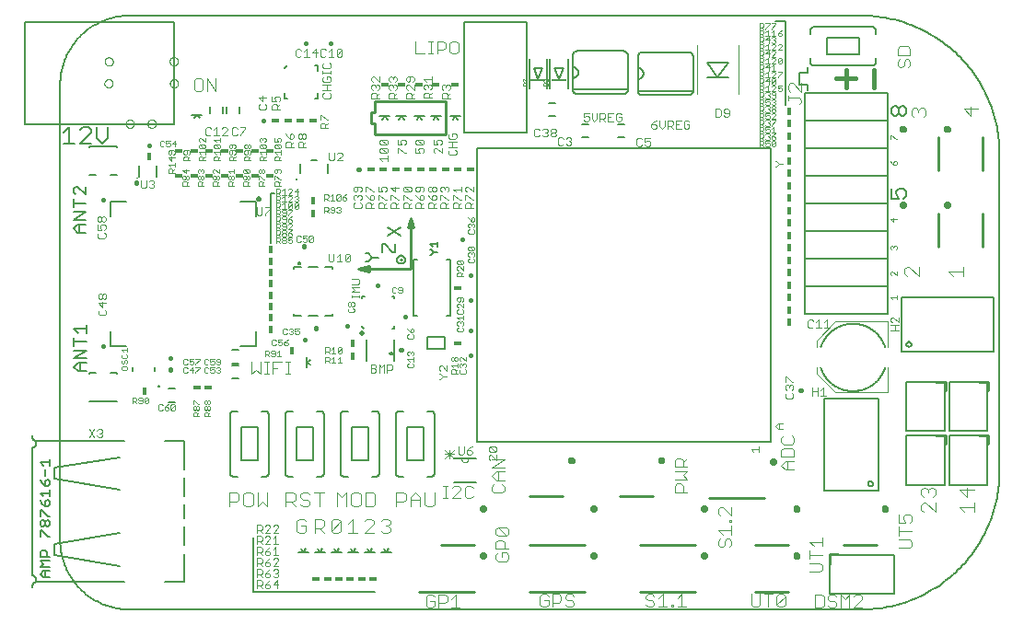
<source format=gto>
G75*
%MOIN*%
%OFA0B0*%
%FSLAX25Y25*%
%IPPOS*%
%LPD*%
%AMOC8*
5,1,8,0,0,1.08239X$1,22.5*
%
%ADD10C,0.00500*%
%ADD11C,0.00400*%
%ADD12C,0.01600*%
%ADD13C,0.00700*%
%ADD14C,0.00300*%
%ADD15C,0.00600*%
%ADD16C,0.00800*%
%ADD17C,0.01000*%
%ADD18C,0.00040*%
%ADD19C,0.00200*%
%ADD20C,0.02000*%
%ADD21R,0.01600X0.02800*%
%ADD22R,0.02800X0.01600*%
%ADD23C,0.00000*%
%ADD24C,0.01200*%
%ADD25C,0.01000*%
%ADD26R,0.05512X0.00787*%
%ADD27C,0.00100*%
D10*
X0060018Y0029220D02*
X0061185Y0030388D01*
X0063521Y0030388D01*
X0063521Y0031735D02*
X0060018Y0031735D01*
X0061185Y0032903D01*
X0060018Y0034071D01*
X0063521Y0034071D01*
X0063521Y0035419D02*
X0060018Y0035419D01*
X0060018Y0037170D01*
X0060601Y0037754D01*
X0061769Y0037754D01*
X0062353Y0037170D01*
X0062353Y0035419D01*
X0061769Y0030388D02*
X0061769Y0028052D01*
X0061185Y0028052D02*
X0060018Y0029220D01*
X0061185Y0028052D02*
X0063521Y0028052D01*
X0067271Y0041500D02*
X0067271Y0206500D01*
X0070387Y0191233D02*
X0070387Y0185128D01*
X0068352Y0185128D02*
X0072422Y0185128D01*
X0074429Y0185128D02*
X0078499Y0189198D01*
X0078499Y0190216D01*
X0077482Y0191233D01*
X0075447Y0191233D01*
X0074429Y0190216D01*
X0070387Y0191233D02*
X0068352Y0189198D01*
X0074429Y0185128D02*
X0078499Y0185128D01*
X0077652Y0184118D02*
X0087889Y0184118D01*
X0087889Y0184000D01*
X0084576Y0187163D02*
X0084576Y0191233D01*
X0080506Y0191233D02*
X0080506Y0187163D01*
X0082541Y0185128D01*
X0084576Y0187163D01*
X0077652Y0184118D02*
X0077652Y0184000D01*
X0077652Y0174000D02*
X0077652Y0173882D01*
X0080015Y0173882D01*
X0085526Y0173882D02*
X0087889Y0173882D01*
X0087889Y0174000D01*
X0095052Y0172859D02*
X0095054Y0172878D01*
X0095059Y0172897D01*
X0095069Y0172913D01*
X0095081Y0172928D01*
X0095096Y0172940D01*
X0095112Y0172950D01*
X0095131Y0172955D01*
X0095150Y0172957D01*
X0095169Y0172955D01*
X0095188Y0172950D01*
X0095204Y0172940D01*
X0095219Y0172928D01*
X0095231Y0172913D01*
X0095241Y0172897D01*
X0095246Y0172878D01*
X0095248Y0172859D01*
X0095246Y0172840D01*
X0095241Y0172821D01*
X0095231Y0172805D01*
X0095219Y0172790D01*
X0095204Y0172778D01*
X0095188Y0172768D01*
X0095169Y0172763D01*
X0095150Y0172761D01*
X0095131Y0172763D01*
X0095112Y0172768D01*
X0095096Y0172778D01*
X0095081Y0172790D01*
X0095069Y0172805D01*
X0095059Y0172821D01*
X0095054Y0172840D01*
X0095052Y0172859D01*
X0095642Y0173331D02*
X0095642Y0177269D01*
X0102099Y0177269D02*
X0102099Y0173331D01*
X0091123Y0164181D02*
X0085493Y0164181D01*
X0085493Y0158748D01*
X0132619Y0164181D02*
X0138249Y0164181D01*
X0138249Y0158748D01*
X0143571Y0167300D02*
X0143571Y0149300D01*
X0143571Y0167300D02*
X0144871Y0167300D01*
X0108493Y0192296D02*
X0054556Y0192296D01*
X0054556Y0229304D01*
X0108493Y0229304D01*
X0108493Y0192296D01*
X0092271Y0231500D02*
X0091667Y0231493D01*
X0091063Y0231471D01*
X0090460Y0231434D01*
X0089858Y0231383D01*
X0089258Y0231318D01*
X0088659Y0231238D01*
X0088062Y0231143D01*
X0087468Y0231034D01*
X0086876Y0230911D01*
X0086288Y0230774D01*
X0085703Y0230622D01*
X0085122Y0230456D01*
X0084546Y0230276D01*
X0083973Y0230083D01*
X0083406Y0229875D01*
X0082844Y0229654D01*
X0082287Y0229420D01*
X0081736Y0229172D01*
X0081191Y0228911D01*
X0080653Y0228636D01*
X0080121Y0228349D01*
X0079597Y0228049D01*
X0079080Y0227737D01*
X0078571Y0227412D01*
X0078069Y0227075D01*
X0077576Y0226725D01*
X0077092Y0226364D01*
X0076616Y0225992D01*
X0076150Y0225608D01*
X0075693Y0225213D01*
X0075246Y0224807D01*
X0074808Y0224390D01*
X0074381Y0223963D01*
X0073964Y0223525D01*
X0073558Y0223078D01*
X0073163Y0222621D01*
X0072779Y0222155D01*
X0072407Y0221679D01*
X0072046Y0221195D01*
X0071696Y0220702D01*
X0071359Y0220200D01*
X0071034Y0219691D01*
X0070722Y0219174D01*
X0070422Y0218650D01*
X0070135Y0218118D01*
X0069860Y0217580D01*
X0069599Y0217035D01*
X0069351Y0216484D01*
X0069117Y0215927D01*
X0068896Y0215365D01*
X0068688Y0214798D01*
X0068495Y0214225D01*
X0068315Y0213649D01*
X0068149Y0213068D01*
X0067997Y0212483D01*
X0067860Y0211895D01*
X0067737Y0211303D01*
X0067628Y0210709D01*
X0067533Y0210112D01*
X0067453Y0209513D01*
X0067388Y0208913D01*
X0067337Y0208311D01*
X0067300Y0207708D01*
X0067278Y0207104D01*
X0067271Y0206500D01*
X0092271Y0231500D02*
X0357271Y0231500D01*
X0329671Y0229500D02*
X0329671Y0199300D01*
X0336771Y0203500D02*
X0336771Y0193500D01*
X0366771Y0193500D01*
X0366771Y0203500D01*
X0336771Y0203500D01*
X0337771Y0204500D02*
X0337771Y0206500D01*
X0334771Y0206500D01*
X0334771Y0211000D01*
X0337771Y0211000D01*
X0337771Y0213000D01*
X0329671Y0229500D02*
X0326271Y0229500D01*
X0336771Y0193500D02*
X0336771Y0183500D01*
X0366771Y0183500D01*
X0366771Y0193500D01*
X0366771Y0183500D02*
X0366771Y0173500D01*
X0336771Y0173500D01*
X0336771Y0183500D01*
X0324420Y0183650D02*
X0218121Y0183650D01*
X0218121Y0077350D01*
X0324420Y0077350D01*
X0324420Y0183650D01*
X0336771Y0173500D02*
X0336771Y0163500D01*
X0366771Y0163500D01*
X0366771Y0173500D01*
X0366771Y0163500D02*
X0366771Y0153500D01*
X0336771Y0153500D01*
X0336771Y0143500D01*
X0366771Y0143500D01*
X0366771Y0153500D01*
X0366771Y0143500D02*
X0366771Y0133500D01*
X0336771Y0133500D01*
X0336771Y0123500D01*
X0366771Y0123500D01*
X0366771Y0133500D01*
X0336771Y0133500D02*
X0336771Y0143500D01*
X0336771Y0153500D02*
X0336771Y0163500D01*
X0357271Y0231500D02*
X0358479Y0231485D01*
X0359687Y0231442D01*
X0360893Y0231369D01*
X0362097Y0231267D01*
X0363298Y0231135D01*
X0364495Y0230975D01*
X0365689Y0230786D01*
X0366877Y0230569D01*
X0368060Y0230322D01*
X0369237Y0230047D01*
X0370406Y0229744D01*
X0371568Y0229412D01*
X0372722Y0229053D01*
X0373866Y0228666D01*
X0375001Y0228251D01*
X0376126Y0227809D01*
X0377239Y0227340D01*
X0378341Y0226844D01*
X0379431Y0226321D01*
X0380507Y0225773D01*
X0381570Y0225198D01*
X0382619Y0224598D01*
X0383653Y0223973D01*
X0384672Y0223324D01*
X0385674Y0222649D01*
X0386660Y0221951D01*
X0387629Y0221229D01*
X0388580Y0220484D01*
X0389513Y0219716D01*
X0390427Y0218926D01*
X0391322Y0218113D01*
X0392197Y0217280D01*
X0393051Y0216426D01*
X0393884Y0215551D01*
X0394697Y0214656D01*
X0395487Y0213742D01*
X0396255Y0212809D01*
X0397000Y0211858D01*
X0397722Y0210889D01*
X0398420Y0209903D01*
X0399095Y0208901D01*
X0399744Y0207882D01*
X0400369Y0206848D01*
X0400969Y0205799D01*
X0401544Y0204736D01*
X0402092Y0203660D01*
X0402615Y0202570D01*
X0403111Y0201468D01*
X0403580Y0200355D01*
X0404022Y0199230D01*
X0404437Y0198095D01*
X0404824Y0196951D01*
X0405183Y0195797D01*
X0405515Y0194635D01*
X0405818Y0193466D01*
X0406093Y0192289D01*
X0406340Y0191106D01*
X0406557Y0189918D01*
X0406746Y0188724D01*
X0406906Y0187527D01*
X0407038Y0186326D01*
X0407140Y0185122D01*
X0407213Y0183916D01*
X0407256Y0182708D01*
X0407271Y0181500D01*
X0407271Y0066500D01*
X0402871Y0061640D02*
X0402871Y0079360D01*
X0399771Y0079370D01*
X0389071Y0079360D01*
X0389071Y0061640D01*
X0402871Y0061640D01*
X0387371Y0061640D02*
X0387371Y0079360D01*
X0384271Y0079370D01*
X0373571Y0079360D01*
X0373571Y0061640D01*
X0387371Y0061640D01*
X0407271Y0066500D02*
X0407256Y0065292D01*
X0407213Y0064084D01*
X0407140Y0062878D01*
X0407038Y0061674D01*
X0406906Y0060473D01*
X0406746Y0059276D01*
X0406557Y0058082D01*
X0406340Y0056894D01*
X0406093Y0055711D01*
X0405818Y0054534D01*
X0405515Y0053365D01*
X0405183Y0052203D01*
X0404824Y0051049D01*
X0404437Y0049905D01*
X0404022Y0048770D01*
X0403580Y0047645D01*
X0403111Y0046532D01*
X0402615Y0045430D01*
X0402092Y0044340D01*
X0401544Y0043264D01*
X0400969Y0042201D01*
X0400369Y0041152D01*
X0399744Y0040118D01*
X0399095Y0039099D01*
X0398420Y0038097D01*
X0397722Y0037111D01*
X0397000Y0036142D01*
X0396255Y0035191D01*
X0395487Y0034258D01*
X0394697Y0033344D01*
X0393884Y0032449D01*
X0393051Y0031574D01*
X0392197Y0030720D01*
X0391322Y0029887D01*
X0390427Y0029074D01*
X0389513Y0028284D01*
X0388580Y0027516D01*
X0387629Y0026771D01*
X0386660Y0026049D01*
X0385674Y0025351D01*
X0384672Y0024676D01*
X0383653Y0024027D01*
X0382619Y0023402D01*
X0381570Y0022802D01*
X0380507Y0022227D01*
X0379431Y0021679D01*
X0378341Y0021156D01*
X0377239Y0020660D01*
X0376126Y0020191D01*
X0375001Y0019749D01*
X0373866Y0019334D01*
X0372722Y0018947D01*
X0371568Y0018588D01*
X0370406Y0018256D01*
X0369237Y0017953D01*
X0368060Y0017678D01*
X0366877Y0017431D01*
X0365689Y0017214D01*
X0364495Y0017025D01*
X0363298Y0016865D01*
X0362097Y0016733D01*
X0360893Y0016631D01*
X0359687Y0016558D01*
X0358479Y0016515D01*
X0357271Y0016500D01*
X0092271Y0016500D01*
X0091667Y0016507D01*
X0091063Y0016529D01*
X0090460Y0016566D01*
X0089858Y0016617D01*
X0089258Y0016682D01*
X0088659Y0016762D01*
X0088062Y0016857D01*
X0087468Y0016966D01*
X0086876Y0017089D01*
X0086288Y0017226D01*
X0085703Y0017378D01*
X0085122Y0017544D01*
X0084546Y0017724D01*
X0083973Y0017917D01*
X0083406Y0018125D01*
X0082844Y0018346D01*
X0082287Y0018580D01*
X0081736Y0018828D01*
X0081191Y0019089D01*
X0080653Y0019364D01*
X0080121Y0019651D01*
X0079597Y0019951D01*
X0079080Y0020263D01*
X0078571Y0020588D01*
X0078069Y0020925D01*
X0077576Y0021275D01*
X0077092Y0021636D01*
X0076616Y0022008D01*
X0076150Y0022392D01*
X0075693Y0022787D01*
X0075246Y0023193D01*
X0074808Y0023610D01*
X0074381Y0024037D01*
X0073964Y0024475D01*
X0073558Y0024922D01*
X0073163Y0025379D01*
X0072779Y0025845D01*
X0072407Y0026321D01*
X0072046Y0026805D01*
X0071696Y0027298D01*
X0071359Y0027800D01*
X0071034Y0028309D01*
X0070722Y0028826D01*
X0070422Y0029350D01*
X0070135Y0029882D01*
X0069860Y0030420D01*
X0069599Y0030965D01*
X0069351Y0031516D01*
X0069117Y0032073D01*
X0068896Y0032635D01*
X0068688Y0033202D01*
X0068495Y0033775D01*
X0068315Y0034351D01*
X0068149Y0034932D01*
X0067997Y0035517D01*
X0067860Y0036105D01*
X0067737Y0036697D01*
X0067628Y0037291D01*
X0067533Y0037888D01*
X0067453Y0038487D01*
X0067388Y0039087D01*
X0067337Y0039689D01*
X0067300Y0040292D01*
X0067278Y0040896D01*
X0067271Y0041500D01*
X0063521Y0042785D02*
X0062937Y0042785D01*
X0060601Y0045120D01*
X0060018Y0045120D01*
X0060018Y0042785D01*
X0060601Y0046468D02*
X0061185Y0046468D01*
X0061769Y0047052D01*
X0061769Y0048219D01*
X0062353Y0048803D01*
X0062937Y0048803D01*
X0063521Y0048219D01*
X0063521Y0047052D01*
X0062937Y0046468D01*
X0062353Y0046468D01*
X0061769Y0047052D01*
X0061769Y0048219D02*
X0061185Y0048803D01*
X0060601Y0048803D01*
X0060018Y0048219D01*
X0060018Y0047052D01*
X0060601Y0046468D01*
X0060018Y0050151D02*
X0060018Y0052486D01*
X0060601Y0052486D01*
X0062937Y0050151D01*
X0063521Y0050151D01*
X0062937Y0053834D02*
X0063521Y0054418D01*
X0063521Y0055586D01*
X0062937Y0056170D01*
X0062353Y0056170D01*
X0061769Y0055586D01*
X0061769Y0053834D01*
X0062937Y0053834D01*
X0061769Y0053834D02*
X0060601Y0055002D01*
X0060018Y0056170D01*
X0061185Y0057517D02*
X0060018Y0058685D01*
X0063521Y0058685D01*
X0063521Y0057517D02*
X0063521Y0059853D01*
X0062937Y0061201D02*
X0063521Y0061784D01*
X0063521Y0062952D01*
X0062937Y0063536D01*
X0062353Y0063536D01*
X0061769Y0062952D01*
X0061769Y0061201D01*
X0062937Y0061201D01*
X0061769Y0061201D02*
X0060601Y0062368D01*
X0060018Y0063536D01*
X0061769Y0064884D02*
X0061769Y0067219D01*
X0061185Y0068567D02*
X0060018Y0069734D01*
X0063521Y0069734D01*
X0063521Y0068567D02*
X0063521Y0070902D01*
X0077652Y0091882D02*
X0077652Y0092000D01*
X0077652Y0091882D02*
X0087889Y0091882D01*
X0087889Y0092000D01*
X0087889Y0102000D02*
X0087889Y0102118D01*
X0085526Y0102118D01*
X0080015Y0102118D02*
X0077652Y0102118D01*
X0077652Y0102000D01*
X0085493Y0111819D02*
X0085493Y0117252D01*
X0085493Y0111819D02*
X0091123Y0111819D01*
X0093634Y0104091D02*
X0093634Y0102909D01*
X0101508Y0102909D02*
X0101508Y0104091D01*
X0102689Y0097398D02*
X0102691Y0097425D01*
X0102697Y0097452D01*
X0102706Y0097478D01*
X0102719Y0097502D01*
X0102735Y0097525D01*
X0102754Y0097544D01*
X0102776Y0097561D01*
X0102800Y0097575D01*
X0102825Y0097585D01*
X0102852Y0097592D01*
X0102879Y0097595D01*
X0102907Y0097594D01*
X0102934Y0097589D01*
X0102960Y0097581D01*
X0102984Y0097569D01*
X0103007Y0097553D01*
X0103028Y0097535D01*
X0103045Y0097514D01*
X0103060Y0097490D01*
X0103071Y0097465D01*
X0103079Y0097439D01*
X0103083Y0097412D01*
X0103083Y0097384D01*
X0103079Y0097357D01*
X0103071Y0097331D01*
X0103060Y0097306D01*
X0103045Y0097282D01*
X0103028Y0097261D01*
X0103007Y0097243D01*
X0102985Y0097227D01*
X0102960Y0097215D01*
X0102934Y0097207D01*
X0102907Y0097202D01*
X0102879Y0097201D01*
X0102852Y0097204D01*
X0102825Y0097211D01*
X0102800Y0097221D01*
X0102776Y0097235D01*
X0102754Y0097252D01*
X0102735Y0097271D01*
X0102719Y0097294D01*
X0102706Y0097318D01*
X0102697Y0097344D01*
X0102691Y0097371D01*
X0102689Y0097398D01*
X0132619Y0111819D02*
X0138249Y0111819D01*
X0138249Y0117252D01*
X0176365Y0118882D02*
X0177152Y0118094D01*
X0176365Y0118882D02*
X0176365Y0119276D01*
X0178249Y0114337D02*
X0178249Y0106463D01*
X0186615Y0109219D02*
X0186617Y0109258D01*
X0186623Y0109297D01*
X0186633Y0109335D01*
X0186646Y0109372D01*
X0186663Y0109407D01*
X0186683Y0109441D01*
X0186707Y0109472D01*
X0186734Y0109501D01*
X0186763Y0109527D01*
X0186795Y0109550D01*
X0186829Y0109570D01*
X0186865Y0109586D01*
X0186902Y0109598D01*
X0186941Y0109607D01*
X0186980Y0109612D01*
X0187019Y0109613D01*
X0187058Y0109610D01*
X0187097Y0109603D01*
X0187134Y0109592D01*
X0187171Y0109578D01*
X0187206Y0109560D01*
X0187239Y0109539D01*
X0187270Y0109514D01*
X0187298Y0109487D01*
X0187323Y0109457D01*
X0187345Y0109424D01*
X0187364Y0109390D01*
X0187379Y0109354D01*
X0187391Y0109316D01*
X0187399Y0109278D01*
X0187403Y0109239D01*
X0187403Y0109199D01*
X0187399Y0109160D01*
X0187391Y0109122D01*
X0187379Y0109084D01*
X0187364Y0109048D01*
X0187345Y0109014D01*
X0187323Y0108981D01*
X0187298Y0108951D01*
X0187270Y0108924D01*
X0187239Y0108899D01*
X0187206Y0108878D01*
X0187171Y0108860D01*
X0187134Y0108846D01*
X0187097Y0108835D01*
X0187058Y0108828D01*
X0187019Y0108825D01*
X0186980Y0108826D01*
X0186941Y0108831D01*
X0186902Y0108840D01*
X0186865Y0108852D01*
X0186829Y0108868D01*
X0186795Y0108888D01*
X0186763Y0108911D01*
X0186734Y0108937D01*
X0186707Y0108966D01*
X0186683Y0108997D01*
X0186663Y0109031D01*
X0186646Y0109066D01*
X0186633Y0109103D01*
X0186623Y0109141D01*
X0186617Y0109180D01*
X0186615Y0109219D01*
X0188092Y0106463D02*
X0188092Y0114337D01*
X0188176Y0118094D02*
X0187389Y0118094D01*
X0188176Y0118094D02*
X0188176Y0119276D01*
X0195078Y0122764D02*
X0196377Y0122764D01*
X0195078Y0122764D02*
X0195078Y0143236D01*
X0196377Y0143236D01*
X0189171Y0143200D02*
X0189173Y0143277D01*
X0189179Y0143354D01*
X0189189Y0143431D01*
X0189203Y0143507D01*
X0189220Y0143582D01*
X0189242Y0143656D01*
X0189267Y0143729D01*
X0189297Y0143801D01*
X0189329Y0143871D01*
X0189366Y0143939D01*
X0189405Y0144005D01*
X0189448Y0144069D01*
X0189495Y0144131D01*
X0189544Y0144190D01*
X0189597Y0144247D01*
X0189652Y0144301D01*
X0189710Y0144352D01*
X0189771Y0144400D01*
X0189834Y0144445D01*
X0189899Y0144486D01*
X0189966Y0144524D01*
X0190035Y0144559D01*
X0190106Y0144589D01*
X0190178Y0144617D01*
X0190252Y0144640D01*
X0190326Y0144660D01*
X0190402Y0144676D01*
X0190478Y0144688D01*
X0190555Y0144696D01*
X0190632Y0144700D01*
X0190710Y0144700D01*
X0190787Y0144696D01*
X0190864Y0144688D01*
X0190940Y0144676D01*
X0191016Y0144660D01*
X0191090Y0144640D01*
X0191164Y0144617D01*
X0191236Y0144589D01*
X0191307Y0144559D01*
X0191376Y0144524D01*
X0191443Y0144486D01*
X0191508Y0144445D01*
X0191571Y0144400D01*
X0191632Y0144352D01*
X0191690Y0144301D01*
X0191745Y0144247D01*
X0191798Y0144190D01*
X0191847Y0144131D01*
X0191894Y0144069D01*
X0191937Y0144005D01*
X0191976Y0143939D01*
X0192013Y0143871D01*
X0192045Y0143801D01*
X0192075Y0143729D01*
X0192100Y0143656D01*
X0192122Y0143582D01*
X0192139Y0143507D01*
X0192153Y0143431D01*
X0192163Y0143354D01*
X0192169Y0143277D01*
X0192171Y0143200D01*
X0192169Y0143123D01*
X0192163Y0143046D01*
X0192153Y0142969D01*
X0192139Y0142893D01*
X0192122Y0142818D01*
X0192100Y0142744D01*
X0192075Y0142671D01*
X0192045Y0142599D01*
X0192013Y0142529D01*
X0191976Y0142461D01*
X0191937Y0142395D01*
X0191894Y0142331D01*
X0191847Y0142269D01*
X0191798Y0142210D01*
X0191745Y0142153D01*
X0191690Y0142099D01*
X0191632Y0142048D01*
X0191571Y0142000D01*
X0191508Y0141955D01*
X0191443Y0141914D01*
X0191376Y0141876D01*
X0191307Y0141841D01*
X0191236Y0141811D01*
X0191164Y0141783D01*
X0191090Y0141760D01*
X0191016Y0141740D01*
X0190940Y0141724D01*
X0190864Y0141712D01*
X0190787Y0141704D01*
X0190710Y0141700D01*
X0190632Y0141700D01*
X0190555Y0141704D01*
X0190478Y0141712D01*
X0190402Y0141724D01*
X0190326Y0141740D01*
X0190252Y0141760D01*
X0190178Y0141783D01*
X0190106Y0141811D01*
X0190035Y0141841D01*
X0189966Y0141876D01*
X0189899Y0141914D01*
X0189834Y0141955D01*
X0189771Y0142000D01*
X0189710Y0142048D01*
X0189652Y0142099D01*
X0189597Y0142153D01*
X0189544Y0142210D01*
X0189495Y0142269D01*
X0189448Y0142331D01*
X0189405Y0142395D01*
X0189366Y0142461D01*
X0189329Y0142529D01*
X0189297Y0142599D01*
X0189267Y0142671D01*
X0189242Y0142744D01*
X0189220Y0142818D01*
X0189203Y0142893D01*
X0189189Y0142969D01*
X0189179Y0143046D01*
X0189173Y0143123D01*
X0189171Y0143200D01*
X0207164Y0143236D02*
X0208463Y0143236D01*
X0208463Y0122764D01*
X0207164Y0122764D01*
X0206408Y0115092D02*
X0200133Y0115092D01*
X0200133Y0110908D01*
X0206408Y0110908D01*
X0206408Y0115092D01*
X0188176Y0129118D02*
X0188176Y0129906D01*
X0187389Y0129906D01*
X0177546Y0129906D02*
X0176365Y0129906D01*
X0176365Y0129118D01*
X0209834Y0071031D02*
X0217708Y0071031D01*
X0217708Y0062369D02*
X0209834Y0062369D01*
X0345871Y0036100D02*
X0345871Y0022300D01*
X0369271Y0022300D01*
X0369271Y0036100D01*
X0345871Y0036100D01*
X0373571Y0081140D02*
X0387371Y0081140D01*
X0387371Y0098860D01*
X0384271Y0098870D01*
X0373571Y0098860D01*
X0373571Y0081140D01*
X0389071Y0081140D02*
X0402871Y0081140D01*
X0402871Y0098860D01*
X0399771Y0098870D01*
X0389071Y0098860D01*
X0389071Y0081140D01*
X0236121Y0189300D02*
X0213471Y0189300D01*
X0213471Y0229300D01*
X0236121Y0229300D01*
X0236121Y0189300D01*
X0237023Y0205185D02*
X0237023Y0215815D01*
X0243519Y0215815D02*
X0243519Y0205185D01*
X0244523Y0205185D02*
X0244523Y0215815D01*
X0251019Y0215815D02*
X0251019Y0205185D01*
D11*
X0211317Y0218467D02*
X0210550Y0217700D01*
X0209015Y0217700D01*
X0208248Y0218467D01*
X0208248Y0221537D01*
X0209015Y0222304D01*
X0210550Y0222304D01*
X0211317Y0221537D01*
X0211317Y0218467D01*
X0206713Y0220002D02*
X0206713Y0221537D01*
X0205946Y0222304D01*
X0203644Y0222304D01*
X0203644Y0217700D01*
X0203644Y0219235D02*
X0205946Y0219235D01*
X0206713Y0220002D01*
X0202109Y0222304D02*
X0200574Y0222304D01*
X0201342Y0222304D02*
X0201342Y0217700D01*
X0202109Y0217700D02*
X0200574Y0217700D01*
X0199040Y0217700D02*
X0195971Y0217700D01*
X0195971Y0222304D01*
X0123544Y0208854D02*
X0123544Y0204250D01*
X0120474Y0208854D01*
X0120474Y0204250D01*
X0118940Y0205017D02*
X0118940Y0208087D01*
X0118173Y0208854D01*
X0116638Y0208854D01*
X0115871Y0208087D01*
X0115871Y0205017D01*
X0116638Y0204250D01*
X0118173Y0204250D01*
X0118940Y0205017D01*
X0100791Y0171950D02*
X0101259Y0171483D01*
X0101259Y0171016D01*
X0100791Y0170549D01*
X0101259Y0170082D01*
X0101259Y0169615D01*
X0100791Y0169148D01*
X0099857Y0169148D01*
X0099390Y0169615D01*
X0098312Y0169615D02*
X0098312Y0171950D01*
X0099390Y0171483D02*
X0099857Y0171950D01*
X0100791Y0171950D01*
X0100791Y0170549D02*
X0100324Y0170549D01*
X0098312Y0169615D02*
X0097845Y0169148D01*
X0096911Y0169148D01*
X0096444Y0169615D01*
X0096444Y0171950D01*
X0138411Y0162123D02*
X0138411Y0159788D01*
X0138878Y0159320D01*
X0139812Y0159320D01*
X0140279Y0159788D01*
X0140279Y0162123D01*
X0141357Y0162123D02*
X0143225Y0162123D01*
X0143225Y0161656D01*
X0141357Y0159788D01*
X0141357Y0159320D01*
X0164437Y0145174D02*
X0164437Y0142839D01*
X0164904Y0142372D01*
X0165838Y0142372D01*
X0166305Y0142839D01*
X0166305Y0145174D01*
X0167383Y0144240D02*
X0168317Y0145174D01*
X0168317Y0142372D01*
X0167383Y0142372D02*
X0169251Y0142372D01*
X0170330Y0142839D02*
X0172198Y0144707D01*
X0172198Y0142839D01*
X0171731Y0142372D01*
X0170797Y0142372D01*
X0170330Y0142839D01*
X0170330Y0144707D01*
X0170797Y0145174D01*
X0171731Y0145174D01*
X0172198Y0144707D01*
X0172768Y0136179D02*
X0175103Y0136179D01*
X0175571Y0135712D01*
X0175571Y0134778D01*
X0175103Y0134311D01*
X0172768Y0134311D01*
X0172768Y0133233D02*
X0175571Y0133233D01*
X0175571Y0131364D02*
X0172768Y0131364D01*
X0173702Y0132298D01*
X0172768Y0133233D01*
X0172768Y0130334D02*
X0172768Y0129400D01*
X0172768Y0129867D02*
X0175571Y0129867D01*
X0175571Y0129400D02*
X0175571Y0130334D01*
X0150436Y0106304D02*
X0148901Y0106304D01*
X0149669Y0106304D02*
X0149669Y0101700D01*
X0150436Y0101700D02*
X0148901Y0101700D01*
X0145832Y0104002D02*
X0144297Y0104002D01*
X0144297Y0101700D02*
X0144297Y0106304D01*
X0147367Y0106304D01*
X0142763Y0106304D02*
X0141228Y0106304D01*
X0141995Y0106304D02*
X0141995Y0101700D01*
X0141228Y0101700D02*
X0142763Y0101700D01*
X0139693Y0101700D02*
X0139693Y0106304D01*
X0136624Y0106304D02*
X0136624Y0101700D01*
X0138159Y0103235D01*
X0139693Y0101700D01*
X0082483Y0081248D02*
X0082483Y0080781D01*
X0082016Y0080314D01*
X0082483Y0079847D01*
X0082483Y0079380D01*
X0082016Y0078913D01*
X0081082Y0078913D01*
X0080615Y0079380D01*
X0079537Y0078913D02*
X0077668Y0081715D01*
X0079537Y0081715D02*
X0077668Y0078913D01*
X0080615Y0081248D02*
X0081082Y0081715D01*
X0082016Y0081715D01*
X0082483Y0081248D01*
X0082016Y0080314D02*
X0081549Y0080314D01*
X0128471Y0058904D02*
X0128471Y0053700D01*
X0128471Y0055435D02*
X0131073Y0055435D01*
X0131940Y0056302D01*
X0131940Y0058037D01*
X0131073Y0058904D01*
X0128471Y0058904D01*
X0133627Y0058037D02*
X0133627Y0054567D01*
X0134494Y0053700D01*
X0136229Y0053700D01*
X0137097Y0054567D01*
X0137097Y0058037D01*
X0136229Y0058904D01*
X0134494Y0058904D01*
X0133627Y0058037D01*
X0138783Y0058904D02*
X0138783Y0053700D01*
X0140518Y0055435D01*
X0142253Y0053700D01*
X0142253Y0058904D01*
X0148971Y0058904D02*
X0148971Y0053700D01*
X0148971Y0055435D02*
X0151573Y0055435D01*
X0152440Y0056302D01*
X0152440Y0058037D01*
X0151573Y0058904D01*
X0148971Y0058904D01*
X0150705Y0055435D02*
X0152440Y0053700D01*
X0154127Y0054567D02*
X0154994Y0053700D01*
X0156729Y0053700D01*
X0157597Y0054567D01*
X0157597Y0055435D01*
X0156729Y0056302D01*
X0154994Y0056302D01*
X0154127Y0057170D01*
X0154127Y0058037D01*
X0154994Y0058904D01*
X0156729Y0058904D01*
X0157597Y0058037D01*
X0159283Y0058904D02*
X0162753Y0058904D01*
X0161018Y0058904D02*
X0161018Y0053700D01*
X0161916Y0049304D02*
X0159314Y0049304D01*
X0159314Y0044100D01*
X0159314Y0045835D02*
X0161916Y0045835D01*
X0162784Y0046702D01*
X0162784Y0048437D01*
X0161916Y0049304D01*
X0165314Y0048437D02*
X0165314Y0044967D01*
X0168784Y0048437D01*
X0168784Y0044967D01*
X0167916Y0044100D01*
X0166182Y0044100D01*
X0165314Y0044967D01*
X0162784Y0044100D02*
X0161049Y0045835D01*
X0165314Y0048437D02*
X0166182Y0049304D01*
X0167916Y0049304D01*
X0168784Y0048437D01*
X0171314Y0047570D02*
X0173049Y0049304D01*
X0173049Y0044100D01*
X0171314Y0044100D02*
X0174784Y0044100D01*
X0177314Y0044100D02*
X0180784Y0047570D01*
X0180784Y0048437D01*
X0179916Y0049304D01*
X0178182Y0049304D01*
X0177314Y0048437D01*
X0177314Y0044100D02*
X0180784Y0044100D01*
X0183314Y0044967D02*
X0184182Y0044100D01*
X0185916Y0044100D01*
X0186784Y0044967D01*
X0186784Y0045835D01*
X0185916Y0046702D01*
X0185049Y0046702D01*
X0185916Y0046702D02*
X0186784Y0047570D01*
X0186784Y0048437D01*
X0185916Y0049304D01*
X0184182Y0049304D01*
X0183314Y0048437D01*
X0180386Y0053700D02*
X0177783Y0053700D01*
X0177783Y0058904D01*
X0180386Y0058904D01*
X0181253Y0058037D01*
X0181253Y0054567D01*
X0180386Y0053700D01*
X0176097Y0054567D02*
X0176097Y0058037D01*
X0175229Y0058904D01*
X0173494Y0058904D01*
X0172627Y0058037D01*
X0172627Y0054567D01*
X0173494Y0053700D01*
X0175229Y0053700D01*
X0176097Y0054567D01*
X0170940Y0053700D02*
X0170940Y0058904D01*
X0169205Y0057170D01*
X0167471Y0058904D01*
X0167471Y0053700D01*
X0156284Y0048437D02*
X0155416Y0049304D01*
X0153682Y0049304D01*
X0152814Y0048437D01*
X0152814Y0044967D01*
X0153682Y0044100D01*
X0155416Y0044100D01*
X0156284Y0044967D01*
X0156284Y0046702D01*
X0154549Y0046702D01*
X0188971Y0053700D02*
X0188971Y0058904D01*
X0191573Y0058904D01*
X0192440Y0058037D01*
X0192440Y0056302D01*
X0191573Y0055435D01*
X0188971Y0055435D01*
X0194127Y0056302D02*
X0197597Y0056302D01*
X0197597Y0057170D02*
X0197597Y0053700D01*
X0199283Y0054567D02*
X0200151Y0053700D01*
X0201886Y0053700D01*
X0202753Y0054567D01*
X0202753Y0058904D01*
X0199283Y0058904D02*
X0199283Y0054567D01*
X0197597Y0057170D02*
X0195862Y0058904D01*
X0194127Y0057170D01*
X0194127Y0053700D01*
X0205971Y0056700D02*
X0207505Y0056700D01*
X0206738Y0056700D02*
X0206738Y0061304D01*
X0205971Y0061304D02*
X0207505Y0061304D01*
X0209040Y0060537D02*
X0209807Y0061304D01*
X0211342Y0061304D01*
X0212109Y0060537D01*
X0212109Y0059769D01*
X0209040Y0056700D01*
X0212109Y0056700D01*
X0213644Y0057467D02*
X0214411Y0056700D01*
X0215946Y0056700D01*
X0216713Y0057467D01*
X0213644Y0057467D02*
X0213644Y0060537D01*
X0214411Y0061304D01*
X0215946Y0061304D01*
X0216713Y0060537D01*
X0223467Y0061002D02*
X0223467Y0059467D01*
X0224234Y0058700D01*
X0227303Y0058700D01*
X0228071Y0059467D01*
X0228071Y0061002D01*
X0227303Y0061769D01*
X0228071Y0063304D02*
X0225001Y0063304D01*
X0223467Y0064839D01*
X0225001Y0066373D01*
X0228071Y0066373D01*
X0228071Y0067908D02*
X0223467Y0067908D01*
X0228071Y0070977D01*
X0223467Y0070977D01*
X0222835Y0070620D02*
X0222368Y0071087D01*
X0222368Y0072021D01*
X0222835Y0072488D01*
X0223302Y0072488D01*
X0225171Y0070620D01*
X0225171Y0072488D01*
X0224703Y0073566D02*
X0222835Y0075435D01*
X0224703Y0075435D01*
X0225171Y0074968D01*
X0225171Y0074034D01*
X0224703Y0073566D01*
X0222835Y0073566D01*
X0222368Y0074034D01*
X0222368Y0074968D01*
X0222835Y0075435D01*
X0225769Y0066373D02*
X0225769Y0063304D01*
X0224234Y0061769D02*
X0223467Y0061002D01*
X0225734Y0046277D02*
X0228803Y0043208D01*
X0229571Y0043975D01*
X0229571Y0045510D01*
X0228803Y0046277D01*
X0225734Y0046277D01*
X0224967Y0045510D01*
X0224967Y0043975D01*
X0225734Y0043208D01*
X0228803Y0043208D01*
X0227269Y0041673D02*
X0228036Y0040906D01*
X0228036Y0038604D01*
X0229571Y0038604D02*
X0224967Y0038604D01*
X0224967Y0040906D01*
X0225734Y0041673D01*
X0227269Y0041673D01*
X0227269Y0037069D02*
X0227269Y0035535D01*
X0227269Y0037069D02*
X0228803Y0037069D01*
X0229571Y0036302D01*
X0229571Y0034767D01*
X0228803Y0034000D01*
X0225734Y0034000D01*
X0224967Y0034767D01*
X0224967Y0036302D01*
X0225734Y0037069D01*
X0210401Y0021804D02*
X0210401Y0017200D01*
X0208867Y0017200D02*
X0211936Y0017200D01*
X0208867Y0020269D02*
X0210401Y0021804D01*
X0207332Y0021037D02*
X0207332Y0019502D01*
X0206565Y0018735D01*
X0204263Y0018735D01*
X0204263Y0017200D02*
X0204263Y0021804D01*
X0206565Y0021804D01*
X0207332Y0021037D01*
X0202728Y0021037D02*
X0201961Y0021804D01*
X0200426Y0021804D01*
X0199659Y0021037D01*
X0199659Y0017967D01*
X0200426Y0017200D01*
X0201961Y0017200D01*
X0202728Y0017967D01*
X0202728Y0019502D01*
X0201193Y0019502D01*
X0240909Y0018217D02*
X0241676Y0017450D01*
X0243211Y0017450D01*
X0243978Y0018217D01*
X0243978Y0019752D01*
X0242443Y0019752D01*
X0240909Y0021287D02*
X0240909Y0018217D01*
X0240909Y0021287D02*
X0241676Y0022054D01*
X0243211Y0022054D01*
X0243978Y0021287D01*
X0245513Y0022054D02*
X0247815Y0022054D01*
X0248582Y0021287D01*
X0248582Y0019752D01*
X0247815Y0018985D01*
X0245513Y0018985D01*
X0245513Y0017450D02*
X0245513Y0022054D01*
X0250117Y0021287D02*
X0250117Y0020519D01*
X0250884Y0019752D01*
X0252419Y0019752D01*
X0253186Y0018985D01*
X0253186Y0018217D01*
X0252419Y0017450D01*
X0250884Y0017450D01*
X0250117Y0018217D01*
X0250117Y0021287D02*
X0250884Y0022054D01*
X0252419Y0022054D01*
X0253186Y0021287D01*
X0279207Y0021287D02*
X0279207Y0020519D01*
X0279974Y0019752D01*
X0281509Y0019752D01*
X0282276Y0018985D01*
X0282276Y0018217D01*
X0281509Y0017450D01*
X0279974Y0017450D01*
X0279207Y0018217D01*
X0279207Y0021287D02*
X0279974Y0022054D01*
X0281509Y0022054D01*
X0282276Y0021287D01*
X0283811Y0020519D02*
X0285345Y0022054D01*
X0285345Y0017450D01*
X0283811Y0017450D02*
X0286880Y0017450D01*
X0288415Y0017450D02*
X0289182Y0017450D01*
X0289182Y0018217D01*
X0288415Y0018217D01*
X0288415Y0017450D01*
X0290717Y0017450D02*
X0293786Y0017450D01*
X0292251Y0017450D02*
X0292251Y0022054D01*
X0290717Y0020519D01*
X0317409Y0022054D02*
X0317409Y0018217D01*
X0318176Y0017450D01*
X0319711Y0017450D01*
X0320478Y0018217D01*
X0320478Y0022054D01*
X0322013Y0022054D02*
X0325082Y0022054D01*
X0323547Y0022054D02*
X0323547Y0017450D01*
X0326617Y0018217D02*
X0329686Y0021287D01*
X0329686Y0018217D01*
X0328919Y0017450D01*
X0327384Y0017450D01*
X0326617Y0018217D01*
X0326617Y0021287D01*
X0327384Y0022054D01*
X0328919Y0022054D01*
X0329686Y0021287D01*
X0340571Y0021804D02*
X0340571Y0017200D01*
X0342873Y0017200D01*
X0343640Y0017967D01*
X0343640Y0021037D01*
X0342873Y0021804D01*
X0340571Y0021804D01*
X0345174Y0021037D02*
X0345174Y0020269D01*
X0345942Y0019502D01*
X0347476Y0019502D01*
X0348244Y0018735D01*
X0348244Y0017967D01*
X0347476Y0017200D01*
X0345942Y0017200D01*
X0345174Y0017967D01*
X0345174Y0021037D02*
X0345942Y0021804D01*
X0347476Y0021804D01*
X0348244Y0021037D01*
X0349778Y0021804D02*
X0351313Y0020269D01*
X0352848Y0021804D01*
X0352848Y0017200D01*
X0354382Y0017200D02*
X0357452Y0020269D01*
X0357452Y0021037D01*
X0356684Y0021804D01*
X0355150Y0021804D01*
X0354382Y0021037D01*
X0349778Y0021804D02*
X0349778Y0017200D01*
X0354382Y0017200D02*
X0357452Y0017200D01*
X0343071Y0030967D02*
X0343071Y0032502D01*
X0342303Y0033269D01*
X0338467Y0033269D01*
X0338467Y0034804D02*
X0338467Y0037873D01*
X0338467Y0036339D02*
X0343071Y0036339D01*
X0343071Y0039408D02*
X0343071Y0042477D01*
X0343071Y0040942D02*
X0338467Y0040942D01*
X0340001Y0039408D01*
X0343071Y0030967D02*
X0342303Y0030200D01*
X0338467Y0030200D01*
X0310121Y0039817D02*
X0309353Y0039050D01*
X0310121Y0039817D02*
X0310121Y0041352D01*
X0309353Y0042119D01*
X0308586Y0042119D01*
X0307819Y0041352D01*
X0307819Y0039817D01*
X0307051Y0039050D01*
X0306284Y0039050D01*
X0305517Y0039817D01*
X0305517Y0041352D01*
X0306284Y0042119D01*
X0307051Y0043654D02*
X0305517Y0045189D01*
X0310121Y0045189D01*
X0310121Y0046723D02*
X0310121Y0043654D01*
X0310121Y0048258D02*
X0310121Y0049025D01*
X0309353Y0049025D01*
X0309353Y0048258D01*
X0310121Y0048258D01*
X0310121Y0050560D02*
X0307051Y0053629D01*
X0306284Y0053629D01*
X0305517Y0052862D01*
X0305517Y0051327D01*
X0306284Y0050560D01*
X0310121Y0050560D02*
X0310121Y0053629D01*
X0294271Y0059000D02*
X0289667Y0059000D01*
X0289667Y0061302D01*
X0290434Y0062069D01*
X0291969Y0062069D01*
X0292736Y0061302D01*
X0292736Y0059000D01*
X0294271Y0063604D02*
X0289667Y0063604D01*
X0289667Y0066673D02*
X0294271Y0066673D01*
X0292736Y0065139D01*
X0294271Y0063604D01*
X0294271Y0068208D02*
X0289667Y0068208D01*
X0289667Y0070510D01*
X0290434Y0071277D01*
X0291969Y0071277D01*
X0292736Y0070510D01*
X0292736Y0068208D01*
X0292736Y0069742D02*
X0294271Y0071277D01*
X0317368Y0074501D02*
X0320171Y0074501D01*
X0320171Y0075435D02*
X0320171Y0073566D01*
X0318302Y0073566D02*
X0317368Y0074501D01*
X0328217Y0074056D02*
X0328217Y0071754D01*
X0332821Y0071754D01*
X0332821Y0074056D01*
X0332053Y0074823D01*
X0328984Y0074823D01*
X0328217Y0074056D01*
X0328984Y0076358D02*
X0332053Y0076358D01*
X0332821Y0077125D01*
X0332821Y0078660D01*
X0332053Y0079427D01*
X0328984Y0079427D02*
X0328217Y0078660D01*
X0328217Y0077125D01*
X0328984Y0076358D01*
X0329751Y0070219D02*
X0332821Y0070219D01*
X0330519Y0070219D02*
X0330519Y0067150D01*
X0329751Y0067150D02*
X0328217Y0068685D01*
X0329751Y0070219D01*
X0329751Y0067150D02*
X0332821Y0067150D01*
X0328958Y0081977D02*
X0327089Y0081977D01*
X0326155Y0082911D01*
X0327089Y0083845D01*
X0328958Y0083845D01*
X0327556Y0083845D02*
X0327556Y0081977D01*
X0341275Y0101798D02*
X0347968Y0095105D01*
X0366866Y0095105D01*
X0366866Y0104160D01*
X0366866Y0111640D02*
X0366866Y0120695D01*
X0347968Y0120695D01*
X0341275Y0114002D01*
X0341275Y0111640D01*
X0341275Y0104160D02*
X0341275Y0101798D01*
X0373734Y0137200D02*
X0372866Y0138067D01*
X0372866Y0139802D01*
X0373734Y0140670D01*
X0374601Y0140670D01*
X0378071Y0137200D01*
X0378071Y0140670D01*
X0388866Y0138935D02*
X0394071Y0138935D01*
X0394071Y0137200D02*
X0394071Y0140670D01*
X0390601Y0137200D02*
X0388866Y0138935D01*
X0328958Y0177911D02*
X0327556Y0177911D01*
X0326622Y0178845D01*
X0326155Y0178845D01*
X0327556Y0177911D02*
X0326622Y0176977D01*
X0326155Y0176977D01*
X0334703Y0199400D02*
X0335471Y0200167D01*
X0335471Y0200935D01*
X0334703Y0201702D01*
X0330867Y0201702D01*
X0330867Y0200935D02*
X0330867Y0202469D01*
X0331634Y0204004D02*
X0330867Y0204771D01*
X0330867Y0206306D01*
X0331634Y0207073D01*
X0332401Y0207073D01*
X0335471Y0204004D01*
X0335471Y0207073D01*
X0312771Y0203100D02*
X0312771Y0220900D01*
X0297771Y0220900D02*
X0297771Y0203100D01*
X0370341Y0213470D02*
X0371108Y0212703D01*
X0371875Y0212703D01*
X0372643Y0213470D01*
X0372643Y0215005D01*
X0373410Y0215772D01*
X0374177Y0215772D01*
X0374945Y0215005D01*
X0374945Y0213470D01*
X0374177Y0212703D01*
X0370341Y0213470D02*
X0370341Y0215005D01*
X0371108Y0215772D01*
X0370341Y0217307D02*
X0370341Y0219609D01*
X0371108Y0220376D01*
X0374177Y0220376D01*
X0374945Y0219609D01*
X0374945Y0217307D01*
X0370341Y0217307D01*
X0396968Y0198670D02*
X0396968Y0195200D01*
X0394366Y0197802D01*
X0399571Y0197802D01*
X0380571Y0197302D02*
X0380571Y0195567D01*
X0379703Y0194700D01*
X0377968Y0196435D02*
X0377968Y0197302D01*
X0378836Y0198170D01*
X0379703Y0198170D01*
X0380571Y0197302D01*
X0377968Y0197302D02*
X0377101Y0198170D01*
X0376234Y0198170D01*
X0375366Y0197302D01*
X0375366Y0195567D01*
X0376234Y0194700D01*
X0207278Y0104769D02*
X0207278Y0102901D01*
X0205410Y0104769D01*
X0204943Y0104769D01*
X0204476Y0104302D01*
X0204476Y0103368D01*
X0204943Y0102901D01*
X0204943Y0101822D02*
X0204476Y0101822D01*
X0204943Y0101822D02*
X0205877Y0100888D01*
X0207278Y0100888D01*
X0205877Y0100888D02*
X0204943Y0099954D01*
X0204476Y0099954D01*
X0370967Y0050977D02*
X0370967Y0047908D01*
X0373269Y0047908D01*
X0372501Y0049442D01*
X0372501Y0050210D01*
X0373269Y0050977D01*
X0374803Y0050977D01*
X0375571Y0050210D01*
X0375571Y0048675D01*
X0374803Y0047908D01*
X0375571Y0044839D02*
X0370967Y0044839D01*
X0370967Y0046373D02*
X0370967Y0043304D01*
X0370967Y0041769D02*
X0374803Y0041769D01*
X0375571Y0041002D01*
X0375571Y0039467D01*
X0374803Y0038700D01*
X0370967Y0038700D01*
X0379734Y0051700D02*
X0378866Y0052567D01*
X0378866Y0054302D01*
X0379734Y0055170D01*
X0380601Y0055170D01*
X0384071Y0051700D01*
X0384071Y0055170D01*
X0383203Y0057200D02*
X0384071Y0058067D01*
X0384071Y0059802D01*
X0383203Y0060670D01*
X0382336Y0060670D01*
X0381468Y0059802D01*
X0381468Y0058935D01*
X0381468Y0059802D02*
X0380601Y0060670D01*
X0379734Y0060670D01*
X0378866Y0059802D01*
X0378866Y0058067D01*
X0379734Y0057200D01*
X0392866Y0059802D02*
X0395468Y0057200D01*
X0395468Y0060670D01*
X0392866Y0059802D02*
X0398071Y0059802D01*
X0398071Y0055170D02*
X0398071Y0051700D01*
X0398071Y0053435D02*
X0392866Y0053435D01*
X0394601Y0051700D01*
D12*
X0365359Y0053000D02*
X0365361Y0053040D01*
X0365367Y0053080D01*
X0365377Y0053120D01*
X0365390Y0053158D01*
X0365408Y0053194D01*
X0365428Y0053229D01*
X0365453Y0053261D01*
X0365480Y0053291D01*
X0365510Y0053318D01*
X0365542Y0053343D01*
X0365577Y0053363D01*
X0365613Y0053381D01*
X0365651Y0053394D01*
X0365691Y0053404D01*
X0365731Y0053410D01*
X0365771Y0053412D01*
X0365811Y0053410D01*
X0365851Y0053404D01*
X0365891Y0053394D01*
X0365929Y0053381D01*
X0365965Y0053363D01*
X0366000Y0053343D01*
X0366032Y0053318D01*
X0366062Y0053291D01*
X0366089Y0053261D01*
X0366114Y0053229D01*
X0366134Y0053194D01*
X0366152Y0053158D01*
X0366165Y0053120D01*
X0366175Y0053080D01*
X0366181Y0053040D01*
X0366183Y0053000D01*
X0366181Y0052960D01*
X0366175Y0052920D01*
X0366165Y0052880D01*
X0366152Y0052842D01*
X0366134Y0052806D01*
X0366114Y0052771D01*
X0366089Y0052739D01*
X0366062Y0052709D01*
X0366032Y0052682D01*
X0366000Y0052657D01*
X0365965Y0052637D01*
X0365929Y0052619D01*
X0365891Y0052606D01*
X0365851Y0052596D01*
X0365811Y0052590D01*
X0365771Y0052588D01*
X0365731Y0052590D01*
X0365691Y0052596D01*
X0365651Y0052606D01*
X0365613Y0052619D01*
X0365577Y0052637D01*
X0365542Y0052657D01*
X0365510Y0052682D01*
X0365480Y0052709D01*
X0365453Y0052739D01*
X0365428Y0052771D01*
X0365408Y0052806D01*
X0365390Y0052842D01*
X0365377Y0052880D01*
X0365367Y0052920D01*
X0365361Y0052960D01*
X0365359Y0053000D01*
X0333359Y0053000D02*
X0333361Y0053040D01*
X0333367Y0053080D01*
X0333377Y0053120D01*
X0333390Y0053158D01*
X0333408Y0053194D01*
X0333428Y0053229D01*
X0333453Y0053261D01*
X0333480Y0053291D01*
X0333510Y0053318D01*
X0333542Y0053343D01*
X0333577Y0053363D01*
X0333613Y0053381D01*
X0333651Y0053394D01*
X0333691Y0053404D01*
X0333731Y0053410D01*
X0333771Y0053412D01*
X0333811Y0053410D01*
X0333851Y0053404D01*
X0333891Y0053394D01*
X0333929Y0053381D01*
X0333965Y0053363D01*
X0334000Y0053343D01*
X0334032Y0053318D01*
X0334062Y0053291D01*
X0334089Y0053261D01*
X0334114Y0053229D01*
X0334134Y0053194D01*
X0334152Y0053158D01*
X0334165Y0053120D01*
X0334175Y0053080D01*
X0334181Y0053040D01*
X0334183Y0053000D01*
X0334181Y0052960D01*
X0334175Y0052920D01*
X0334165Y0052880D01*
X0334152Y0052842D01*
X0334134Y0052806D01*
X0334114Y0052771D01*
X0334089Y0052739D01*
X0334062Y0052709D01*
X0334032Y0052682D01*
X0334000Y0052657D01*
X0333965Y0052637D01*
X0333929Y0052619D01*
X0333891Y0052606D01*
X0333851Y0052596D01*
X0333811Y0052590D01*
X0333771Y0052588D01*
X0333731Y0052590D01*
X0333691Y0052596D01*
X0333651Y0052606D01*
X0333613Y0052619D01*
X0333577Y0052637D01*
X0333542Y0052657D01*
X0333510Y0052682D01*
X0333480Y0052709D01*
X0333453Y0052739D01*
X0333428Y0052771D01*
X0333408Y0052806D01*
X0333390Y0052842D01*
X0333377Y0052880D01*
X0333367Y0052920D01*
X0333361Y0052960D01*
X0333359Y0053000D01*
X0333359Y0036000D02*
X0333361Y0036040D01*
X0333367Y0036080D01*
X0333377Y0036120D01*
X0333390Y0036158D01*
X0333408Y0036194D01*
X0333428Y0036229D01*
X0333453Y0036261D01*
X0333480Y0036291D01*
X0333510Y0036318D01*
X0333542Y0036343D01*
X0333577Y0036363D01*
X0333613Y0036381D01*
X0333651Y0036394D01*
X0333691Y0036404D01*
X0333731Y0036410D01*
X0333771Y0036412D01*
X0333811Y0036410D01*
X0333851Y0036404D01*
X0333891Y0036394D01*
X0333929Y0036381D01*
X0333965Y0036363D01*
X0334000Y0036343D01*
X0334032Y0036318D01*
X0334062Y0036291D01*
X0334089Y0036261D01*
X0334114Y0036229D01*
X0334134Y0036194D01*
X0334152Y0036158D01*
X0334165Y0036120D01*
X0334175Y0036080D01*
X0334181Y0036040D01*
X0334183Y0036000D01*
X0334181Y0035960D01*
X0334175Y0035920D01*
X0334165Y0035880D01*
X0334152Y0035842D01*
X0334134Y0035806D01*
X0334114Y0035771D01*
X0334089Y0035739D01*
X0334062Y0035709D01*
X0334032Y0035682D01*
X0334000Y0035657D01*
X0333965Y0035637D01*
X0333929Y0035619D01*
X0333891Y0035606D01*
X0333851Y0035596D01*
X0333811Y0035590D01*
X0333771Y0035588D01*
X0333731Y0035590D01*
X0333691Y0035596D01*
X0333651Y0035606D01*
X0333613Y0035619D01*
X0333577Y0035637D01*
X0333542Y0035657D01*
X0333510Y0035682D01*
X0333480Y0035709D01*
X0333453Y0035739D01*
X0333428Y0035771D01*
X0333408Y0035806D01*
X0333390Y0035842D01*
X0333377Y0035880D01*
X0333367Y0035920D01*
X0333361Y0035960D01*
X0333359Y0036000D01*
X0299859Y0036000D02*
X0299861Y0036040D01*
X0299867Y0036080D01*
X0299877Y0036120D01*
X0299890Y0036158D01*
X0299908Y0036194D01*
X0299928Y0036229D01*
X0299953Y0036261D01*
X0299980Y0036291D01*
X0300010Y0036318D01*
X0300042Y0036343D01*
X0300077Y0036363D01*
X0300113Y0036381D01*
X0300151Y0036394D01*
X0300191Y0036404D01*
X0300231Y0036410D01*
X0300271Y0036412D01*
X0300311Y0036410D01*
X0300351Y0036404D01*
X0300391Y0036394D01*
X0300429Y0036381D01*
X0300465Y0036363D01*
X0300500Y0036343D01*
X0300532Y0036318D01*
X0300562Y0036291D01*
X0300589Y0036261D01*
X0300614Y0036229D01*
X0300634Y0036194D01*
X0300652Y0036158D01*
X0300665Y0036120D01*
X0300675Y0036080D01*
X0300681Y0036040D01*
X0300683Y0036000D01*
X0300681Y0035960D01*
X0300675Y0035920D01*
X0300665Y0035880D01*
X0300652Y0035842D01*
X0300634Y0035806D01*
X0300614Y0035771D01*
X0300589Y0035739D01*
X0300562Y0035709D01*
X0300532Y0035682D01*
X0300500Y0035657D01*
X0300465Y0035637D01*
X0300429Y0035619D01*
X0300391Y0035606D01*
X0300351Y0035596D01*
X0300311Y0035590D01*
X0300271Y0035588D01*
X0300231Y0035590D01*
X0300191Y0035596D01*
X0300151Y0035606D01*
X0300113Y0035619D01*
X0300077Y0035637D01*
X0300042Y0035657D01*
X0300010Y0035682D01*
X0299980Y0035709D01*
X0299953Y0035739D01*
X0299928Y0035771D01*
X0299908Y0035806D01*
X0299890Y0035842D01*
X0299877Y0035880D01*
X0299867Y0035920D01*
X0299861Y0035960D01*
X0299859Y0036000D01*
X0299859Y0053000D02*
X0299861Y0053040D01*
X0299867Y0053080D01*
X0299877Y0053120D01*
X0299890Y0053158D01*
X0299908Y0053194D01*
X0299928Y0053229D01*
X0299953Y0053261D01*
X0299980Y0053291D01*
X0300010Y0053318D01*
X0300042Y0053343D01*
X0300077Y0053363D01*
X0300113Y0053381D01*
X0300151Y0053394D01*
X0300191Y0053404D01*
X0300231Y0053410D01*
X0300271Y0053412D01*
X0300311Y0053410D01*
X0300351Y0053404D01*
X0300391Y0053394D01*
X0300429Y0053381D01*
X0300465Y0053363D01*
X0300500Y0053343D01*
X0300532Y0053318D01*
X0300562Y0053291D01*
X0300589Y0053261D01*
X0300614Y0053229D01*
X0300634Y0053194D01*
X0300652Y0053158D01*
X0300665Y0053120D01*
X0300675Y0053080D01*
X0300681Y0053040D01*
X0300683Y0053000D01*
X0300681Y0052960D01*
X0300675Y0052920D01*
X0300665Y0052880D01*
X0300652Y0052842D01*
X0300634Y0052806D01*
X0300614Y0052771D01*
X0300589Y0052739D01*
X0300562Y0052709D01*
X0300532Y0052682D01*
X0300500Y0052657D01*
X0300465Y0052637D01*
X0300429Y0052619D01*
X0300391Y0052606D01*
X0300351Y0052596D01*
X0300311Y0052590D01*
X0300271Y0052588D01*
X0300231Y0052590D01*
X0300191Y0052596D01*
X0300151Y0052606D01*
X0300113Y0052619D01*
X0300077Y0052637D01*
X0300042Y0052657D01*
X0300010Y0052682D01*
X0299980Y0052709D01*
X0299953Y0052739D01*
X0299928Y0052771D01*
X0299908Y0052806D01*
X0299890Y0052842D01*
X0299877Y0052880D01*
X0299867Y0052920D01*
X0299861Y0052960D01*
X0299859Y0053000D01*
X0284359Y0070500D02*
X0284361Y0070540D01*
X0284367Y0070580D01*
X0284377Y0070620D01*
X0284390Y0070658D01*
X0284408Y0070694D01*
X0284428Y0070729D01*
X0284453Y0070761D01*
X0284480Y0070791D01*
X0284510Y0070818D01*
X0284542Y0070843D01*
X0284577Y0070863D01*
X0284613Y0070881D01*
X0284651Y0070894D01*
X0284691Y0070904D01*
X0284731Y0070910D01*
X0284771Y0070912D01*
X0284811Y0070910D01*
X0284851Y0070904D01*
X0284891Y0070894D01*
X0284929Y0070881D01*
X0284965Y0070863D01*
X0285000Y0070843D01*
X0285032Y0070818D01*
X0285062Y0070791D01*
X0285089Y0070761D01*
X0285114Y0070729D01*
X0285134Y0070694D01*
X0285152Y0070658D01*
X0285165Y0070620D01*
X0285175Y0070580D01*
X0285181Y0070540D01*
X0285183Y0070500D01*
X0285181Y0070460D01*
X0285175Y0070420D01*
X0285165Y0070380D01*
X0285152Y0070342D01*
X0285134Y0070306D01*
X0285114Y0070271D01*
X0285089Y0070239D01*
X0285062Y0070209D01*
X0285032Y0070182D01*
X0285000Y0070157D01*
X0284965Y0070137D01*
X0284929Y0070119D01*
X0284891Y0070106D01*
X0284851Y0070096D01*
X0284811Y0070090D01*
X0284771Y0070088D01*
X0284731Y0070090D01*
X0284691Y0070096D01*
X0284651Y0070106D01*
X0284613Y0070119D01*
X0284577Y0070137D01*
X0284542Y0070157D01*
X0284510Y0070182D01*
X0284480Y0070209D01*
X0284453Y0070239D01*
X0284428Y0070271D01*
X0284408Y0070306D01*
X0284390Y0070342D01*
X0284377Y0070380D01*
X0284367Y0070420D01*
X0284361Y0070460D01*
X0284359Y0070500D01*
X0259859Y0053000D02*
X0259861Y0053040D01*
X0259867Y0053080D01*
X0259877Y0053120D01*
X0259890Y0053158D01*
X0259908Y0053194D01*
X0259928Y0053229D01*
X0259953Y0053261D01*
X0259980Y0053291D01*
X0260010Y0053318D01*
X0260042Y0053343D01*
X0260077Y0053363D01*
X0260113Y0053381D01*
X0260151Y0053394D01*
X0260191Y0053404D01*
X0260231Y0053410D01*
X0260271Y0053412D01*
X0260311Y0053410D01*
X0260351Y0053404D01*
X0260391Y0053394D01*
X0260429Y0053381D01*
X0260465Y0053363D01*
X0260500Y0053343D01*
X0260532Y0053318D01*
X0260562Y0053291D01*
X0260589Y0053261D01*
X0260614Y0053229D01*
X0260634Y0053194D01*
X0260652Y0053158D01*
X0260665Y0053120D01*
X0260675Y0053080D01*
X0260681Y0053040D01*
X0260683Y0053000D01*
X0260681Y0052960D01*
X0260675Y0052920D01*
X0260665Y0052880D01*
X0260652Y0052842D01*
X0260634Y0052806D01*
X0260614Y0052771D01*
X0260589Y0052739D01*
X0260562Y0052709D01*
X0260532Y0052682D01*
X0260500Y0052657D01*
X0260465Y0052637D01*
X0260429Y0052619D01*
X0260391Y0052606D01*
X0260351Y0052596D01*
X0260311Y0052590D01*
X0260271Y0052588D01*
X0260231Y0052590D01*
X0260191Y0052596D01*
X0260151Y0052606D01*
X0260113Y0052619D01*
X0260077Y0052637D01*
X0260042Y0052657D01*
X0260010Y0052682D01*
X0259980Y0052709D01*
X0259953Y0052739D01*
X0259928Y0052771D01*
X0259908Y0052806D01*
X0259890Y0052842D01*
X0259877Y0052880D01*
X0259867Y0052920D01*
X0259861Y0052960D01*
X0259859Y0053000D01*
X0259859Y0036000D02*
X0259861Y0036040D01*
X0259867Y0036080D01*
X0259877Y0036120D01*
X0259890Y0036158D01*
X0259908Y0036194D01*
X0259928Y0036229D01*
X0259953Y0036261D01*
X0259980Y0036291D01*
X0260010Y0036318D01*
X0260042Y0036343D01*
X0260077Y0036363D01*
X0260113Y0036381D01*
X0260151Y0036394D01*
X0260191Y0036404D01*
X0260231Y0036410D01*
X0260271Y0036412D01*
X0260311Y0036410D01*
X0260351Y0036404D01*
X0260391Y0036394D01*
X0260429Y0036381D01*
X0260465Y0036363D01*
X0260500Y0036343D01*
X0260532Y0036318D01*
X0260562Y0036291D01*
X0260589Y0036261D01*
X0260614Y0036229D01*
X0260634Y0036194D01*
X0260652Y0036158D01*
X0260665Y0036120D01*
X0260675Y0036080D01*
X0260681Y0036040D01*
X0260683Y0036000D01*
X0260681Y0035960D01*
X0260675Y0035920D01*
X0260665Y0035880D01*
X0260652Y0035842D01*
X0260634Y0035806D01*
X0260614Y0035771D01*
X0260589Y0035739D01*
X0260562Y0035709D01*
X0260532Y0035682D01*
X0260500Y0035657D01*
X0260465Y0035637D01*
X0260429Y0035619D01*
X0260391Y0035606D01*
X0260351Y0035596D01*
X0260311Y0035590D01*
X0260271Y0035588D01*
X0260231Y0035590D01*
X0260191Y0035596D01*
X0260151Y0035606D01*
X0260113Y0035619D01*
X0260077Y0035637D01*
X0260042Y0035657D01*
X0260010Y0035682D01*
X0259980Y0035709D01*
X0259953Y0035739D01*
X0259928Y0035771D01*
X0259908Y0035806D01*
X0259890Y0035842D01*
X0259877Y0035880D01*
X0259867Y0035920D01*
X0259861Y0035960D01*
X0259859Y0036000D01*
X0219859Y0036000D02*
X0219861Y0036040D01*
X0219867Y0036080D01*
X0219877Y0036120D01*
X0219890Y0036158D01*
X0219908Y0036194D01*
X0219928Y0036229D01*
X0219953Y0036261D01*
X0219980Y0036291D01*
X0220010Y0036318D01*
X0220042Y0036343D01*
X0220077Y0036363D01*
X0220113Y0036381D01*
X0220151Y0036394D01*
X0220191Y0036404D01*
X0220231Y0036410D01*
X0220271Y0036412D01*
X0220311Y0036410D01*
X0220351Y0036404D01*
X0220391Y0036394D01*
X0220429Y0036381D01*
X0220465Y0036363D01*
X0220500Y0036343D01*
X0220532Y0036318D01*
X0220562Y0036291D01*
X0220589Y0036261D01*
X0220614Y0036229D01*
X0220634Y0036194D01*
X0220652Y0036158D01*
X0220665Y0036120D01*
X0220675Y0036080D01*
X0220681Y0036040D01*
X0220683Y0036000D01*
X0220681Y0035960D01*
X0220675Y0035920D01*
X0220665Y0035880D01*
X0220652Y0035842D01*
X0220634Y0035806D01*
X0220614Y0035771D01*
X0220589Y0035739D01*
X0220562Y0035709D01*
X0220532Y0035682D01*
X0220500Y0035657D01*
X0220465Y0035637D01*
X0220429Y0035619D01*
X0220391Y0035606D01*
X0220351Y0035596D01*
X0220311Y0035590D01*
X0220271Y0035588D01*
X0220231Y0035590D01*
X0220191Y0035596D01*
X0220151Y0035606D01*
X0220113Y0035619D01*
X0220077Y0035637D01*
X0220042Y0035657D01*
X0220010Y0035682D01*
X0219980Y0035709D01*
X0219953Y0035739D01*
X0219928Y0035771D01*
X0219908Y0035806D01*
X0219890Y0035842D01*
X0219877Y0035880D01*
X0219867Y0035920D01*
X0219861Y0035960D01*
X0219859Y0036000D01*
X0219859Y0053000D02*
X0219861Y0053040D01*
X0219867Y0053080D01*
X0219877Y0053120D01*
X0219890Y0053158D01*
X0219908Y0053194D01*
X0219928Y0053229D01*
X0219953Y0053261D01*
X0219980Y0053291D01*
X0220010Y0053318D01*
X0220042Y0053343D01*
X0220077Y0053363D01*
X0220113Y0053381D01*
X0220151Y0053394D01*
X0220191Y0053404D01*
X0220231Y0053410D01*
X0220271Y0053412D01*
X0220311Y0053410D01*
X0220351Y0053404D01*
X0220391Y0053394D01*
X0220429Y0053381D01*
X0220465Y0053363D01*
X0220500Y0053343D01*
X0220532Y0053318D01*
X0220562Y0053291D01*
X0220589Y0053261D01*
X0220614Y0053229D01*
X0220634Y0053194D01*
X0220652Y0053158D01*
X0220665Y0053120D01*
X0220675Y0053080D01*
X0220681Y0053040D01*
X0220683Y0053000D01*
X0220681Y0052960D01*
X0220675Y0052920D01*
X0220665Y0052880D01*
X0220652Y0052842D01*
X0220634Y0052806D01*
X0220614Y0052771D01*
X0220589Y0052739D01*
X0220562Y0052709D01*
X0220532Y0052682D01*
X0220500Y0052657D01*
X0220465Y0052637D01*
X0220429Y0052619D01*
X0220391Y0052606D01*
X0220351Y0052596D01*
X0220311Y0052590D01*
X0220271Y0052588D01*
X0220231Y0052590D01*
X0220191Y0052596D01*
X0220151Y0052606D01*
X0220113Y0052619D01*
X0220077Y0052637D01*
X0220042Y0052657D01*
X0220010Y0052682D01*
X0219980Y0052709D01*
X0219953Y0052739D01*
X0219928Y0052771D01*
X0219908Y0052806D01*
X0219890Y0052842D01*
X0219877Y0052880D01*
X0219867Y0052920D01*
X0219861Y0052960D01*
X0219859Y0053000D01*
X0251859Y0070500D02*
X0251861Y0070540D01*
X0251867Y0070580D01*
X0251877Y0070620D01*
X0251890Y0070658D01*
X0251908Y0070694D01*
X0251928Y0070729D01*
X0251953Y0070761D01*
X0251980Y0070791D01*
X0252010Y0070818D01*
X0252042Y0070843D01*
X0252077Y0070863D01*
X0252113Y0070881D01*
X0252151Y0070894D01*
X0252191Y0070904D01*
X0252231Y0070910D01*
X0252271Y0070912D01*
X0252311Y0070910D01*
X0252351Y0070904D01*
X0252391Y0070894D01*
X0252429Y0070881D01*
X0252465Y0070863D01*
X0252500Y0070843D01*
X0252532Y0070818D01*
X0252562Y0070791D01*
X0252589Y0070761D01*
X0252614Y0070729D01*
X0252634Y0070694D01*
X0252652Y0070658D01*
X0252665Y0070620D01*
X0252675Y0070580D01*
X0252681Y0070540D01*
X0252683Y0070500D01*
X0252681Y0070460D01*
X0252675Y0070420D01*
X0252665Y0070380D01*
X0252652Y0070342D01*
X0252634Y0070306D01*
X0252614Y0070271D01*
X0252589Y0070239D01*
X0252562Y0070209D01*
X0252532Y0070182D01*
X0252500Y0070157D01*
X0252465Y0070137D01*
X0252429Y0070119D01*
X0252391Y0070106D01*
X0252351Y0070096D01*
X0252311Y0070090D01*
X0252271Y0070088D01*
X0252231Y0070090D01*
X0252191Y0070096D01*
X0252151Y0070106D01*
X0252113Y0070119D01*
X0252077Y0070137D01*
X0252042Y0070157D01*
X0252010Y0070182D01*
X0251980Y0070209D01*
X0251953Y0070239D01*
X0251928Y0070271D01*
X0251908Y0070306D01*
X0251890Y0070342D01*
X0251877Y0070380D01*
X0251867Y0070420D01*
X0251861Y0070460D01*
X0251859Y0070500D01*
X0215891Y0108500D02*
X0215650Y0108500D01*
X0215650Y0117500D02*
X0215891Y0117500D01*
X0215891Y0128500D02*
X0215650Y0128500D01*
X0215650Y0137500D02*
X0215891Y0137500D01*
X0212871Y0150380D02*
X0212871Y0150620D01*
X0182271Y0134020D02*
X0182271Y0133780D01*
X0192050Y0122600D02*
X0192291Y0122600D01*
X0190691Y0110500D02*
X0190450Y0110500D01*
X0171291Y0119300D02*
X0171050Y0119300D01*
X0159971Y0118420D02*
X0159971Y0118180D01*
X0155671Y0114320D02*
X0155671Y0114080D01*
X0107271Y0107620D02*
X0107271Y0107380D01*
X0107271Y0103520D02*
X0107271Y0103280D01*
X0082891Y0112000D02*
X0082650Y0112000D01*
X0155371Y0147880D02*
X0155371Y0148120D01*
X0175150Y0176000D02*
X0175391Y0176000D01*
X0140891Y0193500D02*
X0140650Y0193500D01*
X0099371Y0184620D02*
X0099371Y0184380D01*
X0094671Y0171000D02*
X0094673Y0171020D01*
X0094679Y0171038D01*
X0094688Y0171056D01*
X0094700Y0171071D01*
X0094715Y0171083D01*
X0094733Y0171092D01*
X0094751Y0171098D01*
X0094771Y0171100D01*
X0094791Y0171098D01*
X0094809Y0171092D01*
X0094827Y0171083D01*
X0094842Y0171071D01*
X0094854Y0171056D01*
X0094863Y0171038D01*
X0094869Y0171020D01*
X0094871Y0171000D01*
X0094869Y0170980D01*
X0094863Y0170962D01*
X0094854Y0170944D01*
X0094842Y0170929D01*
X0094827Y0170917D01*
X0094809Y0170908D01*
X0094791Y0170902D01*
X0094771Y0170900D01*
X0094751Y0170902D01*
X0094733Y0170908D01*
X0094715Y0170917D01*
X0094700Y0170929D01*
X0094688Y0170944D01*
X0094679Y0170962D01*
X0094673Y0170980D01*
X0094671Y0171000D01*
X0082891Y0165000D02*
X0082650Y0165000D01*
X0156271Y0221380D02*
X0156271Y0221620D01*
X0165271Y0221620D02*
X0165271Y0221380D01*
X0348271Y0209000D02*
X0355271Y0209000D01*
X0351771Y0212000D02*
X0351771Y0205500D01*
X0361771Y0205500D02*
X0361771Y0212000D01*
X0371859Y0190500D02*
X0371861Y0190540D01*
X0371867Y0190580D01*
X0371877Y0190620D01*
X0371890Y0190658D01*
X0371908Y0190694D01*
X0371928Y0190729D01*
X0371953Y0190761D01*
X0371980Y0190791D01*
X0372010Y0190818D01*
X0372042Y0190843D01*
X0372077Y0190863D01*
X0372113Y0190881D01*
X0372151Y0190894D01*
X0372191Y0190904D01*
X0372231Y0190910D01*
X0372271Y0190912D01*
X0372311Y0190910D01*
X0372351Y0190904D01*
X0372391Y0190894D01*
X0372429Y0190881D01*
X0372465Y0190863D01*
X0372500Y0190843D01*
X0372532Y0190818D01*
X0372562Y0190791D01*
X0372589Y0190761D01*
X0372614Y0190729D01*
X0372634Y0190694D01*
X0372652Y0190658D01*
X0372665Y0190620D01*
X0372675Y0190580D01*
X0372681Y0190540D01*
X0372683Y0190500D01*
X0372681Y0190460D01*
X0372675Y0190420D01*
X0372665Y0190380D01*
X0372652Y0190342D01*
X0372634Y0190306D01*
X0372614Y0190271D01*
X0372589Y0190239D01*
X0372562Y0190209D01*
X0372532Y0190182D01*
X0372500Y0190157D01*
X0372465Y0190137D01*
X0372429Y0190119D01*
X0372391Y0190106D01*
X0372351Y0190096D01*
X0372311Y0190090D01*
X0372271Y0190088D01*
X0372231Y0190090D01*
X0372191Y0190096D01*
X0372151Y0190106D01*
X0372113Y0190119D01*
X0372077Y0190137D01*
X0372042Y0190157D01*
X0372010Y0190182D01*
X0371980Y0190209D01*
X0371953Y0190239D01*
X0371928Y0190271D01*
X0371908Y0190306D01*
X0371890Y0190342D01*
X0371877Y0190380D01*
X0371867Y0190420D01*
X0371861Y0190460D01*
X0371859Y0190500D01*
X0387859Y0190500D02*
X0387861Y0190540D01*
X0387867Y0190580D01*
X0387877Y0190620D01*
X0387890Y0190658D01*
X0387908Y0190694D01*
X0387928Y0190729D01*
X0387953Y0190761D01*
X0387980Y0190791D01*
X0388010Y0190818D01*
X0388042Y0190843D01*
X0388077Y0190863D01*
X0388113Y0190881D01*
X0388151Y0190894D01*
X0388191Y0190904D01*
X0388231Y0190910D01*
X0388271Y0190912D01*
X0388311Y0190910D01*
X0388351Y0190904D01*
X0388391Y0190894D01*
X0388429Y0190881D01*
X0388465Y0190863D01*
X0388500Y0190843D01*
X0388532Y0190818D01*
X0388562Y0190791D01*
X0388589Y0190761D01*
X0388614Y0190729D01*
X0388634Y0190694D01*
X0388652Y0190658D01*
X0388665Y0190620D01*
X0388675Y0190580D01*
X0388681Y0190540D01*
X0388683Y0190500D01*
X0388681Y0190460D01*
X0388675Y0190420D01*
X0388665Y0190380D01*
X0388652Y0190342D01*
X0388634Y0190306D01*
X0388614Y0190271D01*
X0388589Y0190239D01*
X0388562Y0190209D01*
X0388532Y0190182D01*
X0388500Y0190157D01*
X0388465Y0190137D01*
X0388429Y0190119D01*
X0388391Y0190106D01*
X0388351Y0190096D01*
X0388311Y0190090D01*
X0388271Y0190088D01*
X0388231Y0190090D01*
X0388191Y0190096D01*
X0388151Y0190106D01*
X0388113Y0190119D01*
X0388077Y0190137D01*
X0388042Y0190157D01*
X0388010Y0190182D01*
X0387980Y0190209D01*
X0387953Y0190239D01*
X0387928Y0190271D01*
X0387908Y0190306D01*
X0387890Y0190342D01*
X0387877Y0190380D01*
X0387867Y0190420D01*
X0387861Y0190460D01*
X0387859Y0190500D01*
X0387859Y0163000D02*
X0387861Y0163040D01*
X0387867Y0163080D01*
X0387877Y0163120D01*
X0387890Y0163158D01*
X0387908Y0163194D01*
X0387928Y0163229D01*
X0387953Y0163261D01*
X0387980Y0163291D01*
X0388010Y0163318D01*
X0388042Y0163343D01*
X0388077Y0163363D01*
X0388113Y0163381D01*
X0388151Y0163394D01*
X0388191Y0163404D01*
X0388231Y0163410D01*
X0388271Y0163412D01*
X0388311Y0163410D01*
X0388351Y0163404D01*
X0388391Y0163394D01*
X0388429Y0163381D01*
X0388465Y0163363D01*
X0388500Y0163343D01*
X0388532Y0163318D01*
X0388562Y0163291D01*
X0388589Y0163261D01*
X0388614Y0163229D01*
X0388634Y0163194D01*
X0388652Y0163158D01*
X0388665Y0163120D01*
X0388675Y0163080D01*
X0388681Y0163040D01*
X0388683Y0163000D01*
X0388681Y0162960D01*
X0388675Y0162920D01*
X0388665Y0162880D01*
X0388652Y0162842D01*
X0388634Y0162806D01*
X0388614Y0162771D01*
X0388589Y0162739D01*
X0388562Y0162709D01*
X0388532Y0162682D01*
X0388500Y0162657D01*
X0388465Y0162637D01*
X0388429Y0162619D01*
X0388391Y0162606D01*
X0388351Y0162596D01*
X0388311Y0162590D01*
X0388271Y0162588D01*
X0388231Y0162590D01*
X0388191Y0162596D01*
X0388151Y0162606D01*
X0388113Y0162619D01*
X0388077Y0162637D01*
X0388042Y0162657D01*
X0388010Y0162682D01*
X0387980Y0162709D01*
X0387953Y0162739D01*
X0387928Y0162771D01*
X0387908Y0162806D01*
X0387890Y0162842D01*
X0387877Y0162880D01*
X0387867Y0162920D01*
X0387861Y0162960D01*
X0387859Y0163000D01*
X0371859Y0163000D02*
X0371861Y0163040D01*
X0371867Y0163080D01*
X0371877Y0163120D01*
X0371890Y0163158D01*
X0371908Y0163194D01*
X0371928Y0163229D01*
X0371953Y0163261D01*
X0371980Y0163291D01*
X0372010Y0163318D01*
X0372042Y0163343D01*
X0372077Y0163363D01*
X0372113Y0163381D01*
X0372151Y0163394D01*
X0372191Y0163404D01*
X0372231Y0163410D01*
X0372271Y0163412D01*
X0372311Y0163410D01*
X0372351Y0163404D01*
X0372391Y0163394D01*
X0372429Y0163381D01*
X0372465Y0163363D01*
X0372500Y0163343D01*
X0372532Y0163318D01*
X0372562Y0163291D01*
X0372589Y0163261D01*
X0372614Y0163229D01*
X0372634Y0163194D01*
X0372652Y0163158D01*
X0372665Y0163120D01*
X0372675Y0163080D01*
X0372681Y0163040D01*
X0372683Y0163000D01*
X0372681Y0162960D01*
X0372675Y0162920D01*
X0372665Y0162880D01*
X0372652Y0162842D01*
X0372634Y0162806D01*
X0372614Y0162771D01*
X0372589Y0162739D01*
X0372562Y0162709D01*
X0372532Y0162682D01*
X0372500Y0162657D01*
X0372465Y0162637D01*
X0372429Y0162619D01*
X0372391Y0162606D01*
X0372351Y0162596D01*
X0372311Y0162590D01*
X0372271Y0162588D01*
X0372231Y0162590D01*
X0372191Y0162596D01*
X0372151Y0162606D01*
X0372113Y0162619D01*
X0372077Y0162637D01*
X0372042Y0162657D01*
X0372010Y0162682D01*
X0371980Y0162709D01*
X0371953Y0162739D01*
X0371928Y0162771D01*
X0371908Y0162806D01*
X0371890Y0162842D01*
X0371877Y0162880D01*
X0371867Y0162920D01*
X0371861Y0162960D01*
X0371859Y0163000D01*
X0335441Y0095850D02*
X0335200Y0095850D01*
X0324859Y0070000D02*
X0324861Y0070040D01*
X0324867Y0070080D01*
X0324877Y0070120D01*
X0324890Y0070158D01*
X0324908Y0070194D01*
X0324928Y0070229D01*
X0324953Y0070261D01*
X0324980Y0070291D01*
X0325010Y0070318D01*
X0325042Y0070343D01*
X0325077Y0070363D01*
X0325113Y0070381D01*
X0325151Y0070394D01*
X0325191Y0070404D01*
X0325231Y0070410D01*
X0325271Y0070412D01*
X0325311Y0070410D01*
X0325351Y0070404D01*
X0325391Y0070394D01*
X0325429Y0070381D01*
X0325465Y0070363D01*
X0325500Y0070343D01*
X0325532Y0070318D01*
X0325562Y0070291D01*
X0325589Y0070261D01*
X0325614Y0070229D01*
X0325634Y0070194D01*
X0325652Y0070158D01*
X0325665Y0070120D01*
X0325675Y0070080D01*
X0325681Y0070040D01*
X0325683Y0070000D01*
X0325681Y0069960D01*
X0325675Y0069920D01*
X0325665Y0069880D01*
X0325652Y0069842D01*
X0325634Y0069806D01*
X0325614Y0069771D01*
X0325589Y0069739D01*
X0325562Y0069709D01*
X0325532Y0069682D01*
X0325500Y0069657D01*
X0325465Y0069637D01*
X0325429Y0069619D01*
X0325391Y0069606D01*
X0325351Y0069596D01*
X0325311Y0069590D01*
X0325271Y0069588D01*
X0325231Y0069590D01*
X0325191Y0069596D01*
X0325151Y0069606D01*
X0325113Y0069619D01*
X0325077Y0069637D01*
X0325042Y0069657D01*
X0325010Y0069682D01*
X0324980Y0069709D01*
X0324953Y0069739D01*
X0324928Y0069771D01*
X0324908Y0069806D01*
X0324890Y0069842D01*
X0324877Y0069880D01*
X0324867Y0069920D01*
X0324861Y0069960D01*
X0324859Y0070000D01*
D13*
X0368116Y0165325D02*
X0370768Y0165325D01*
X0369884Y0167093D01*
X0369884Y0167978D01*
X0370768Y0168862D01*
X0372536Y0168862D01*
X0373421Y0167978D01*
X0373421Y0166209D01*
X0372536Y0165325D01*
X0368116Y0165325D02*
X0368116Y0168862D01*
X0369000Y0195325D02*
X0369884Y0195325D01*
X0370768Y0196209D01*
X0370768Y0197978D01*
X0371652Y0198862D01*
X0372536Y0198862D01*
X0373421Y0197978D01*
X0373421Y0196209D01*
X0372536Y0195325D01*
X0371652Y0195325D01*
X0370768Y0196209D01*
X0370768Y0197978D02*
X0369884Y0198862D01*
X0369000Y0198862D01*
X0368116Y0197978D01*
X0368116Y0196209D01*
X0369000Y0195325D01*
D14*
X0368269Y0188341D02*
X0369670Y0186940D01*
X0370021Y0186940D01*
X0367919Y0186940D02*
X0367919Y0188341D01*
X0368269Y0188341D01*
X0367919Y0178841D02*
X0368269Y0178141D01*
X0368970Y0177440D01*
X0368970Y0178491D01*
X0369320Y0178841D01*
X0369670Y0178841D01*
X0370021Y0178491D01*
X0370021Y0177790D01*
X0369670Y0177440D01*
X0368970Y0177440D01*
X0368970Y0158341D02*
X0368970Y0156940D01*
X0367919Y0157991D01*
X0370021Y0157991D01*
X0369670Y0148341D02*
X0370021Y0147991D01*
X0370021Y0147290D01*
X0369670Y0146940D01*
X0368970Y0147641D02*
X0368970Y0147991D01*
X0369320Y0148341D01*
X0369670Y0148341D01*
X0368970Y0147991D02*
X0368619Y0148341D01*
X0368269Y0148341D01*
X0367919Y0147991D01*
X0367919Y0147290D01*
X0368269Y0146940D01*
X0368269Y0138841D02*
X0367919Y0138491D01*
X0367919Y0137790D01*
X0368269Y0137440D01*
X0368269Y0138841D02*
X0368619Y0138841D01*
X0370021Y0137440D01*
X0370021Y0138841D01*
X0370021Y0130341D02*
X0370021Y0128940D01*
X0370021Y0129641D02*
X0367919Y0129641D01*
X0368619Y0128940D01*
X0368452Y0122331D02*
X0367968Y0121848D01*
X0367968Y0120880D01*
X0368452Y0120397D01*
X0367968Y0119385D02*
X0370871Y0119385D01*
X0370871Y0120397D02*
X0368936Y0122331D01*
X0368452Y0122331D01*
X0370871Y0122331D02*
X0370871Y0120397D01*
X0369419Y0119385D02*
X0369419Y0117450D01*
X0367968Y0117450D02*
X0370871Y0117450D01*
X0345759Y0118487D02*
X0343824Y0118487D01*
X0344791Y0118487D02*
X0344791Y0121389D01*
X0343824Y0120422D01*
X0342812Y0118487D02*
X0340877Y0118487D01*
X0341845Y0118487D02*
X0341845Y0121389D01*
X0340877Y0120422D01*
X0339866Y0120906D02*
X0339382Y0121389D01*
X0338415Y0121389D01*
X0337931Y0120906D01*
X0337931Y0118971D01*
X0338415Y0118487D01*
X0339382Y0118487D01*
X0339866Y0118971D01*
X0330202Y0100828D02*
X0332137Y0098893D01*
X0332621Y0098893D01*
X0332137Y0097881D02*
X0332621Y0097398D01*
X0332621Y0096430D01*
X0332137Y0095947D01*
X0332137Y0094935D02*
X0332621Y0094451D01*
X0332621Y0093484D01*
X0332137Y0093000D01*
X0330202Y0093000D01*
X0329718Y0093484D01*
X0329718Y0094451D01*
X0330202Y0094935D01*
X0330202Y0095947D02*
X0329718Y0096430D01*
X0329718Y0097398D01*
X0330202Y0097881D01*
X0330686Y0097881D01*
X0331169Y0097398D01*
X0331653Y0097881D01*
X0332137Y0097881D01*
X0331169Y0097398D02*
X0331169Y0096914D01*
X0329718Y0098893D02*
X0329718Y0100828D01*
X0330202Y0100828D01*
X0339521Y0096852D02*
X0339521Y0093950D01*
X0339521Y0095401D02*
X0341456Y0095401D01*
X0342467Y0095885D02*
X0343435Y0096852D01*
X0343435Y0093950D01*
X0344402Y0093950D02*
X0342467Y0093950D01*
X0341456Y0093950D02*
X0341456Y0096852D01*
X0216821Y0161810D02*
X0213918Y0161810D01*
X0213918Y0163262D01*
X0214402Y0163745D01*
X0215369Y0163745D01*
X0215853Y0163262D01*
X0215853Y0161810D01*
X0215853Y0162778D02*
X0216821Y0163745D01*
X0216821Y0164757D02*
X0216337Y0164757D01*
X0214402Y0166692D01*
X0213918Y0166692D01*
X0213918Y0164757D01*
X0212321Y0164757D02*
X0211837Y0164757D01*
X0209902Y0166692D01*
X0209418Y0166692D01*
X0209418Y0164757D01*
X0209902Y0163745D02*
X0210869Y0163745D01*
X0211353Y0163262D01*
X0211353Y0161810D01*
X0212321Y0161810D02*
X0209418Y0161810D01*
X0209418Y0163262D01*
X0209902Y0163745D01*
X0211353Y0162778D02*
X0212321Y0163745D01*
X0212321Y0167703D02*
X0212321Y0169638D01*
X0212321Y0168671D02*
X0209418Y0168671D01*
X0210386Y0167703D01*
X0207821Y0168187D02*
X0207337Y0167703D01*
X0207821Y0168187D02*
X0207821Y0169155D01*
X0207337Y0169638D01*
X0206853Y0169638D01*
X0206369Y0169155D01*
X0206369Y0168671D01*
X0206369Y0169155D02*
X0205886Y0169638D01*
X0205402Y0169638D01*
X0204918Y0169155D01*
X0204918Y0168187D01*
X0205402Y0167703D01*
X0205402Y0166692D02*
X0207337Y0164757D01*
X0207821Y0164757D01*
X0207821Y0163745D02*
X0206853Y0162778D01*
X0206853Y0163262D02*
X0206853Y0161810D01*
X0207821Y0161810D02*
X0204918Y0161810D01*
X0204918Y0163262D01*
X0205402Y0163745D01*
X0206369Y0163745D01*
X0206853Y0163262D01*
X0204918Y0164757D02*
X0204918Y0166692D01*
X0205402Y0166692D01*
X0203321Y0166208D02*
X0203321Y0165241D01*
X0202837Y0164757D01*
X0201869Y0164757D01*
X0201869Y0166208D01*
X0202353Y0166692D01*
X0202837Y0166692D01*
X0203321Y0166208D01*
X0202837Y0167703D02*
X0202353Y0167703D01*
X0201869Y0168187D01*
X0201869Y0169155D01*
X0202353Y0169638D01*
X0202837Y0169638D01*
X0203321Y0169155D01*
X0203321Y0168187D01*
X0202837Y0167703D01*
X0201869Y0168187D02*
X0201386Y0167703D01*
X0200902Y0167703D01*
X0200418Y0168187D01*
X0200418Y0169155D01*
X0200902Y0169638D01*
X0201386Y0169638D01*
X0201869Y0169155D01*
X0200418Y0166692D02*
X0200902Y0165724D01*
X0201869Y0164757D01*
X0201869Y0163745D02*
X0202353Y0163262D01*
X0202353Y0161810D01*
X0203321Y0161810D02*
X0200418Y0161810D01*
X0200418Y0163262D01*
X0200902Y0163745D01*
X0201869Y0163745D01*
X0202353Y0162778D02*
X0203321Y0163745D01*
X0198821Y0163745D02*
X0197853Y0162778D01*
X0197853Y0163262D02*
X0197853Y0161810D01*
X0198821Y0161810D02*
X0195918Y0161810D01*
X0195918Y0163262D01*
X0196402Y0163745D01*
X0197369Y0163745D01*
X0197853Y0163262D01*
X0197369Y0164757D02*
X0197369Y0166208D01*
X0197853Y0166692D01*
X0198337Y0166692D01*
X0198821Y0166208D01*
X0198821Y0165241D01*
X0198337Y0164757D01*
X0197369Y0164757D01*
X0196402Y0165724D01*
X0195918Y0166692D01*
X0196402Y0167703D02*
X0196886Y0167703D01*
X0197369Y0168187D01*
X0197369Y0169638D01*
X0196402Y0169638D02*
X0195918Y0169155D01*
X0195918Y0168187D01*
X0196402Y0167703D01*
X0198337Y0167703D02*
X0198821Y0168187D01*
X0198821Y0169155D01*
X0198337Y0169638D01*
X0196402Y0169638D01*
X0194321Y0169155D02*
X0194321Y0168187D01*
X0193837Y0167703D01*
X0191902Y0169638D01*
X0193837Y0169638D01*
X0194321Y0169155D01*
X0193837Y0167703D02*
X0191902Y0167703D01*
X0191418Y0168187D01*
X0191418Y0169155D01*
X0191902Y0169638D01*
X0189821Y0169155D02*
X0186918Y0169155D01*
X0188369Y0167703D01*
X0188369Y0169638D01*
X0185321Y0169155D02*
X0185321Y0168187D01*
X0184837Y0167703D01*
X0183869Y0167703D02*
X0183386Y0168671D01*
X0183386Y0169155D01*
X0183869Y0169638D01*
X0184837Y0169638D01*
X0185321Y0169155D01*
X0183869Y0167703D02*
X0182418Y0167703D01*
X0182418Y0169638D01*
X0180821Y0167703D02*
X0180337Y0167703D01*
X0178402Y0169638D01*
X0177918Y0169638D01*
X0177918Y0167703D01*
X0177918Y0166692D02*
X0178402Y0165724D01*
X0179369Y0164757D01*
X0179369Y0166208D01*
X0179853Y0166692D01*
X0180337Y0166692D01*
X0180821Y0166208D01*
X0180821Y0165241D01*
X0180337Y0164757D01*
X0179369Y0164757D01*
X0179369Y0163745D02*
X0179853Y0163262D01*
X0179853Y0161810D01*
X0180821Y0161810D02*
X0177918Y0161810D01*
X0177918Y0163262D01*
X0178402Y0163745D01*
X0179369Y0163745D01*
X0179853Y0162778D02*
X0180821Y0163745D01*
X0182418Y0163262D02*
X0182902Y0163745D01*
X0183869Y0163745D01*
X0184353Y0163262D01*
X0184353Y0161810D01*
X0185321Y0161810D02*
X0182418Y0161810D01*
X0182418Y0163262D01*
X0182418Y0164757D02*
X0182418Y0166692D01*
X0182902Y0166692D01*
X0184837Y0164757D01*
X0185321Y0164757D01*
X0185321Y0163745D02*
X0184353Y0162778D01*
X0186918Y0163262D02*
X0187402Y0163745D01*
X0188369Y0163745D01*
X0188853Y0163262D01*
X0188853Y0161810D01*
X0189821Y0161810D02*
X0186918Y0161810D01*
X0186918Y0163262D01*
X0186918Y0164757D02*
X0186918Y0166692D01*
X0187402Y0166692D01*
X0189337Y0164757D01*
X0189821Y0164757D01*
X0189821Y0163745D02*
X0188853Y0162778D01*
X0191418Y0163262D02*
X0191902Y0163745D01*
X0192869Y0163745D01*
X0193353Y0163262D01*
X0193353Y0161810D01*
X0194321Y0161810D02*
X0191418Y0161810D01*
X0191418Y0163262D01*
X0191418Y0164757D02*
X0191418Y0166692D01*
X0191902Y0166692D01*
X0193837Y0164757D01*
X0194321Y0164757D01*
X0194321Y0163745D02*
X0193353Y0162778D01*
X0176321Y0163262D02*
X0175837Y0163745D01*
X0176321Y0163262D02*
X0176321Y0162294D01*
X0175837Y0161810D01*
X0173902Y0161810D01*
X0173418Y0162294D01*
X0173418Y0163262D01*
X0173902Y0163745D01*
X0173902Y0164757D02*
X0173418Y0165241D01*
X0173418Y0166208D01*
X0173902Y0166692D01*
X0174386Y0166692D01*
X0174869Y0166208D01*
X0175353Y0166692D01*
X0175837Y0166692D01*
X0176321Y0166208D01*
X0176321Y0165241D01*
X0175837Y0164757D01*
X0174869Y0165724D02*
X0174869Y0166208D01*
X0174386Y0167703D02*
X0174869Y0168187D01*
X0174869Y0169638D01*
X0173902Y0169638D02*
X0173418Y0169155D01*
X0173418Y0168187D01*
X0173902Y0167703D01*
X0174386Y0167703D01*
X0175837Y0167703D02*
X0176321Y0168187D01*
X0176321Y0169155D01*
X0175837Y0169638D01*
X0173902Y0169638D01*
X0169402Y0179050D02*
X0167467Y0179050D01*
X0169402Y0180985D01*
X0169402Y0181469D01*
X0168918Y0181952D01*
X0167951Y0181952D01*
X0167467Y0181469D01*
X0166456Y0181952D02*
X0166456Y0179534D01*
X0165972Y0179050D01*
X0165004Y0179050D01*
X0164521Y0179534D01*
X0164521Y0181952D01*
X0156271Y0183957D02*
X0153368Y0183957D01*
X0153368Y0185408D01*
X0153852Y0185892D01*
X0154819Y0185892D01*
X0155303Y0185408D01*
X0155303Y0183957D01*
X0155303Y0184924D02*
X0156271Y0185892D01*
X0155787Y0186903D02*
X0155303Y0186903D01*
X0154819Y0187387D01*
X0154819Y0188355D01*
X0155303Y0188838D01*
X0155787Y0188838D01*
X0156271Y0188355D01*
X0156271Y0187387D01*
X0155787Y0186903D01*
X0154819Y0187387D02*
X0154336Y0186903D01*
X0153852Y0186903D01*
X0153368Y0187387D01*
X0153368Y0188355D01*
X0153852Y0188838D01*
X0154336Y0188838D01*
X0154819Y0188355D01*
X0151771Y0188355D02*
X0151287Y0188838D01*
X0150803Y0188838D01*
X0150319Y0188355D01*
X0150319Y0186903D01*
X0151287Y0186903D01*
X0151771Y0187387D01*
X0151771Y0188355D01*
X0150319Y0186903D02*
X0149352Y0187871D01*
X0148868Y0188838D01*
X0149352Y0185892D02*
X0150319Y0185892D01*
X0150803Y0185408D01*
X0150803Y0183957D01*
X0150803Y0184924D02*
X0151771Y0185892D01*
X0151771Y0183957D02*
X0148868Y0183957D01*
X0148868Y0185408D01*
X0149352Y0185892D01*
X0161368Y0190757D02*
X0161368Y0192208D01*
X0161852Y0192692D01*
X0162819Y0192692D01*
X0163303Y0192208D01*
X0163303Y0190757D01*
X0163303Y0191724D02*
X0164271Y0192692D01*
X0164271Y0193703D02*
X0163787Y0193703D01*
X0161852Y0195638D01*
X0161368Y0195638D01*
X0161368Y0193703D01*
X0161368Y0190757D02*
X0164271Y0190757D01*
X0146871Y0197450D02*
X0143968Y0197450D01*
X0143968Y0198901D01*
X0144452Y0199385D01*
X0145419Y0199385D01*
X0145903Y0198901D01*
X0145903Y0197450D01*
X0145903Y0198417D02*
X0146871Y0199385D01*
X0146387Y0200397D02*
X0146871Y0200880D01*
X0146871Y0201848D01*
X0146387Y0202331D01*
X0145419Y0202331D01*
X0144936Y0201848D01*
X0144936Y0201364D01*
X0145419Y0200397D01*
X0143968Y0200397D01*
X0143968Y0202331D01*
X0141971Y0201948D02*
X0139068Y0201948D01*
X0140519Y0200497D01*
X0140519Y0202431D01*
X0139552Y0199485D02*
X0139068Y0199001D01*
X0139068Y0198034D01*
X0139552Y0197550D01*
X0141487Y0197550D01*
X0141971Y0198034D01*
X0141971Y0199001D01*
X0141487Y0199485D01*
X0134302Y0191052D02*
X0134302Y0190569D01*
X0132367Y0188634D01*
X0132367Y0188150D01*
X0131356Y0188634D02*
X0130872Y0188150D01*
X0129904Y0188150D01*
X0129421Y0188634D01*
X0129421Y0190569D01*
X0129904Y0191052D01*
X0130872Y0191052D01*
X0131356Y0190569D01*
X0132367Y0191052D02*
X0134302Y0191052D01*
X0127749Y0190569D02*
X0127265Y0191052D01*
X0126297Y0191052D01*
X0125814Y0190569D01*
X0127749Y0190569D02*
X0127749Y0190085D01*
X0125814Y0188150D01*
X0127749Y0188150D01*
X0124802Y0188150D02*
X0122867Y0188150D01*
X0123835Y0188150D02*
X0123835Y0191052D01*
X0122867Y0190085D01*
X0121856Y0190569D02*
X0121372Y0191052D01*
X0120404Y0191052D01*
X0119921Y0190569D01*
X0119921Y0188634D01*
X0120404Y0188150D01*
X0121372Y0188150D01*
X0121856Y0188634D01*
X0152521Y0217084D02*
X0153004Y0216600D01*
X0153972Y0216600D01*
X0154456Y0217084D01*
X0155467Y0216600D02*
X0157402Y0216600D01*
X0156435Y0216600D02*
X0156435Y0219502D01*
X0155467Y0218535D01*
X0154456Y0219019D02*
X0153972Y0219502D01*
X0153004Y0219502D01*
X0152521Y0219019D01*
X0152521Y0217084D01*
X0158414Y0218051D02*
X0160349Y0218051D01*
X0161421Y0217134D02*
X0161421Y0219069D01*
X0161904Y0219552D01*
X0162872Y0219552D01*
X0163356Y0219069D01*
X0164367Y0218585D02*
X0165335Y0219552D01*
X0165335Y0216650D01*
X0166302Y0216650D02*
X0164367Y0216650D01*
X0163356Y0217134D02*
X0162872Y0216650D01*
X0161904Y0216650D01*
X0161421Y0217134D01*
X0159865Y0216600D02*
X0159865Y0219502D01*
X0158414Y0218051D01*
X0167314Y0217134D02*
X0169249Y0219069D01*
X0169249Y0217134D01*
X0168765Y0216650D01*
X0167797Y0216650D01*
X0167314Y0217134D01*
X0167314Y0219069D01*
X0167797Y0219552D01*
X0168765Y0219552D01*
X0169249Y0219069D01*
X0179868Y0208994D02*
X0179868Y0208027D01*
X0180352Y0207543D01*
X0180352Y0206531D02*
X0180836Y0206531D01*
X0181319Y0206048D01*
X0181803Y0206531D01*
X0182287Y0206531D01*
X0182771Y0206048D01*
X0182771Y0205080D01*
X0182287Y0204597D01*
X0182771Y0203585D02*
X0181803Y0202617D01*
X0181803Y0203101D02*
X0181803Y0201650D01*
X0182771Y0201650D02*
X0179868Y0201650D01*
X0179868Y0203101D01*
X0180352Y0203585D01*
X0181319Y0203585D01*
X0181803Y0203101D01*
X0180352Y0204597D02*
X0179868Y0205080D01*
X0179868Y0206048D01*
X0180352Y0206531D01*
X0181319Y0206048D02*
X0181319Y0205564D01*
X0182771Y0207543D02*
X0180836Y0209478D01*
X0180352Y0209478D01*
X0179868Y0208994D01*
X0182771Y0209478D02*
X0182771Y0207543D01*
X0186218Y0208027D02*
X0186218Y0208994D01*
X0186702Y0209478D01*
X0187186Y0209478D01*
X0187669Y0208994D01*
X0188153Y0209478D01*
X0188637Y0209478D01*
X0189121Y0208994D01*
X0189121Y0208027D01*
X0188637Y0207543D01*
X0188637Y0206531D02*
X0189121Y0206048D01*
X0189121Y0205080D01*
X0188637Y0204597D01*
X0189121Y0203585D02*
X0188153Y0202617D01*
X0188153Y0203101D02*
X0188153Y0201650D01*
X0189121Y0201650D02*
X0186218Y0201650D01*
X0186218Y0203101D01*
X0186702Y0203585D01*
X0187669Y0203585D01*
X0188153Y0203101D01*
X0186702Y0204597D02*
X0186218Y0205080D01*
X0186218Y0206048D01*
X0186702Y0206531D01*
X0187186Y0206531D01*
X0187669Y0206048D01*
X0188153Y0206531D01*
X0188637Y0206531D01*
X0187669Y0206048D02*
X0187669Y0205564D01*
X0186702Y0207543D02*
X0186218Y0208027D01*
X0187669Y0208511D02*
X0187669Y0208994D01*
X0192518Y0208994D02*
X0192518Y0208027D01*
X0193002Y0207543D01*
X0193486Y0207543D01*
X0193969Y0208027D01*
X0193969Y0209478D01*
X0193002Y0209478D02*
X0192518Y0208994D01*
X0193002Y0209478D02*
X0194937Y0209478D01*
X0195421Y0208994D01*
X0195421Y0208027D01*
X0194937Y0207543D01*
X0195421Y0206531D02*
X0195421Y0204597D01*
X0193486Y0206531D01*
X0193002Y0206531D01*
X0192518Y0206048D01*
X0192518Y0205080D01*
X0193002Y0204597D01*
X0193002Y0203585D02*
X0193969Y0203585D01*
X0194453Y0203101D01*
X0194453Y0201650D01*
X0194453Y0202617D02*
X0195421Y0203585D01*
X0195421Y0201650D02*
X0192518Y0201650D01*
X0192518Y0203101D01*
X0193002Y0203585D01*
X0198868Y0203201D02*
X0199352Y0203685D01*
X0200319Y0203685D01*
X0200803Y0203201D01*
X0200803Y0201750D01*
X0200803Y0202717D02*
X0201771Y0203685D01*
X0201287Y0204697D02*
X0201771Y0205180D01*
X0201771Y0206148D01*
X0201287Y0206631D01*
X0200803Y0206631D01*
X0200319Y0206148D01*
X0200319Y0205664D01*
X0200319Y0206148D02*
X0199836Y0206631D01*
X0199352Y0206631D01*
X0198868Y0206148D01*
X0198868Y0205180D01*
X0199352Y0204697D01*
X0198868Y0203201D02*
X0198868Y0201750D01*
X0201771Y0201750D01*
X0205418Y0201650D02*
X0205418Y0203101D01*
X0205902Y0203585D01*
X0206869Y0203585D01*
X0207353Y0203101D01*
X0207353Y0201650D01*
X0207353Y0202617D02*
X0208321Y0203585D01*
X0207837Y0204597D02*
X0208321Y0205080D01*
X0208321Y0206048D01*
X0207837Y0206531D01*
X0207353Y0206531D01*
X0206869Y0206048D01*
X0206869Y0205564D01*
X0206869Y0206048D02*
X0206386Y0206531D01*
X0205902Y0206531D01*
X0205418Y0206048D01*
X0205418Y0205080D01*
X0205902Y0204597D01*
X0205418Y0201650D02*
X0208321Y0201650D01*
X0201771Y0207643D02*
X0201771Y0209578D01*
X0201771Y0208611D02*
X0198868Y0208611D01*
X0199836Y0207643D01*
X0208252Y0188878D02*
X0207768Y0188394D01*
X0207768Y0187427D01*
X0208252Y0186943D01*
X0210187Y0186943D01*
X0210671Y0187427D01*
X0210671Y0188394D01*
X0210187Y0188878D01*
X0209219Y0188878D01*
X0209219Y0187911D01*
X0209219Y0185931D02*
X0209219Y0183997D01*
X0208252Y0182985D02*
X0207768Y0182501D01*
X0207768Y0181534D01*
X0208252Y0181050D01*
X0210187Y0181050D01*
X0210671Y0181534D01*
X0210671Y0182501D01*
X0210187Y0182985D01*
X0210671Y0183997D02*
X0207768Y0183997D01*
X0207768Y0185931D02*
X0210671Y0185931D01*
X0205321Y0186155D02*
X0205321Y0185187D01*
X0204837Y0184703D01*
X0203869Y0184703D02*
X0203386Y0185671D01*
X0203386Y0186155D01*
X0203869Y0186638D01*
X0204837Y0186638D01*
X0205321Y0186155D01*
X0203869Y0184703D02*
X0202418Y0184703D01*
X0202418Y0186638D01*
X0202902Y0183692D02*
X0202418Y0183208D01*
X0202418Y0182241D01*
X0202902Y0181757D01*
X0202902Y0183692D02*
X0203386Y0183692D01*
X0205321Y0181757D01*
X0205321Y0183692D01*
X0198821Y0183208D02*
X0198821Y0182241D01*
X0198337Y0181757D01*
X0197369Y0181757D02*
X0196886Y0182724D01*
X0196886Y0183208D01*
X0197369Y0183692D01*
X0198337Y0183692D01*
X0198821Y0183208D01*
X0198337Y0184703D02*
X0196402Y0186638D01*
X0198337Y0186638D01*
X0198821Y0186155D01*
X0198821Y0185187D01*
X0198337Y0184703D01*
X0196402Y0184703D01*
X0195918Y0185187D01*
X0195918Y0186155D01*
X0196402Y0186638D01*
X0195918Y0183692D02*
X0195918Y0181757D01*
X0197369Y0181757D01*
X0192321Y0181757D02*
X0191837Y0181757D01*
X0189902Y0183692D01*
X0189418Y0183692D01*
X0189418Y0181757D01*
X0189418Y0184703D02*
X0190869Y0184703D01*
X0190386Y0185671D01*
X0190386Y0186155D01*
X0190869Y0186638D01*
X0191837Y0186638D01*
X0192321Y0186155D01*
X0192321Y0185187D01*
X0191837Y0184703D01*
X0189418Y0184703D02*
X0189418Y0186638D01*
X0185821Y0186155D02*
X0185821Y0185187D01*
X0185337Y0184703D01*
X0183402Y0186638D01*
X0185337Y0186638D01*
X0185821Y0186155D01*
X0185337Y0184703D02*
X0183402Y0184703D01*
X0182918Y0185187D01*
X0182918Y0186155D01*
X0183402Y0186638D01*
X0183402Y0183692D02*
X0185337Y0181757D01*
X0185821Y0182241D01*
X0185821Y0183208D01*
X0185337Y0183692D01*
X0183402Y0183692D01*
X0182918Y0183208D01*
X0182918Y0182241D01*
X0183402Y0181757D01*
X0185337Y0181757D01*
X0185821Y0180745D02*
X0185821Y0178810D01*
X0185821Y0179778D02*
X0182918Y0179778D01*
X0183886Y0178810D01*
X0213918Y0169155D02*
X0213918Y0168187D01*
X0214402Y0167703D01*
X0213918Y0169155D02*
X0214402Y0169638D01*
X0214886Y0169638D01*
X0216821Y0167703D01*
X0216821Y0169638D01*
X0238821Y0188184D02*
X0239304Y0187700D01*
X0240272Y0187700D01*
X0240756Y0188184D01*
X0241767Y0188184D02*
X0242251Y0187700D01*
X0243218Y0187700D01*
X0243702Y0188184D01*
X0243702Y0188667D01*
X0243218Y0189151D01*
X0242735Y0189151D01*
X0243218Y0189151D02*
X0243702Y0189635D01*
X0243702Y0190119D01*
X0243218Y0190602D01*
X0242251Y0190602D01*
X0241767Y0190119D01*
X0240756Y0190119D02*
X0240272Y0190602D01*
X0239304Y0190602D01*
X0238821Y0190119D01*
X0238821Y0188184D01*
X0244714Y0188184D02*
X0244714Y0188667D01*
X0245197Y0189151D01*
X0246165Y0189151D01*
X0246649Y0188667D01*
X0246649Y0188184D01*
X0246165Y0187700D01*
X0245197Y0187700D01*
X0244714Y0188184D01*
X0245197Y0189151D02*
X0244714Y0189635D01*
X0244714Y0190119D01*
X0245197Y0190602D01*
X0246165Y0190602D01*
X0246649Y0190119D01*
X0246649Y0189635D01*
X0246165Y0189151D01*
X0247904Y0187502D02*
X0247421Y0187019D01*
X0247421Y0185084D01*
X0247904Y0184600D01*
X0248872Y0184600D01*
X0249356Y0185084D01*
X0250367Y0185084D02*
X0250851Y0184600D01*
X0251818Y0184600D01*
X0252302Y0185084D01*
X0252302Y0185567D01*
X0251818Y0186051D01*
X0251335Y0186051D01*
X0251818Y0186051D02*
X0252302Y0186535D01*
X0252302Y0187019D01*
X0251818Y0187502D01*
X0250851Y0187502D01*
X0250367Y0187019D01*
X0249356Y0187019D02*
X0248872Y0187502D01*
X0247904Y0187502D01*
X0256721Y0193834D02*
X0257204Y0193350D01*
X0258172Y0193350D01*
X0258656Y0193834D01*
X0258656Y0194801D01*
X0258172Y0195285D01*
X0257688Y0195285D01*
X0256721Y0194801D01*
X0256721Y0196252D01*
X0258656Y0196252D01*
X0259667Y0196252D02*
X0259667Y0194317D01*
X0260635Y0193350D01*
X0261602Y0194317D01*
X0261602Y0196252D01*
X0262614Y0196252D02*
X0264065Y0196252D01*
X0264549Y0195769D01*
X0264549Y0194801D01*
X0264065Y0194317D01*
X0262614Y0194317D01*
X0262614Y0193350D02*
X0262614Y0196252D01*
X0263581Y0194317D02*
X0264549Y0193350D01*
X0265560Y0193350D02*
X0267495Y0193350D01*
X0268507Y0193834D02*
X0268990Y0193350D01*
X0269958Y0193350D01*
X0270442Y0193834D01*
X0270442Y0194801D01*
X0269474Y0194801D01*
X0268507Y0193834D02*
X0268507Y0195769D01*
X0268990Y0196252D01*
X0269958Y0196252D01*
X0270442Y0195769D01*
X0267495Y0196252D02*
X0265560Y0196252D01*
X0265560Y0193350D01*
X0265560Y0194801D02*
X0266528Y0194801D01*
X0275921Y0186719D02*
X0275921Y0184784D01*
X0276404Y0184300D01*
X0277372Y0184300D01*
X0277856Y0184784D01*
X0278867Y0184784D02*
X0279351Y0184300D01*
X0280318Y0184300D01*
X0280802Y0184784D01*
X0280802Y0185751D01*
X0280318Y0186235D01*
X0279835Y0186235D01*
X0278867Y0185751D01*
X0278867Y0187202D01*
X0280802Y0187202D01*
X0277856Y0186719D02*
X0277372Y0187202D01*
X0276404Y0187202D01*
X0275921Y0186719D01*
X0281221Y0191134D02*
X0281704Y0190650D01*
X0282672Y0190650D01*
X0283156Y0191134D01*
X0283156Y0191617D01*
X0282672Y0192101D01*
X0281221Y0192101D01*
X0281221Y0191134D01*
X0281221Y0192101D02*
X0282188Y0193069D01*
X0283156Y0193552D01*
X0284167Y0193552D02*
X0284167Y0191617D01*
X0285135Y0190650D01*
X0286102Y0191617D01*
X0286102Y0193552D01*
X0287114Y0193552D02*
X0288565Y0193552D01*
X0289049Y0193069D01*
X0289049Y0192101D01*
X0288565Y0191617D01*
X0287114Y0191617D01*
X0287114Y0190650D02*
X0287114Y0193552D01*
X0288081Y0191617D02*
X0289049Y0190650D01*
X0290060Y0190650D02*
X0291995Y0190650D01*
X0293007Y0191134D02*
X0293490Y0190650D01*
X0294458Y0190650D01*
X0294942Y0191134D01*
X0294942Y0192101D01*
X0293974Y0192101D01*
X0293007Y0191134D02*
X0293007Y0193069D01*
X0293490Y0193552D01*
X0294458Y0193552D01*
X0294942Y0193069D01*
X0291995Y0193552D02*
X0290060Y0193552D01*
X0290060Y0190650D01*
X0290060Y0192101D02*
X0291028Y0192101D01*
X0304521Y0194900D02*
X0305972Y0194900D01*
X0306456Y0195384D01*
X0306456Y0197319D01*
X0305972Y0197802D01*
X0304521Y0197802D01*
X0304521Y0194900D01*
X0307467Y0195384D02*
X0307951Y0194900D01*
X0308918Y0194900D01*
X0309402Y0195384D01*
X0309402Y0197319D01*
X0308918Y0197802D01*
X0307951Y0197802D01*
X0307467Y0197319D01*
X0307467Y0196835D01*
X0307951Y0196351D01*
X0309402Y0196351D01*
X0187529Y0104769D02*
X0187529Y0103801D01*
X0187045Y0103317D01*
X0185594Y0103317D01*
X0185594Y0102350D02*
X0185594Y0105252D01*
X0187045Y0105252D01*
X0187529Y0104769D01*
X0184582Y0105252D02*
X0184582Y0102350D01*
X0182647Y0102350D02*
X0182647Y0105252D01*
X0183615Y0104285D01*
X0184582Y0105252D01*
X0181636Y0104769D02*
X0181636Y0104285D01*
X0181152Y0103801D01*
X0179701Y0103801D01*
X0179701Y0102350D02*
X0181152Y0102350D01*
X0181636Y0102834D01*
X0181636Y0103317D01*
X0181152Y0103801D01*
X0181636Y0104769D02*
X0181152Y0105252D01*
X0179701Y0105252D01*
X0179701Y0102350D01*
X0206521Y0074270D02*
X0209657Y0071134D01*
X0209657Y0072702D02*
X0206521Y0072702D01*
X0206521Y0071134D02*
X0209657Y0074270D01*
X0208089Y0074270D02*
X0208089Y0071134D01*
X0146249Y0046569D02*
X0145765Y0047052D01*
X0144797Y0047052D01*
X0144314Y0046569D01*
X0143302Y0046569D02*
X0142818Y0047052D01*
X0141851Y0047052D01*
X0141367Y0046569D01*
X0140356Y0046569D02*
X0140356Y0045601D01*
X0139872Y0045117D01*
X0138421Y0045117D01*
X0138421Y0044150D02*
X0138421Y0047052D01*
X0139872Y0047052D01*
X0140356Y0046569D01*
X0139388Y0045117D02*
X0140356Y0044150D01*
X0141367Y0044150D02*
X0143302Y0046085D01*
X0143302Y0046569D01*
X0143302Y0044150D02*
X0141367Y0044150D01*
X0141851Y0043052D02*
X0141367Y0042569D01*
X0141851Y0043052D02*
X0142818Y0043052D01*
X0143302Y0042569D01*
X0143302Y0042085D01*
X0141367Y0040150D01*
X0143302Y0040150D01*
X0144314Y0040150D02*
X0146249Y0040150D01*
X0145281Y0040150D02*
X0145281Y0043052D01*
X0144314Y0042085D01*
X0144314Y0044150D02*
X0146249Y0046085D01*
X0146249Y0046569D01*
X0146249Y0044150D02*
X0144314Y0044150D01*
X0140356Y0042569D02*
X0140356Y0041601D01*
X0139872Y0041117D01*
X0138421Y0041117D01*
X0138421Y0040150D02*
X0138421Y0043052D01*
X0139872Y0043052D01*
X0140356Y0042569D01*
X0139388Y0041117D02*
X0140356Y0040150D01*
X0139872Y0039052D02*
X0138421Y0039052D01*
X0138421Y0036150D01*
X0138421Y0037117D02*
X0139872Y0037117D01*
X0140356Y0037601D01*
X0140356Y0038569D01*
X0139872Y0039052D01*
X0139388Y0037117D02*
X0140356Y0036150D01*
X0141367Y0036634D02*
X0141851Y0036150D01*
X0142818Y0036150D01*
X0143302Y0036634D01*
X0143302Y0037117D01*
X0142818Y0037601D01*
X0141367Y0037601D01*
X0141367Y0036634D01*
X0141367Y0037601D02*
X0142335Y0038569D01*
X0143302Y0039052D01*
X0144314Y0038085D02*
X0145281Y0039052D01*
X0145281Y0036150D01*
X0144314Y0036150D02*
X0146249Y0036150D01*
X0145765Y0035052D02*
X0144797Y0035052D01*
X0144314Y0034569D01*
X0143302Y0035052D02*
X0142335Y0034569D01*
X0141367Y0033601D01*
X0142818Y0033601D01*
X0143302Y0033117D01*
X0143302Y0032634D01*
X0142818Y0032150D01*
X0141851Y0032150D01*
X0141367Y0032634D01*
X0141367Y0033601D01*
X0140356Y0033601D02*
X0139872Y0033117D01*
X0138421Y0033117D01*
X0138421Y0032150D02*
X0138421Y0035052D01*
X0139872Y0035052D01*
X0140356Y0034569D01*
X0140356Y0033601D01*
X0139388Y0033117D02*
X0140356Y0032150D01*
X0139872Y0031052D02*
X0140356Y0030569D01*
X0140356Y0029601D01*
X0139872Y0029117D01*
X0138421Y0029117D01*
X0138421Y0028150D02*
X0138421Y0031052D01*
X0139872Y0031052D01*
X0139388Y0029117D02*
X0140356Y0028150D01*
X0141367Y0028634D02*
X0141851Y0028150D01*
X0142818Y0028150D01*
X0143302Y0028634D01*
X0143302Y0029117D01*
X0142818Y0029601D01*
X0141367Y0029601D01*
X0141367Y0028634D01*
X0141367Y0029601D02*
X0142335Y0030569D01*
X0143302Y0031052D01*
X0144314Y0030569D02*
X0144797Y0031052D01*
X0145765Y0031052D01*
X0146249Y0030569D01*
X0146249Y0030085D01*
X0145765Y0029601D01*
X0146249Y0029117D01*
X0146249Y0028634D01*
X0145765Y0028150D01*
X0144797Y0028150D01*
X0144314Y0028634D01*
X0145281Y0029601D02*
X0145765Y0029601D01*
X0145765Y0027052D02*
X0144314Y0025601D01*
X0146249Y0025601D01*
X0145765Y0024150D02*
X0145765Y0027052D01*
X0143302Y0027052D02*
X0142335Y0026569D01*
X0141367Y0025601D01*
X0142818Y0025601D01*
X0143302Y0025117D01*
X0143302Y0024634D01*
X0142818Y0024150D01*
X0141851Y0024150D01*
X0141367Y0024634D01*
X0141367Y0025601D01*
X0140356Y0025601D02*
X0139872Y0025117D01*
X0138421Y0025117D01*
X0138421Y0024150D02*
X0138421Y0027052D01*
X0139872Y0027052D01*
X0140356Y0026569D01*
X0140356Y0025601D01*
X0139388Y0025117D02*
X0140356Y0024150D01*
X0144314Y0032150D02*
X0146249Y0034085D01*
X0146249Y0034569D01*
X0145765Y0035052D01*
X0146249Y0032150D02*
X0144314Y0032150D01*
X0091270Y0103150D02*
X0091621Y0103500D01*
X0091621Y0104201D01*
X0091270Y0104551D01*
X0089869Y0104551D01*
X0089519Y0104201D01*
X0089519Y0103500D01*
X0089869Y0103150D01*
X0091270Y0103150D01*
X0091270Y0105360D02*
X0091621Y0105710D01*
X0091621Y0106411D01*
X0091270Y0106761D01*
X0090920Y0106761D01*
X0090570Y0106411D01*
X0090570Y0105710D01*
X0090219Y0105360D01*
X0089869Y0105360D01*
X0089519Y0105710D01*
X0089519Y0106411D01*
X0089869Y0106761D01*
X0089869Y0107570D02*
X0091270Y0107570D01*
X0091621Y0107920D01*
X0091621Y0108621D01*
X0091270Y0108971D01*
X0091621Y0109780D02*
X0091621Y0111181D01*
X0091621Y0110480D02*
X0089519Y0110480D01*
X0090219Y0109780D01*
X0089869Y0108971D02*
X0089519Y0108621D01*
X0089519Y0107920D01*
X0089869Y0107570D01*
X0083487Y0123050D02*
X0083971Y0123534D01*
X0083971Y0124501D01*
X0083487Y0124985D01*
X0082519Y0125997D02*
X0082519Y0127931D01*
X0082036Y0128943D02*
X0081552Y0128943D01*
X0081068Y0129427D01*
X0081068Y0130394D01*
X0081552Y0130878D01*
X0082036Y0130878D01*
X0082519Y0130394D01*
X0082519Y0129427D01*
X0082036Y0128943D01*
X0082519Y0129427D02*
X0083003Y0128943D01*
X0083487Y0128943D01*
X0083971Y0129427D01*
X0083971Y0130394D01*
X0083487Y0130878D01*
X0083003Y0130878D01*
X0082519Y0130394D01*
X0081068Y0127448D02*
X0082519Y0125997D01*
X0081552Y0124985D02*
X0081068Y0124501D01*
X0081068Y0123534D01*
X0081552Y0123050D01*
X0083487Y0123050D01*
X0083971Y0127448D02*
X0081068Y0127448D01*
X0081252Y0151010D02*
X0083187Y0151010D01*
X0083671Y0151494D01*
X0083671Y0152462D01*
X0083187Y0152945D01*
X0083187Y0153957D02*
X0083671Y0154441D01*
X0083671Y0155408D01*
X0083187Y0155892D01*
X0082219Y0155892D01*
X0081736Y0155408D01*
X0081736Y0154924D01*
X0082219Y0153957D01*
X0080768Y0153957D01*
X0080768Y0155892D01*
X0081252Y0156903D02*
X0081736Y0156903D01*
X0082219Y0157387D01*
X0082219Y0158355D01*
X0082703Y0158838D01*
X0083187Y0158838D01*
X0083671Y0158355D01*
X0083671Y0157387D01*
X0083187Y0156903D01*
X0082703Y0156903D01*
X0082219Y0157387D01*
X0082219Y0158355D02*
X0081736Y0158838D01*
X0081252Y0158838D01*
X0080768Y0158355D01*
X0080768Y0157387D01*
X0081252Y0156903D01*
X0081252Y0152945D02*
X0080768Y0152462D01*
X0080768Y0151494D01*
X0081252Y0151010D01*
D15*
X0076382Y0152913D02*
X0073447Y0152913D01*
X0071979Y0154381D01*
X0073447Y0155848D01*
X0076382Y0155848D01*
X0076382Y0157517D02*
X0071979Y0157517D01*
X0076382Y0160452D01*
X0071979Y0160452D01*
X0071979Y0162120D02*
X0071979Y0165056D01*
X0071979Y0163588D02*
X0076382Y0163588D01*
X0076382Y0166724D02*
X0073447Y0169660D01*
X0072713Y0169660D01*
X0071979Y0168926D01*
X0071979Y0167458D01*
X0072713Y0166724D01*
X0076382Y0166724D02*
X0076382Y0169660D01*
X0074180Y0155848D02*
X0074180Y0152913D01*
X0076682Y0119560D02*
X0076682Y0116624D01*
X0076682Y0118092D02*
X0072279Y0118092D01*
X0073747Y0116624D01*
X0072279Y0114956D02*
X0072279Y0112020D01*
X0072279Y0113488D02*
X0076682Y0113488D01*
X0076682Y0110352D02*
X0072279Y0110352D01*
X0072279Y0107417D02*
X0076682Y0110352D01*
X0076682Y0107417D02*
X0072279Y0107417D01*
X0073747Y0105748D02*
X0076682Y0105748D01*
X0074480Y0105748D02*
X0074480Y0102813D01*
X0073747Y0102813D02*
X0072279Y0104281D01*
X0073747Y0105748D01*
X0073747Y0102813D02*
X0076682Y0102813D01*
X0106589Y0096362D02*
X0108952Y0096362D01*
X0108952Y0091638D02*
X0106589Y0091638D01*
X0129589Y0100138D02*
X0131952Y0100138D01*
X0131952Y0104862D02*
X0129589Y0104862D01*
X0129589Y0105638D02*
X0131952Y0105638D01*
X0131952Y0110362D02*
X0129589Y0110362D01*
X0151881Y0122742D02*
X0151881Y0123450D01*
X0151881Y0122742D02*
X0154558Y0122742D01*
X0157078Y0122742D02*
X0160463Y0122742D01*
X0162983Y0122742D02*
X0165660Y0122742D01*
X0165660Y0123450D01*
X0165660Y0139750D02*
X0165660Y0140458D01*
X0162983Y0140458D01*
X0160463Y0140458D02*
X0157078Y0140458D01*
X0154558Y0140458D02*
X0151881Y0140458D01*
X0151881Y0139750D01*
X0153493Y0141836D02*
X0153495Y0141869D01*
X0153501Y0141901D01*
X0153510Y0141933D01*
X0153524Y0141963D01*
X0153540Y0141991D01*
X0153560Y0142017D01*
X0153583Y0142041D01*
X0153609Y0142062D01*
X0153637Y0142079D01*
X0153667Y0142094D01*
X0153698Y0142104D01*
X0153730Y0142111D01*
X0153763Y0142114D01*
X0153796Y0142113D01*
X0153828Y0142108D01*
X0153860Y0142099D01*
X0153891Y0142087D01*
X0153919Y0142071D01*
X0153946Y0142052D01*
X0153970Y0142030D01*
X0153992Y0142005D01*
X0154010Y0141977D01*
X0154025Y0141948D01*
X0154037Y0141917D01*
X0154045Y0141885D01*
X0154049Y0141852D01*
X0154049Y0141820D01*
X0154045Y0141787D01*
X0154037Y0141755D01*
X0154025Y0141724D01*
X0154010Y0141695D01*
X0153992Y0141667D01*
X0153970Y0141642D01*
X0153946Y0141620D01*
X0153919Y0141601D01*
X0153891Y0141585D01*
X0153860Y0141573D01*
X0153828Y0141564D01*
X0153796Y0141559D01*
X0153763Y0141558D01*
X0153730Y0141561D01*
X0153698Y0141568D01*
X0153667Y0141578D01*
X0153637Y0141593D01*
X0153609Y0141610D01*
X0153583Y0141631D01*
X0153560Y0141655D01*
X0153540Y0141681D01*
X0153524Y0141709D01*
X0153510Y0141739D01*
X0153501Y0141771D01*
X0153495Y0141803D01*
X0153493Y0141836D01*
X0177967Y0142500D02*
X0178701Y0142500D01*
X0180169Y0143968D01*
X0182371Y0143968D01*
X0180169Y0143968D02*
X0178701Y0145436D01*
X0177967Y0145436D01*
X0183967Y0146000D02*
X0183967Y0148936D01*
X0184701Y0148936D01*
X0187637Y0146000D01*
X0188371Y0146000D01*
X0188371Y0148936D01*
X0190371Y0152000D02*
X0185967Y0154936D01*
X0185967Y0152000D02*
X0190371Y0154936D01*
X0201204Y0148815D02*
X0202071Y0147948D01*
X0201204Y0148815D02*
X0203806Y0148815D01*
X0203806Y0147948D02*
X0203806Y0149683D01*
X0201637Y0146736D02*
X0201204Y0146736D01*
X0201637Y0146736D02*
X0202505Y0145869D01*
X0203806Y0145869D01*
X0202505Y0145869D02*
X0201637Y0145001D01*
X0201204Y0145001D01*
X0256089Y0187538D02*
X0258452Y0187538D01*
X0258452Y0192262D02*
X0256089Y0192262D01*
X0246552Y0195238D02*
X0244189Y0195238D01*
X0244189Y0199962D02*
X0246552Y0199962D01*
X0247771Y0208531D02*
X0249345Y0212469D01*
X0246196Y0212469D01*
X0247771Y0208531D01*
X0241845Y0212469D02*
X0240271Y0208531D01*
X0238696Y0212469D01*
X0241845Y0212469D01*
X0268989Y0192262D02*
X0271352Y0192262D01*
X0271352Y0187538D02*
X0268989Y0187538D01*
X0160371Y0201500D02*
X0160371Y0203500D01*
X0160371Y0201500D02*
X0159371Y0201500D01*
X0149371Y0201500D02*
X0148371Y0201500D01*
X0148371Y0203500D01*
X0148371Y0212500D02*
X0149371Y0213500D01*
X0159371Y0213500D02*
X0160371Y0213500D01*
X0160371Y0211500D01*
X0132133Y0198681D02*
X0132133Y0196319D01*
X0127408Y0196319D02*
X0127408Y0198681D01*
X0126133Y0198681D02*
X0126133Y0196319D01*
X0121408Y0196319D02*
X0121408Y0198681D01*
X0137271Y0042500D02*
X0137271Y0023000D01*
X0181271Y0023000D01*
D16*
X0057271Y0024441D02*
X0057271Y0025228D01*
X0057273Y0025294D01*
X0057278Y0025360D01*
X0057288Y0025426D01*
X0057301Y0025491D01*
X0057317Y0025555D01*
X0057337Y0025618D01*
X0057361Y0025680D01*
X0057388Y0025740D01*
X0057418Y0025799D01*
X0057452Y0025856D01*
X0057489Y0025911D01*
X0057529Y0025964D01*
X0057571Y0026015D01*
X0057617Y0026063D01*
X0057665Y0026109D01*
X0057716Y0026151D01*
X0057769Y0026191D01*
X0057824Y0026228D01*
X0057881Y0026262D01*
X0057940Y0026292D01*
X0058000Y0026319D01*
X0058062Y0026343D01*
X0058125Y0026363D01*
X0058189Y0026379D01*
X0058254Y0026392D01*
X0058320Y0026402D01*
X0058386Y0026407D01*
X0058452Y0026409D01*
X0090341Y0026409D01*
X0088767Y0032315D02*
X0065145Y0036252D01*
X0065145Y0040189D01*
X0088767Y0044126D01*
X0111995Y0046488D02*
X0111995Y0039795D01*
X0111995Y0036646D02*
X0111995Y0026409D01*
X0105302Y0026409D01*
X0111995Y0049638D02*
X0111995Y0054362D01*
X0111995Y0057512D02*
X0111995Y0064205D01*
X0111995Y0067354D02*
X0111995Y0077591D01*
X0105302Y0077591D01*
X0090341Y0077591D02*
X0058452Y0077591D01*
X0058452Y0077590D01*
X0058452Y0076409D01*
X0058450Y0076343D01*
X0058445Y0076277D01*
X0058435Y0076211D01*
X0058422Y0076146D01*
X0058406Y0076082D01*
X0058386Y0076019D01*
X0058362Y0075957D01*
X0058335Y0075897D01*
X0058305Y0075838D01*
X0058271Y0075781D01*
X0058234Y0075726D01*
X0058194Y0075673D01*
X0058152Y0075622D01*
X0058106Y0075574D01*
X0058058Y0075528D01*
X0058007Y0075486D01*
X0057954Y0075446D01*
X0057899Y0075409D01*
X0057842Y0075375D01*
X0057783Y0075345D01*
X0057723Y0075318D01*
X0057661Y0075294D01*
X0057598Y0075274D01*
X0057534Y0075258D01*
X0057469Y0075245D01*
X0057403Y0075235D01*
X0057337Y0075230D01*
X0057271Y0075228D01*
X0057271Y0028772D01*
X0057271Y0028771D02*
X0057340Y0028769D01*
X0057408Y0028763D01*
X0057476Y0028753D01*
X0057543Y0028739D01*
X0057610Y0028721D01*
X0057675Y0028700D01*
X0057739Y0028674D01*
X0057801Y0028645D01*
X0057861Y0028613D01*
X0057920Y0028577D01*
X0057976Y0028537D01*
X0058030Y0028495D01*
X0058081Y0028449D01*
X0058130Y0028401D01*
X0058176Y0028349D01*
X0058218Y0028295D01*
X0058258Y0028239D01*
X0058294Y0028181D01*
X0058326Y0028120D01*
X0058355Y0028058D01*
X0058381Y0027994D01*
X0058402Y0027929D01*
X0058420Y0027863D01*
X0058434Y0027795D01*
X0058444Y0027727D01*
X0058450Y0027659D01*
X0058452Y0027590D01*
X0058452Y0027591D02*
X0058452Y0026409D01*
X0065145Y0063811D02*
X0088767Y0059874D01*
X0088767Y0071685D02*
X0065145Y0067748D01*
X0065145Y0063811D01*
X0058452Y0077590D02*
X0058386Y0077592D01*
X0058320Y0077597D01*
X0058254Y0077607D01*
X0058189Y0077620D01*
X0058125Y0077636D01*
X0058062Y0077656D01*
X0058000Y0077680D01*
X0057940Y0077707D01*
X0057881Y0077737D01*
X0057824Y0077771D01*
X0057769Y0077808D01*
X0057716Y0077848D01*
X0057665Y0077890D01*
X0057617Y0077936D01*
X0057571Y0077984D01*
X0057529Y0078035D01*
X0057489Y0078088D01*
X0057452Y0078143D01*
X0057418Y0078200D01*
X0057388Y0078259D01*
X0057361Y0078319D01*
X0057337Y0078381D01*
X0057317Y0078444D01*
X0057301Y0078508D01*
X0057288Y0078573D01*
X0057278Y0078639D01*
X0057273Y0078705D01*
X0057271Y0078771D01*
X0057271Y0078772D02*
X0057271Y0079559D01*
X0128881Y0087327D02*
X0128881Y0065673D01*
X0128883Y0065611D01*
X0128889Y0065550D01*
X0128898Y0065489D01*
X0128912Y0065428D01*
X0128929Y0065369D01*
X0128950Y0065311D01*
X0128975Y0065254D01*
X0129003Y0065199D01*
X0129034Y0065146D01*
X0129069Y0065095D01*
X0129107Y0065046D01*
X0129148Y0064999D01*
X0129191Y0064956D01*
X0129238Y0064915D01*
X0129287Y0064877D01*
X0129338Y0064842D01*
X0129391Y0064811D01*
X0129446Y0064783D01*
X0129503Y0064758D01*
X0129561Y0064737D01*
X0129620Y0064720D01*
X0129681Y0064706D01*
X0129742Y0064697D01*
X0129803Y0064691D01*
X0129865Y0064689D01*
X0131440Y0064689D01*
X0132818Y0070594D02*
X0138723Y0070594D01*
X0138723Y0082406D01*
X0132818Y0082406D01*
X0132818Y0070594D01*
X0140101Y0064689D02*
X0141676Y0064689D01*
X0141738Y0064691D01*
X0141799Y0064697D01*
X0141860Y0064706D01*
X0141921Y0064720D01*
X0141980Y0064737D01*
X0142038Y0064758D01*
X0142095Y0064783D01*
X0142150Y0064811D01*
X0142203Y0064842D01*
X0142254Y0064877D01*
X0142303Y0064915D01*
X0142350Y0064956D01*
X0142393Y0064999D01*
X0142434Y0065046D01*
X0142472Y0065095D01*
X0142507Y0065146D01*
X0142538Y0065199D01*
X0142566Y0065254D01*
X0142591Y0065311D01*
X0142612Y0065369D01*
X0142629Y0065428D01*
X0142643Y0065489D01*
X0142652Y0065550D01*
X0142658Y0065611D01*
X0142660Y0065673D01*
X0142660Y0087327D01*
X0142658Y0087389D01*
X0142652Y0087450D01*
X0142643Y0087511D01*
X0142629Y0087572D01*
X0142612Y0087631D01*
X0142591Y0087689D01*
X0142566Y0087746D01*
X0142538Y0087801D01*
X0142507Y0087854D01*
X0142472Y0087905D01*
X0142434Y0087954D01*
X0142393Y0088001D01*
X0142350Y0088044D01*
X0142303Y0088085D01*
X0142254Y0088123D01*
X0142203Y0088158D01*
X0142150Y0088189D01*
X0142095Y0088217D01*
X0142038Y0088242D01*
X0141980Y0088263D01*
X0141921Y0088280D01*
X0141860Y0088294D01*
X0141799Y0088303D01*
X0141738Y0088309D01*
X0141676Y0088311D01*
X0140101Y0088311D01*
X0131440Y0088311D02*
X0129865Y0088311D01*
X0129803Y0088309D01*
X0129742Y0088303D01*
X0129681Y0088294D01*
X0129620Y0088280D01*
X0129561Y0088263D01*
X0129503Y0088242D01*
X0129446Y0088217D01*
X0129391Y0088189D01*
X0129338Y0088158D01*
X0129287Y0088123D01*
X0129238Y0088085D01*
X0129191Y0088044D01*
X0129148Y0088001D01*
X0129107Y0087954D01*
X0129069Y0087905D01*
X0129034Y0087854D01*
X0129003Y0087801D01*
X0128975Y0087746D01*
X0128950Y0087689D01*
X0128929Y0087631D01*
X0128912Y0087572D01*
X0128898Y0087511D01*
X0128889Y0087450D01*
X0128883Y0087389D01*
X0128881Y0087327D01*
X0148881Y0087327D02*
X0148881Y0065673D01*
X0148883Y0065611D01*
X0148889Y0065550D01*
X0148898Y0065489D01*
X0148912Y0065428D01*
X0148929Y0065369D01*
X0148950Y0065311D01*
X0148975Y0065254D01*
X0149003Y0065199D01*
X0149034Y0065146D01*
X0149069Y0065095D01*
X0149107Y0065046D01*
X0149148Y0064999D01*
X0149191Y0064956D01*
X0149238Y0064915D01*
X0149287Y0064877D01*
X0149338Y0064842D01*
X0149391Y0064811D01*
X0149446Y0064783D01*
X0149503Y0064758D01*
X0149561Y0064737D01*
X0149620Y0064720D01*
X0149681Y0064706D01*
X0149742Y0064697D01*
X0149803Y0064691D01*
X0149865Y0064689D01*
X0151440Y0064689D01*
X0152818Y0070594D02*
X0158723Y0070594D01*
X0158723Y0082406D01*
X0152818Y0082406D01*
X0152818Y0070594D01*
X0160101Y0064689D02*
X0161676Y0064689D01*
X0161738Y0064691D01*
X0161799Y0064697D01*
X0161860Y0064706D01*
X0161921Y0064720D01*
X0161980Y0064737D01*
X0162038Y0064758D01*
X0162095Y0064783D01*
X0162150Y0064811D01*
X0162203Y0064842D01*
X0162254Y0064877D01*
X0162303Y0064915D01*
X0162350Y0064956D01*
X0162393Y0064999D01*
X0162434Y0065046D01*
X0162472Y0065095D01*
X0162507Y0065146D01*
X0162538Y0065199D01*
X0162566Y0065254D01*
X0162591Y0065311D01*
X0162612Y0065369D01*
X0162629Y0065428D01*
X0162643Y0065489D01*
X0162652Y0065550D01*
X0162658Y0065611D01*
X0162660Y0065673D01*
X0162660Y0087327D01*
X0162658Y0087389D01*
X0162652Y0087450D01*
X0162643Y0087511D01*
X0162629Y0087572D01*
X0162612Y0087631D01*
X0162591Y0087689D01*
X0162566Y0087746D01*
X0162538Y0087801D01*
X0162507Y0087854D01*
X0162472Y0087905D01*
X0162434Y0087954D01*
X0162393Y0088001D01*
X0162350Y0088044D01*
X0162303Y0088085D01*
X0162254Y0088123D01*
X0162203Y0088158D01*
X0162150Y0088189D01*
X0162095Y0088217D01*
X0162038Y0088242D01*
X0161980Y0088263D01*
X0161921Y0088280D01*
X0161860Y0088294D01*
X0161799Y0088303D01*
X0161738Y0088309D01*
X0161676Y0088311D01*
X0160101Y0088311D01*
X0151440Y0088311D02*
X0149865Y0088311D01*
X0149803Y0088309D01*
X0149742Y0088303D01*
X0149681Y0088294D01*
X0149620Y0088280D01*
X0149561Y0088263D01*
X0149503Y0088242D01*
X0149446Y0088217D01*
X0149391Y0088189D01*
X0149338Y0088158D01*
X0149287Y0088123D01*
X0149238Y0088085D01*
X0149191Y0088044D01*
X0149148Y0088001D01*
X0149107Y0087954D01*
X0149069Y0087905D01*
X0149034Y0087854D01*
X0149003Y0087801D01*
X0148975Y0087746D01*
X0148950Y0087689D01*
X0148929Y0087631D01*
X0148912Y0087572D01*
X0148898Y0087511D01*
X0148889Y0087450D01*
X0148883Y0087389D01*
X0148881Y0087327D01*
X0168881Y0087327D02*
X0168881Y0065673D01*
X0168883Y0065611D01*
X0168889Y0065550D01*
X0168898Y0065489D01*
X0168912Y0065428D01*
X0168929Y0065369D01*
X0168950Y0065311D01*
X0168975Y0065254D01*
X0169003Y0065199D01*
X0169034Y0065146D01*
X0169069Y0065095D01*
X0169107Y0065046D01*
X0169148Y0064999D01*
X0169191Y0064956D01*
X0169238Y0064915D01*
X0169287Y0064877D01*
X0169338Y0064842D01*
X0169391Y0064811D01*
X0169446Y0064783D01*
X0169503Y0064758D01*
X0169561Y0064737D01*
X0169620Y0064720D01*
X0169681Y0064706D01*
X0169742Y0064697D01*
X0169803Y0064691D01*
X0169865Y0064689D01*
X0171440Y0064689D01*
X0172818Y0070594D02*
X0178723Y0070594D01*
X0178723Y0082406D01*
X0172818Y0082406D01*
X0172818Y0070594D01*
X0180101Y0064689D02*
X0181676Y0064689D01*
X0181738Y0064691D01*
X0181799Y0064697D01*
X0181860Y0064706D01*
X0181921Y0064720D01*
X0181980Y0064737D01*
X0182038Y0064758D01*
X0182095Y0064783D01*
X0182150Y0064811D01*
X0182203Y0064842D01*
X0182254Y0064877D01*
X0182303Y0064915D01*
X0182350Y0064956D01*
X0182393Y0064999D01*
X0182434Y0065046D01*
X0182472Y0065095D01*
X0182507Y0065146D01*
X0182538Y0065199D01*
X0182566Y0065254D01*
X0182591Y0065311D01*
X0182612Y0065369D01*
X0182629Y0065428D01*
X0182643Y0065489D01*
X0182652Y0065550D01*
X0182658Y0065611D01*
X0182660Y0065673D01*
X0182660Y0087327D01*
X0182658Y0087389D01*
X0182652Y0087450D01*
X0182643Y0087511D01*
X0182629Y0087572D01*
X0182612Y0087631D01*
X0182591Y0087689D01*
X0182566Y0087746D01*
X0182538Y0087801D01*
X0182507Y0087854D01*
X0182472Y0087905D01*
X0182434Y0087954D01*
X0182393Y0088001D01*
X0182350Y0088044D01*
X0182303Y0088085D01*
X0182254Y0088123D01*
X0182203Y0088158D01*
X0182150Y0088189D01*
X0182095Y0088217D01*
X0182038Y0088242D01*
X0181980Y0088263D01*
X0181921Y0088280D01*
X0181860Y0088294D01*
X0181799Y0088303D01*
X0181738Y0088309D01*
X0181676Y0088311D01*
X0180101Y0088311D01*
X0171440Y0088311D02*
X0169865Y0088311D01*
X0169803Y0088309D01*
X0169742Y0088303D01*
X0169681Y0088294D01*
X0169620Y0088280D01*
X0169561Y0088263D01*
X0169503Y0088242D01*
X0169446Y0088217D01*
X0169391Y0088189D01*
X0169338Y0088158D01*
X0169287Y0088123D01*
X0169238Y0088085D01*
X0169191Y0088044D01*
X0169148Y0088001D01*
X0169107Y0087954D01*
X0169069Y0087905D01*
X0169034Y0087854D01*
X0169003Y0087801D01*
X0168975Y0087746D01*
X0168950Y0087689D01*
X0168929Y0087631D01*
X0168912Y0087572D01*
X0168898Y0087511D01*
X0168889Y0087450D01*
X0168883Y0087389D01*
X0168881Y0087327D01*
X0188881Y0087327D02*
X0188881Y0065673D01*
X0188883Y0065611D01*
X0188889Y0065550D01*
X0188898Y0065489D01*
X0188912Y0065428D01*
X0188929Y0065369D01*
X0188950Y0065311D01*
X0188975Y0065254D01*
X0189003Y0065199D01*
X0189034Y0065146D01*
X0189069Y0065095D01*
X0189107Y0065046D01*
X0189148Y0064999D01*
X0189191Y0064956D01*
X0189238Y0064915D01*
X0189287Y0064877D01*
X0189338Y0064842D01*
X0189391Y0064811D01*
X0189446Y0064783D01*
X0189503Y0064758D01*
X0189561Y0064737D01*
X0189620Y0064720D01*
X0189681Y0064706D01*
X0189742Y0064697D01*
X0189803Y0064691D01*
X0189865Y0064689D01*
X0191440Y0064689D01*
X0192818Y0070594D02*
X0198723Y0070594D01*
X0198723Y0082406D01*
X0192818Y0082406D01*
X0192818Y0070594D01*
X0200101Y0064689D02*
X0201676Y0064689D01*
X0201738Y0064691D01*
X0201799Y0064697D01*
X0201860Y0064706D01*
X0201921Y0064720D01*
X0201980Y0064737D01*
X0202038Y0064758D01*
X0202095Y0064783D01*
X0202150Y0064811D01*
X0202203Y0064842D01*
X0202254Y0064877D01*
X0202303Y0064915D01*
X0202350Y0064956D01*
X0202393Y0064999D01*
X0202434Y0065046D01*
X0202472Y0065095D01*
X0202507Y0065146D01*
X0202538Y0065199D01*
X0202566Y0065254D01*
X0202591Y0065311D01*
X0202612Y0065369D01*
X0202629Y0065428D01*
X0202643Y0065489D01*
X0202652Y0065550D01*
X0202658Y0065611D01*
X0202660Y0065673D01*
X0202660Y0087327D01*
X0202658Y0087389D01*
X0202652Y0087450D01*
X0202643Y0087511D01*
X0202629Y0087572D01*
X0202612Y0087631D01*
X0202591Y0087689D01*
X0202566Y0087746D01*
X0202538Y0087801D01*
X0202507Y0087854D01*
X0202472Y0087905D01*
X0202434Y0087954D01*
X0202393Y0088001D01*
X0202350Y0088044D01*
X0202303Y0088085D01*
X0202254Y0088123D01*
X0202203Y0088158D01*
X0202150Y0088189D01*
X0202095Y0088217D01*
X0202038Y0088242D01*
X0201980Y0088263D01*
X0201921Y0088280D01*
X0201860Y0088294D01*
X0201799Y0088303D01*
X0201738Y0088309D01*
X0201676Y0088311D01*
X0200101Y0088311D01*
X0191440Y0088311D02*
X0189865Y0088311D01*
X0189803Y0088309D01*
X0189742Y0088303D01*
X0189681Y0088294D01*
X0189620Y0088280D01*
X0189561Y0088263D01*
X0189503Y0088242D01*
X0189446Y0088217D01*
X0189391Y0088189D01*
X0189338Y0088158D01*
X0189287Y0088123D01*
X0189238Y0088085D01*
X0189191Y0088044D01*
X0189148Y0088001D01*
X0189107Y0087954D01*
X0189069Y0087905D01*
X0189034Y0087854D01*
X0189003Y0087801D01*
X0188975Y0087746D01*
X0188950Y0087689D01*
X0188929Y0087631D01*
X0188912Y0087572D01*
X0188898Y0087511D01*
X0188889Y0087450D01*
X0188883Y0087389D01*
X0188881Y0087327D01*
X0157722Y0105140D02*
X0156562Y0105900D01*
X0156501Y0106000D02*
X0157722Y0106920D01*
X0156501Y0107811D02*
X0156501Y0106000D01*
X0156501Y0104189D01*
X0156130Y0038551D02*
X0155371Y0037391D01*
X0155271Y0037331D02*
X0154350Y0038551D01*
X0153460Y0037331D02*
X0155271Y0037331D01*
X0157082Y0037331D01*
X0159460Y0037331D02*
X0161271Y0037331D01*
X0160350Y0038551D01*
X0161271Y0037331D02*
X0163082Y0037331D01*
X0162130Y0038551D02*
X0161371Y0037391D01*
X0165460Y0037331D02*
X0167271Y0037331D01*
X0166350Y0038551D01*
X0167271Y0037331D02*
X0169082Y0037331D01*
X0168130Y0038551D02*
X0167371Y0037391D01*
X0171460Y0037331D02*
X0173271Y0037331D01*
X0172350Y0038551D01*
X0173271Y0037331D02*
X0175082Y0037331D01*
X0174130Y0038551D02*
X0173371Y0037391D01*
X0177460Y0037331D02*
X0179271Y0037331D01*
X0178350Y0038551D01*
X0179271Y0037331D02*
X0181082Y0037331D01*
X0180130Y0038551D02*
X0179371Y0037391D01*
X0183460Y0037331D02*
X0185271Y0037331D01*
X0184350Y0038551D01*
X0185271Y0037331D02*
X0187082Y0037331D01*
X0186130Y0038551D02*
X0185371Y0037391D01*
X0343728Y0059368D02*
X0363413Y0059368D01*
X0363413Y0092832D01*
X0343728Y0092832D01*
X0343728Y0059368D01*
X0359693Y0062100D02*
X0359695Y0062159D01*
X0359701Y0062217D01*
X0359711Y0062275D01*
X0359724Y0062332D01*
X0359742Y0062388D01*
X0359763Y0062443D01*
X0359787Y0062496D01*
X0359816Y0062547D01*
X0359847Y0062597D01*
X0359882Y0062644D01*
X0359920Y0062689D01*
X0359961Y0062731D01*
X0360004Y0062770D01*
X0360050Y0062807D01*
X0360099Y0062840D01*
X0360149Y0062870D01*
X0360201Y0062896D01*
X0360255Y0062919D01*
X0360311Y0062939D01*
X0360367Y0062954D01*
X0360425Y0062966D01*
X0360483Y0062974D01*
X0360542Y0062978D01*
X0360600Y0062978D01*
X0360659Y0062974D01*
X0360717Y0062966D01*
X0360775Y0062954D01*
X0360831Y0062939D01*
X0360887Y0062919D01*
X0360941Y0062896D01*
X0360993Y0062870D01*
X0361043Y0062840D01*
X0361092Y0062807D01*
X0361138Y0062770D01*
X0361181Y0062731D01*
X0361222Y0062689D01*
X0361260Y0062644D01*
X0361295Y0062597D01*
X0361326Y0062547D01*
X0361355Y0062496D01*
X0361379Y0062443D01*
X0361400Y0062388D01*
X0361418Y0062332D01*
X0361431Y0062275D01*
X0361441Y0062217D01*
X0361447Y0062159D01*
X0361449Y0062100D01*
X0361447Y0062041D01*
X0361441Y0061983D01*
X0361431Y0061925D01*
X0361418Y0061868D01*
X0361400Y0061812D01*
X0361379Y0061757D01*
X0361355Y0061704D01*
X0361326Y0061653D01*
X0361295Y0061603D01*
X0361260Y0061556D01*
X0361222Y0061511D01*
X0361181Y0061469D01*
X0361138Y0061430D01*
X0361092Y0061393D01*
X0361043Y0061360D01*
X0360993Y0061330D01*
X0360941Y0061304D01*
X0360887Y0061281D01*
X0360831Y0061261D01*
X0360775Y0061246D01*
X0360717Y0061234D01*
X0360659Y0061226D01*
X0360600Y0061222D01*
X0360542Y0061222D01*
X0360483Y0061226D01*
X0360425Y0061234D01*
X0360367Y0061246D01*
X0360311Y0061261D01*
X0360255Y0061281D01*
X0360201Y0061304D01*
X0360149Y0061330D01*
X0360099Y0061360D01*
X0360050Y0061393D01*
X0360004Y0061430D01*
X0359961Y0061469D01*
X0359920Y0061511D01*
X0359882Y0061556D01*
X0359847Y0061603D01*
X0359816Y0061653D01*
X0359787Y0061704D01*
X0359763Y0061757D01*
X0359742Y0061812D01*
X0359724Y0061868D01*
X0359711Y0061925D01*
X0359701Y0061983D01*
X0359695Y0062041D01*
X0359693Y0062100D01*
X0371738Y0109707D02*
X0371738Y0129393D01*
X0405203Y0129393D01*
X0405203Y0109707D01*
X0371738Y0109707D01*
X0373593Y0112550D02*
X0373595Y0112609D01*
X0373601Y0112667D01*
X0373611Y0112725D01*
X0373624Y0112782D01*
X0373642Y0112838D01*
X0373663Y0112893D01*
X0373687Y0112946D01*
X0373716Y0112997D01*
X0373747Y0113047D01*
X0373782Y0113094D01*
X0373820Y0113139D01*
X0373861Y0113181D01*
X0373904Y0113220D01*
X0373950Y0113257D01*
X0373999Y0113290D01*
X0374049Y0113320D01*
X0374101Y0113346D01*
X0374155Y0113369D01*
X0374211Y0113389D01*
X0374267Y0113404D01*
X0374325Y0113416D01*
X0374383Y0113424D01*
X0374442Y0113428D01*
X0374500Y0113428D01*
X0374559Y0113424D01*
X0374617Y0113416D01*
X0374675Y0113404D01*
X0374731Y0113389D01*
X0374787Y0113369D01*
X0374841Y0113346D01*
X0374893Y0113320D01*
X0374943Y0113290D01*
X0374992Y0113257D01*
X0375038Y0113220D01*
X0375081Y0113181D01*
X0375122Y0113139D01*
X0375160Y0113094D01*
X0375195Y0113047D01*
X0375226Y0112997D01*
X0375255Y0112946D01*
X0375279Y0112893D01*
X0375300Y0112838D01*
X0375318Y0112782D01*
X0375331Y0112725D01*
X0375341Y0112667D01*
X0375347Y0112609D01*
X0375349Y0112550D01*
X0375347Y0112491D01*
X0375341Y0112433D01*
X0375331Y0112375D01*
X0375318Y0112318D01*
X0375300Y0112262D01*
X0375279Y0112207D01*
X0375255Y0112154D01*
X0375226Y0112103D01*
X0375195Y0112053D01*
X0375160Y0112006D01*
X0375122Y0111961D01*
X0375081Y0111919D01*
X0375038Y0111880D01*
X0374992Y0111843D01*
X0374943Y0111810D01*
X0374893Y0111780D01*
X0374841Y0111754D01*
X0374787Y0111731D01*
X0374731Y0111711D01*
X0374675Y0111696D01*
X0374617Y0111684D01*
X0374559Y0111676D01*
X0374500Y0111672D01*
X0374442Y0111672D01*
X0374383Y0111676D01*
X0374325Y0111684D01*
X0374267Y0111696D01*
X0374211Y0111711D01*
X0374155Y0111731D01*
X0374101Y0111754D01*
X0374049Y0111780D01*
X0373999Y0111810D01*
X0373950Y0111843D01*
X0373904Y0111880D01*
X0373861Y0111919D01*
X0373820Y0111961D01*
X0373782Y0112006D01*
X0373747Y0112053D01*
X0373716Y0112103D01*
X0373687Y0112154D01*
X0373663Y0112207D01*
X0373642Y0112262D01*
X0373624Y0112318D01*
X0373611Y0112375D01*
X0373601Y0112433D01*
X0373595Y0112491D01*
X0373593Y0112550D01*
X0294871Y0202900D02*
X0277871Y0202900D01*
X0277795Y0202902D01*
X0277719Y0202908D01*
X0277644Y0202917D01*
X0277569Y0202931D01*
X0277495Y0202948D01*
X0277422Y0202969D01*
X0277350Y0202993D01*
X0277279Y0203022D01*
X0277210Y0203053D01*
X0277143Y0203088D01*
X0277078Y0203127D01*
X0277014Y0203169D01*
X0276953Y0203214D01*
X0276894Y0203262D01*
X0276838Y0203313D01*
X0276784Y0203367D01*
X0276733Y0203423D01*
X0276685Y0203482D01*
X0276640Y0203543D01*
X0276598Y0203607D01*
X0276559Y0203672D01*
X0276524Y0203739D01*
X0276493Y0203808D01*
X0276464Y0203879D01*
X0276440Y0203951D01*
X0276419Y0204024D01*
X0276402Y0204098D01*
X0276388Y0204173D01*
X0276379Y0204248D01*
X0276373Y0204324D01*
X0276371Y0204400D01*
X0276371Y0208600D01*
X0276371Y0212600D01*
X0276371Y0216800D01*
X0276373Y0216876D01*
X0276379Y0216952D01*
X0276388Y0217027D01*
X0276402Y0217102D01*
X0276419Y0217176D01*
X0276440Y0217249D01*
X0276464Y0217321D01*
X0276493Y0217392D01*
X0276524Y0217461D01*
X0276559Y0217528D01*
X0276598Y0217593D01*
X0276640Y0217657D01*
X0276685Y0217718D01*
X0276733Y0217777D01*
X0276784Y0217833D01*
X0276838Y0217887D01*
X0276894Y0217938D01*
X0276953Y0217986D01*
X0277014Y0218031D01*
X0277078Y0218073D01*
X0277143Y0218112D01*
X0277210Y0218147D01*
X0277279Y0218178D01*
X0277350Y0218207D01*
X0277422Y0218231D01*
X0277495Y0218252D01*
X0277569Y0218269D01*
X0277644Y0218283D01*
X0277719Y0218292D01*
X0277795Y0218298D01*
X0277871Y0218300D01*
X0294871Y0218300D01*
X0294947Y0218298D01*
X0295023Y0218292D01*
X0295098Y0218283D01*
X0295173Y0218269D01*
X0295247Y0218252D01*
X0295320Y0218231D01*
X0295392Y0218207D01*
X0295463Y0218178D01*
X0295532Y0218147D01*
X0295599Y0218112D01*
X0295664Y0218073D01*
X0295728Y0218031D01*
X0295789Y0217986D01*
X0295848Y0217938D01*
X0295904Y0217887D01*
X0295958Y0217833D01*
X0296009Y0217777D01*
X0296057Y0217718D01*
X0296102Y0217657D01*
X0296144Y0217593D01*
X0296183Y0217528D01*
X0296218Y0217461D01*
X0296249Y0217392D01*
X0296278Y0217321D01*
X0296302Y0217249D01*
X0296323Y0217176D01*
X0296340Y0217102D01*
X0296354Y0217027D01*
X0296363Y0216952D01*
X0296369Y0216876D01*
X0296371Y0216800D01*
X0296371Y0204400D01*
X0296371Y0204300D02*
X0276371Y0204300D01*
X0272771Y0204700D02*
X0252771Y0204700D01*
X0252771Y0204800D02*
X0252771Y0209000D01*
X0252771Y0213000D01*
X0252771Y0217200D01*
X0252773Y0217276D01*
X0252779Y0217352D01*
X0252788Y0217427D01*
X0252802Y0217502D01*
X0252819Y0217576D01*
X0252840Y0217649D01*
X0252864Y0217721D01*
X0252893Y0217792D01*
X0252924Y0217861D01*
X0252959Y0217928D01*
X0252998Y0217993D01*
X0253040Y0218057D01*
X0253085Y0218118D01*
X0253133Y0218177D01*
X0253184Y0218233D01*
X0253238Y0218287D01*
X0253294Y0218338D01*
X0253353Y0218386D01*
X0253414Y0218431D01*
X0253478Y0218473D01*
X0253543Y0218512D01*
X0253610Y0218547D01*
X0253679Y0218578D01*
X0253750Y0218607D01*
X0253822Y0218631D01*
X0253895Y0218652D01*
X0253969Y0218669D01*
X0254044Y0218683D01*
X0254119Y0218692D01*
X0254195Y0218698D01*
X0254271Y0218700D01*
X0271271Y0218700D01*
X0271347Y0218698D01*
X0271423Y0218692D01*
X0271498Y0218683D01*
X0271573Y0218669D01*
X0271647Y0218652D01*
X0271720Y0218631D01*
X0271792Y0218607D01*
X0271863Y0218578D01*
X0271932Y0218547D01*
X0271999Y0218512D01*
X0272064Y0218473D01*
X0272128Y0218431D01*
X0272189Y0218386D01*
X0272248Y0218338D01*
X0272304Y0218287D01*
X0272358Y0218233D01*
X0272409Y0218177D01*
X0272457Y0218118D01*
X0272502Y0218057D01*
X0272544Y0217993D01*
X0272583Y0217928D01*
X0272618Y0217861D01*
X0272649Y0217792D01*
X0272678Y0217721D01*
X0272702Y0217649D01*
X0272723Y0217576D01*
X0272740Y0217502D01*
X0272754Y0217427D01*
X0272763Y0217352D01*
X0272769Y0217276D01*
X0272771Y0217200D01*
X0272771Y0204800D01*
X0272769Y0204724D01*
X0272763Y0204648D01*
X0272754Y0204573D01*
X0272740Y0204498D01*
X0272723Y0204424D01*
X0272702Y0204351D01*
X0272678Y0204279D01*
X0272649Y0204208D01*
X0272618Y0204139D01*
X0272583Y0204072D01*
X0272544Y0204007D01*
X0272502Y0203943D01*
X0272457Y0203882D01*
X0272409Y0203823D01*
X0272358Y0203767D01*
X0272304Y0203713D01*
X0272248Y0203662D01*
X0272189Y0203614D01*
X0272128Y0203569D01*
X0272064Y0203527D01*
X0271999Y0203488D01*
X0271932Y0203453D01*
X0271863Y0203422D01*
X0271792Y0203393D01*
X0271720Y0203369D01*
X0271647Y0203348D01*
X0271573Y0203331D01*
X0271498Y0203317D01*
X0271423Y0203308D01*
X0271347Y0203302D01*
X0271271Y0203300D01*
X0254271Y0203300D01*
X0254195Y0203302D01*
X0254119Y0203308D01*
X0254044Y0203317D01*
X0253969Y0203331D01*
X0253895Y0203348D01*
X0253822Y0203369D01*
X0253750Y0203393D01*
X0253679Y0203422D01*
X0253610Y0203453D01*
X0253543Y0203488D01*
X0253478Y0203527D01*
X0253414Y0203569D01*
X0253353Y0203614D01*
X0253294Y0203662D01*
X0253238Y0203713D01*
X0253184Y0203767D01*
X0253133Y0203823D01*
X0253085Y0203882D01*
X0253040Y0203943D01*
X0252998Y0204007D01*
X0252959Y0204072D01*
X0252924Y0204139D01*
X0252893Y0204208D01*
X0252864Y0204279D01*
X0252840Y0204351D01*
X0252819Y0204424D01*
X0252802Y0204498D01*
X0252788Y0204573D01*
X0252779Y0204648D01*
X0252773Y0204724D01*
X0252771Y0204800D01*
X0252771Y0209000D02*
X0252859Y0209002D01*
X0252948Y0209008D01*
X0253036Y0209018D01*
X0253123Y0209031D01*
X0253210Y0209049D01*
X0253296Y0209070D01*
X0253381Y0209095D01*
X0253464Y0209124D01*
X0253547Y0209157D01*
X0253627Y0209193D01*
X0253706Y0209232D01*
X0253784Y0209275D01*
X0253859Y0209322D01*
X0253932Y0209372D01*
X0254003Y0209425D01*
X0254072Y0209481D01*
X0254138Y0209540D01*
X0254201Y0209602D01*
X0254261Y0209666D01*
X0254319Y0209733D01*
X0254373Y0209803D01*
X0254425Y0209875D01*
X0254473Y0209949D01*
X0254518Y0210026D01*
X0254559Y0210104D01*
X0254597Y0210184D01*
X0254631Y0210265D01*
X0254662Y0210348D01*
X0254689Y0210433D01*
X0254712Y0210518D01*
X0254731Y0210604D01*
X0254747Y0210692D01*
X0254759Y0210779D01*
X0254767Y0210867D01*
X0254771Y0210956D01*
X0254771Y0211044D01*
X0254767Y0211133D01*
X0254759Y0211221D01*
X0254747Y0211308D01*
X0254731Y0211396D01*
X0254712Y0211482D01*
X0254689Y0211567D01*
X0254662Y0211652D01*
X0254631Y0211735D01*
X0254597Y0211816D01*
X0254559Y0211896D01*
X0254518Y0211974D01*
X0254473Y0212051D01*
X0254425Y0212125D01*
X0254373Y0212197D01*
X0254319Y0212267D01*
X0254261Y0212334D01*
X0254201Y0212398D01*
X0254138Y0212460D01*
X0254072Y0212519D01*
X0254003Y0212575D01*
X0253932Y0212628D01*
X0253859Y0212678D01*
X0253784Y0212725D01*
X0253706Y0212768D01*
X0253627Y0212807D01*
X0253547Y0212843D01*
X0253464Y0212876D01*
X0253381Y0212905D01*
X0253296Y0212930D01*
X0253210Y0212951D01*
X0253123Y0212969D01*
X0253036Y0212982D01*
X0252948Y0212992D01*
X0252859Y0212998D01*
X0252771Y0213000D01*
X0276371Y0212600D02*
X0276459Y0212598D01*
X0276548Y0212592D01*
X0276636Y0212582D01*
X0276723Y0212569D01*
X0276810Y0212551D01*
X0276896Y0212530D01*
X0276981Y0212505D01*
X0277064Y0212476D01*
X0277147Y0212443D01*
X0277227Y0212407D01*
X0277306Y0212368D01*
X0277384Y0212325D01*
X0277459Y0212278D01*
X0277532Y0212228D01*
X0277603Y0212175D01*
X0277672Y0212119D01*
X0277738Y0212060D01*
X0277801Y0211998D01*
X0277861Y0211934D01*
X0277919Y0211867D01*
X0277973Y0211797D01*
X0278025Y0211725D01*
X0278073Y0211651D01*
X0278118Y0211574D01*
X0278159Y0211496D01*
X0278197Y0211416D01*
X0278231Y0211335D01*
X0278262Y0211252D01*
X0278289Y0211167D01*
X0278312Y0211082D01*
X0278331Y0210996D01*
X0278347Y0210908D01*
X0278359Y0210821D01*
X0278367Y0210733D01*
X0278371Y0210644D01*
X0278371Y0210556D01*
X0278367Y0210467D01*
X0278359Y0210379D01*
X0278347Y0210292D01*
X0278331Y0210204D01*
X0278312Y0210118D01*
X0278289Y0210033D01*
X0278262Y0209948D01*
X0278231Y0209865D01*
X0278197Y0209784D01*
X0278159Y0209704D01*
X0278118Y0209626D01*
X0278073Y0209549D01*
X0278025Y0209475D01*
X0277973Y0209403D01*
X0277919Y0209333D01*
X0277861Y0209266D01*
X0277801Y0209202D01*
X0277738Y0209140D01*
X0277672Y0209081D01*
X0277603Y0209025D01*
X0277532Y0208972D01*
X0277459Y0208922D01*
X0277384Y0208875D01*
X0277306Y0208832D01*
X0277227Y0208793D01*
X0277147Y0208757D01*
X0277064Y0208724D01*
X0276981Y0208695D01*
X0276896Y0208670D01*
X0276810Y0208649D01*
X0276723Y0208631D01*
X0276636Y0208618D01*
X0276548Y0208608D01*
X0276459Y0208602D01*
X0276371Y0208600D01*
X0294871Y0202900D02*
X0294947Y0202902D01*
X0295023Y0202908D01*
X0295098Y0202917D01*
X0295173Y0202931D01*
X0295247Y0202948D01*
X0295320Y0202969D01*
X0295392Y0202993D01*
X0295463Y0203022D01*
X0295532Y0203053D01*
X0295599Y0203088D01*
X0295664Y0203127D01*
X0295728Y0203169D01*
X0295789Y0203214D01*
X0295848Y0203262D01*
X0295904Y0203313D01*
X0295958Y0203367D01*
X0296009Y0203423D01*
X0296057Y0203482D01*
X0296102Y0203543D01*
X0296144Y0203607D01*
X0296183Y0203672D01*
X0296218Y0203739D01*
X0296249Y0203808D01*
X0296278Y0203879D01*
X0296302Y0203951D01*
X0296323Y0204024D01*
X0296340Y0204098D01*
X0296354Y0204173D01*
X0296363Y0204248D01*
X0296369Y0204324D01*
X0296371Y0204400D01*
X0301334Y0209126D02*
X0309208Y0209126D01*
X0305271Y0209126D02*
X0309208Y0214531D01*
X0301334Y0214531D01*
X0305271Y0209126D01*
X0338860Y0214594D02*
X0338860Y0216169D01*
X0338860Y0214594D02*
X0338862Y0214532D01*
X0338868Y0214471D01*
X0338877Y0214410D01*
X0338891Y0214349D01*
X0338908Y0214290D01*
X0338929Y0214232D01*
X0338954Y0214175D01*
X0338982Y0214120D01*
X0339013Y0214067D01*
X0339048Y0214016D01*
X0339086Y0213967D01*
X0339127Y0213920D01*
X0339170Y0213877D01*
X0339217Y0213836D01*
X0339266Y0213798D01*
X0339317Y0213763D01*
X0339370Y0213732D01*
X0339425Y0213704D01*
X0339482Y0213679D01*
X0339540Y0213658D01*
X0339599Y0213641D01*
X0339660Y0213627D01*
X0339721Y0213618D01*
X0339782Y0213612D01*
X0339844Y0213610D01*
X0361497Y0213610D01*
X0361559Y0213612D01*
X0361620Y0213618D01*
X0361681Y0213627D01*
X0361742Y0213641D01*
X0361801Y0213658D01*
X0361859Y0213679D01*
X0361916Y0213704D01*
X0361971Y0213732D01*
X0362024Y0213763D01*
X0362075Y0213798D01*
X0362124Y0213836D01*
X0362171Y0213877D01*
X0362214Y0213920D01*
X0362255Y0213967D01*
X0362293Y0214016D01*
X0362328Y0214067D01*
X0362359Y0214120D01*
X0362387Y0214175D01*
X0362412Y0214232D01*
X0362433Y0214290D01*
X0362450Y0214349D01*
X0362464Y0214410D01*
X0362473Y0214471D01*
X0362479Y0214532D01*
X0362481Y0214594D01*
X0362482Y0214594D02*
X0362482Y0216169D01*
X0356576Y0217547D02*
X0356576Y0223453D01*
X0344765Y0223453D01*
X0344765Y0217547D01*
X0356576Y0217547D01*
X0362482Y0224831D02*
X0362482Y0226406D01*
X0362481Y0226406D02*
X0362479Y0226468D01*
X0362473Y0226529D01*
X0362464Y0226590D01*
X0362450Y0226651D01*
X0362433Y0226710D01*
X0362412Y0226768D01*
X0362387Y0226825D01*
X0362359Y0226880D01*
X0362328Y0226933D01*
X0362293Y0226984D01*
X0362255Y0227033D01*
X0362214Y0227080D01*
X0362171Y0227123D01*
X0362124Y0227164D01*
X0362075Y0227202D01*
X0362024Y0227237D01*
X0361971Y0227268D01*
X0361916Y0227296D01*
X0361859Y0227321D01*
X0361801Y0227342D01*
X0361742Y0227359D01*
X0361681Y0227373D01*
X0361620Y0227382D01*
X0361559Y0227388D01*
X0361497Y0227390D01*
X0339844Y0227390D01*
X0339782Y0227388D01*
X0339721Y0227382D01*
X0339660Y0227373D01*
X0339599Y0227359D01*
X0339540Y0227342D01*
X0339482Y0227321D01*
X0339425Y0227296D01*
X0339370Y0227268D01*
X0339317Y0227237D01*
X0339266Y0227202D01*
X0339217Y0227164D01*
X0339170Y0227123D01*
X0339127Y0227080D01*
X0339086Y0227033D01*
X0339048Y0226984D01*
X0339013Y0226933D01*
X0338982Y0226880D01*
X0338954Y0226825D01*
X0338929Y0226768D01*
X0338908Y0226710D01*
X0338891Y0226651D01*
X0338877Y0226590D01*
X0338868Y0226529D01*
X0338862Y0226468D01*
X0338860Y0226406D01*
X0338860Y0224831D01*
X0212082Y0195169D02*
X0210271Y0195169D01*
X0211191Y0193949D01*
X0210271Y0195169D02*
X0208460Y0195169D01*
X0209411Y0193949D02*
X0210171Y0195109D01*
X0205082Y0195169D02*
X0203271Y0195169D01*
X0204191Y0193949D01*
X0203271Y0195169D02*
X0201460Y0195169D01*
X0202411Y0193949D02*
X0203171Y0195109D01*
X0199082Y0195169D02*
X0197271Y0195169D01*
X0198191Y0193949D01*
X0197271Y0195169D02*
X0195460Y0195169D01*
X0196411Y0193949D02*
X0197171Y0195109D01*
X0192582Y0195169D02*
X0190771Y0195169D01*
X0191691Y0193949D01*
X0190771Y0195169D02*
X0188960Y0195169D01*
X0189911Y0193949D02*
X0190671Y0195109D01*
X0186582Y0195169D02*
X0184771Y0195169D01*
X0185691Y0193949D01*
X0184771Y0195169D02*
X0182960Y0195169D01*
X0183911Y0193949D02*
X0184671Y0195109D01*
X0160227Y0179091D02*
X0158114Y0179091D01*
X0154171Y0177991D02*
X0154171Y0174609D01*
X0164171Y0174609D02*
X0164171Y0177991D01*
X0118582Y0195669D02*
X0116771Y0195669D01*
X0117691Y0194449D01*
X0116771Y0195669D02*
X0114960Y0195669D01*
X0115911Y0194449D02*
X0116671Y0195609D01*
D17*
X0179771Y0196500D02*
X0179771Y0192500D01*
X0181271Y0192500D01*
X0181271Y0188500D01*
X0206771Y0188500D01*
X0206771Y0200500D01*
X0181271Y0200500D01*
X0181271Y0196500D01*
X0179771Y0196500D01*
X0194171Y0158200D02*
X0195171Y0154700D01*
X0193171Y0154700D01*
X0194171Y0158200D01*
X0194171Y0139700D01*
X0175171Y0139700D01*
X0179171Y0140700D01*
X0179171Y0138700D01*
X0175171Y0139700D01*
X0190521Y0143200D02*
X0190523Y0143224D01*
X0190529Y0143248D01*
X0190538Y0143270D01*
X0190551Y0143290D01*
X0190567Y0143308D01*
X0190586Y0143323D01*
X0190607Y0143336D01*
X0190629Y0143344D01*
X0190653Y0143349D01*
X0190677Y0143350D01*
X0190701Y0143347D01*
X0190724Y0143340D01*
X0190746Y0143330D01*
X0190766Y0143316D01*
X0190783Y0143299D01*
X0190798Y0143280D01*
X0190809Y0143259D01*
X0190817Y0143236D01*
X0190821Y0143212D01*
X0190821Y0143188D01*
X0190817Y0143164D01*
X0190809Y0143141D01*
X0190798Y0143120D01*
X0190783Y0143101D01*
X0190766Y0143084D01*
X0190746Y0143070D01*
X0190724Y0143060D01*
X0190701Y0143053D01*
X0190677Y0143050D01*
X0190653Y0143051D01*
X0190629Y0143056D01*
X0190607Y0143064D01*
X0190586Y0143077D01*
X0190567Y0143092D01*
X0190551Y0143110D01*
X0190538Y0143130D01*
X0190529Y0143152D01*
X0190523Y0143176D01*
X0190521Y0143200D01*
X0237271Y0057500D02*
X0249271Y0057500D01*
X0269771Y0057500D02*
X0281771Y0057500D01*
X0302271Y0057000D02*
X0322271Y0057000D01*
X0318771Y0040000D02*
X0330771Y0040000D01*
X0345771Y0036500D02*
X0345771Y0033000D01*
X0345771Y0036500D02*
X0348771Y0036500D01*
X0350771Y0040000D02*
X0362771Y0040000D01*
X0330771Y0023000D02*
X0318771Y0023000D01*
X0297271Y0023000D02*
X0277271Y0023000D01*
X0257271Y0023000D02*
X0237271Y0023000D01*
X0217271Y0023000D02*
X0197271Y0023000D01*
X0205271Y0040000D02*
X0217271Y0040000D01*
X0237271Y0040000D02*
X0257271Y0040000D01*
X0277271Y0040000D02*
X0297271Y0040000D01*
X0384271Y0079370D02*
X0387771Y0079370D01*
X0387771Y0076500D01*
X0399771Y0079370D02*
X0403271Y0079370D01*
X0403271Y0076500D01*
X0403271Y0096000D02*
X0403271Y0098870D01*
X0399771Y0098870D01*
X0387771Y0098870D02*
X0387771Y0096000D01*
X0387771Y0098870D02*
X0384271Y0098870D01*
X0385271Y0148000D02*
X0385271Y0160000D01*
X0401271Y0160000D02*
X0401271Y0148000D01*
X0401271Y0175500D02*
X0401271Y0187500D01*
X0385271Y0187500D02*
X0385271Y0175500D01*
D18*
X0365850Y0111714D02*
X0365508Y0111604D01*
X0365414Y0111882D01*
X0365314Y0112158D01*
X0365206Y0112431D01*
X0365092Y0112702D01*
X0364972Y0112970D01*
X0364845Y0113234D01*
X0364711Y0113496D01*
X0364572Y0113754D01*
X0364425Y0114008D01*
X0364273Y0114259D01*
X0364115Y0114507D01*
X0363951Y0114750D01*
X0363780Y0114989D01*
X0363604Y0115224D01*
X0363423Y0115455D01*
X0363236Y0115681D01*
X0363043Y0115902D01*
X0362845Y0116119D01*
X0362641Y0116331D01*
X0362433Y0116537D01*
X0362220Y0116739D01*
X0362001Y0116935D01*
X0361778Y0117126D01*
X0361551Y0117312D01*
X0361319Y0117492D01*
X0361082Y0117666D01*
X0360842Y0117834D01*
X0360597Y0117996D01*
X0360349Y0118153D01*
X0360097Y0118303D01*
X0359841Y0118447D01*
X0359582Y0118585D01*
X0359319Y0118716D01*
X0359053Y0118841D01*
X0358785Y0118959D01*
X0358513Y0119071D01*
X0358239Y0119176D01*
X0357963Y0119275D01*
X0357684Y0119366D01*
X0357403Y0119451D01*
X0357120Y0119529D01*
X0356835Y0119600D01*
X0356548Y0119664D01*
X0356260Y0119721D01*
X0355971Y0119771D01*
X0355681Y0119814D01*
X0355389Y0119849D01*
X0355097Y0119878D01*
X0354804Y0119900D01*
X0354511Y0119914D01*
X0354218Y0119921D01*
X0353924Y0119921D01*
X0353631Y0119914D01*
X0353338Y0119900D01*
X0353045Y0119878D01*
X0352753Y0119849D01*
X0352461Y0119814D01*
X0352171Y0119771D01*
X0351882Y0119721D01*
X0351594Y0119664D01*
X0351307Y0119600D01*
X0351022Y0119529D01*
X0350739Y0119451D01*
X0350458Y0119366D01*
X0350179Y0119275D01*
X0349903Y0119176D01*
X0349629Y0119071D01*
X0349357Y0118959D01*
X0349089Y0118841D01*
X0348823Y0118716D01*
X0348560Y0118585D01*
X0348301Y0118447D01*
X0348045Y0118303D01*
X0347793Y0118153D01*
X0347545Y0117996D01*
X0347300Y0117834D01*
X0347060Y0117666D01*
X0346823Y0117492D01*
X0346591Y0117312D01*
X0346364Y0117126D01*
X0346141Y0116935D01*
X0345922Y0116739D01*
X0345709Y0116537D01*
X0345501Y0116331D01*
X0345297Y0116119D01*
X0345099Y0115902D01*
X0344906Y0115681D01*
X0344719Y0115455D01*
X0344538Y0115224D01*
X0344362Y0114989D01*
X0344191Y0114750D01*
X0344027Y0114507D01*
X0343869Y0114259D01*
X0343717Y0114008D01*
X0343570Y0113754D01*
X0343431Y0113496D01*
X0343297Y0113234D01*
X0343170Y0112970D01*
X0343050Y0112702D01*
X0342936Y0112431D01*
X0342828Y0112158D01*
X0342728Y0111882D01*
X0342634Y0111604D01*
X0342292Y0111714D01*
X0342291Y0111715D01*
X0342388Y0112001D01*
X0342491Y0112285D01*
X0342602Y0112566D01*
X0342719Y0112845D01*
X0342844Y0113121D01*
X0342974Y0113393D01*
X0343112Y0113663D01*
X0343256Y0113929D01*
X0343406Y0114191D01*
X0343563Y0114449D01*
X0343726Y0114704D01*
X0343895Y0114955D01*
X0344071Y0115201D01*
X0344252Y0115443D01*
X0344439Y0115681D01*
X0344632Y0115913D01*
X0344830Y0116142D01*
X0345034Y0116365D01*
X0345244Y0116583D01*
X0345458Y0116796D01*
X0345678Y0117003D01*
X0345903Y0117206D01*
X0346133Y0117402D01*
X0346367Y0117593D01*
X0346606Y0117779D01*
X0346849Y0117958D01*
X0347097Y0118131D01*
X0347349Y0118298D01*
X0347605Y0118460D01*
X0347865Y0118614D01*
X0348128Y0118763D01*
X0348395Y0118904D01*
X0348666Y0119040D01*
X0348939Y0119168D01*
X0349216Y0119290D01*
X0349495Y0119406D01*
X0349778Y0119514D01*
X0350063Y0119615D01*
X0350350Y0119710D01*
X0350639Y0119797D01*
X0350931Y0119877D01*
X0351224Y0119950D01*
X0351519Y0120016D01*
X0351816Y0120075D01*
X0352114Y0120126D01*
X0352413Y0120170D01*
X0352713Y0120207D01*
X0353014Y0120237D01*
X0353316Y0120259D01*
X0353618Y0120274D01*
X0353920Y0120281D01*
X0354222Y0120281D01*
X0354524Y0120274D01*
X0354826Y0120259D01*
X0355128Y0120237D01*
X0355429Y0120207D01*
X0355729Y0120170D01*
X0356028Y0120126D01*
X0356326Y0120075D01*
X0356623Y0120016D01*
X0356918Y0119950D01*
X0357211Y0119877D01*
X0357503Y0119797D01*
X0357792Y0119710D01*
X0358079Y0119615D01*
X0358364Y0119514D01*
X0358647Y0119406D01*
X0358926Y0119290D01*
X0359203Y0119168D01*
X0359476Y0119040D01*
X0359747Y0118904D01*
X0360014Y0118763D01*
X0360277Y0118614D01*
X0360537Y0118460D01*
X0360793Y0118298D01*
X0361045Y0118131D01*
X0361293Y0117958D01*
X0361536Y0117779D01*
X0361775Y0117593D01*
X0362009Y0117402D01*
X0362239Y0117206D01*
X0362464Y0117003D01*
X0362684Y0116796D01*
X0362898Y0116583D01*
X0363108Y0116365D01*
X0363312Y0116142D01*
X0363510Y0115913D01*
X0363703Y0115681D01*
X0363890Y0115443D01*
X0364071Y0115201D01*
X0364247Y0114955D01*
X0364416Y0114704D01*
X0364579Y0114449D01*
X0364736Y0114191D01*
X0364886Y0113929D01*
X0365030Y0113663D01*
X0365168Y0113393D01*
X0365298Y0113121D01*
X0365423Y0112845D01*
X0365540Y0112566D01*
X0365651Y0112285D01*
X0365754Y0112001D01*
X0365851Y0111715D01*
X0365816Y0111703D01*
X0365719Y0111989D01*
X0365616Y0112272D01*
X0365506Y0112553D01*
X0365389Y0112830D01*
X0365265Y0113105D01*
X0365134Y0113377D01*
X0364997Y0113646D01*
X0364854Y0113911D01*
X0364704Y0114172D01*
X0364548Y0114430D01*
X0364385Y0114684D01*
X0364216Y0114934D01*
X0364042Y0115179D01*
X0363861Y0115421D01*
X0363674Y0115657D01*
X0363482Y0115890D01*
X0363284Y0116117D01*
X0363081Y0116339D01*
X0362872Y0116557D01*
X0362658Y0116769D01*
X0362439Y0116976D01*
X0362215Y0117178D01*
X0361986Y0117374D01*
X0361752Y0117564D01*
X0361514Y0117749D01*
X0361271Y0117928D01*
X0361024Y0118101D01*
X0360773Y0118267D01*
X0360518Y0118428D01*
X0360259Y0118582D01*
X0359996Y0118730D01*
X0359730Y0118872D01*
X0359460Y0119006D01*
X0359188Y0119135D01*
X0358912Y0119256D01*
X0358633Y0119371D01*
X0358351Y0119479D01*
X0358067Y0119580D01*
X0357781Y0119674D01*
X0357492Y0119761D01*
X0357202Y0119841D01*
X0356909Y0119914D01*
X0356615Y0119980D01*
X0356319Y0120039D01*
X0356022Y0120090D01*
X0355724Y0120134D01*
X0355425Y0120171D01*
X0355125Y0120200D01*
X0354824Y0120222D01*
X0354523Y0120237D01*
X0354222Y0120244D01*
X0353920Y0120244D01*
X0353619Y0120237D01*
X0353318Y0120222D01*
X0353017Y0120200D01*
X0352717Y0120171D01*
X0352418Y0120134D01*
X0352120Y0120090D01*
X0351823Y0120039D01*
X0351527Y0119980D01*
X0351233Y0119914D01*
X0350940Y0119841D01*
X0350650Y0119761D01*
X0350361Y0119674D01*
X0350075Y0119580D01*
X0349791Y0119479D01*
X0349509Y0119371D01*
X0349230Y0119256D01*
X0348954Y0119135D01*
X0348682Y0119006D01*
X0348412Y0118872D01*
X0348146Y0118730D01*
X0347883Y0118582D01*
X0347624Y0118428D01*
X0347369Y0118267D01*
X0347118Y0118101D01*
X0346871Y0117928D01*
X0346628Y0117749D01*
X0346390Y0117564D01*
X0346156Y0117374D01*
X0345927Y0117178D01*
X0345703Y0116976D01*
X0345484Y0116769D01*
X0345270Y0116557D01*
X0345061Y0116339D01*
X0344858Y0116117D01*
X0344660Y0115890D01*
X0344468Y0115657D01*
X0344281Y0115421D01*
X0344100Y0115179D01*
X0343926Y0114934D01*
X0343757Y0114684D01*
X0343594Y0114430D01*
X0343438Y0114172D01*
X0343288Y0113911D01*
X0343145Y0113646D01*
X0343008Y0113377D01*
X0342877Y0113105D01*
X0342753Y0112830D01*
X0342636Y0112553D01*
X0342526Y0112272D01*
X0342423Y0111989D01*
X0342326Y0111703D01*
X0342362Y0111692D01*
X0342458Y0111977D01*
X0342561Y0112259D01*
X0342671Y0112539D01*
X0342787Y0112816D01*
X0342911Y0113090D01*
X0343041Y0113361D01*
X0343177Y0113628D01*
X0343320Y0113893D01*
X0343470Y0114153D01*
X0343626Y0114410D01*
X0343788Y0114664D01*
X0343956Y0114913D01*
X0344130Y0115157D01*
X0344311Y0115398D01*
X0344497Y0115634D01*
X0344688Y0115866D01*
X0344886Y0116092D01*
X0345088Y0116314D01*
X0345296Y0116531D01*
X0345510Y0116743D01*
X0345728Y0116949D01*
X0345952Y0117150D01*
X0346180Y0117346D01*
X0346413Y0117535D01*
X0346651Y0117720D01*
X0346893Y0117898D01*
X0347139Y0118070D01*
X0347389Y0118236D01*
X0347644Y0118396D01*
X0347902Y0118550D01*
X0348164Y0118698D01*
X0348429Y0118839D01*
X0348698Y0118973D01*
X0348970Y0119101D01*
X0349245Y0119222D01*
X0349523Y0119337D01*
X0349803Y0119444D01*
X0350087Y0119545D01*
X0350372Y0119639D01*
X0350660Y0119726D01*
X0350950Y0119806D01*
X0351241Y0119878D01*
X0351535Y0119944D01*
X0351829Y0120002D01*
X0352126Y0120053D01*
X0352423Y0120097D01*
X0352721Y0120134D01*
X0353020Y0120163D01*
X0353320Y0120185D01*
X0353620Y0120200D01*
X0353921Y0120207D01*
X0354221Y0120207D01*
X0354522Y0120200D01*
X0354822Y0120185D01*
X0355122Y0120163D01*
X0355421Y0120134D01*
X0355719Y0120097D01*
X0356016Y0120053D01*
X0356313Y0120002D01*
X0356607Y0119944D01*
X0356901Y0119878D01*
X0357192Y0119806D01*
X0357482Y0119726D01*
X0357770Y0119639D01*
X0358055Y0119545D01*
X0358339Y0119444D01*
X0358619Y0119337D01*
X0358897Y0119222D01*
X0359172Y0119101D01*
X0359444Y0118973D01*
X0359713Y0118839D01*
X0359978Y0118698D01*
X0360240Y0118550D01*
X0360498Y0118396D01*
X0360753Y0118236D01*
X0361003Y0118070D01*
X0361249Y0117898D01*
X0361491Y0117720D01*
X0361729Y0117535D01*
X0361962Y0117346D01*
X0362190Y0117150D01*
X0362414Y0116949D01*
X0362632Y0116743D01*
X0362846Y0116531D01*
X0363054Y0116314D01*
X0363256Y0116092D01*
X0363454Y0115866D01*
X0363645Y0115634D01*
X0363831Y0115398D01*
X0364012Y0115157D01*
X0364186Y0114913D01*
X0364354Y0114664D01*
X0364516Y0114410D01*
X0364672Y0114153D01*
X0364822Y0113893D01*
X0364965Y0113628D01*
X0365101Y0113361D01*
X0365231Y0113090D01*
X0365355Y0112816D01*
X0365471Y0112539D01*
X0365581Y0112259D01*
X0365684Y0111977D01*
X0365780Y0111692D01*
X0365745Y0111680D01*
X0365649Y0111964D01*
X0365547Y0112246D01*
X0365437Y0112525D01*
X0365321Y0112801D01*
X0365198Y0113074D01*
X0365068Y0113344D01*
X0364932Y0113611D01*
X0364789Y0113875D01*
X0364640Y0114135D01*
X0364485Y0114391D01*
X0364323Y0114643D01*
X0364155Y0114892D01*
X0363982Y0115136D01*
X0363802Y0115376D01*
X0363617Y0115611D01*
X0363426Y0115842D01*
X0363229Y0116068D01*
X0363027Y0116289D01*
X0362819Y0116505D01*
X0362606Y0116716D01*
X0362389Y0116922D01*
X0362166Y0117122D01*
X0361938Y0117317D01*
X0361706Y0117506D01*
X0361469Y0117690D01*
X0361228Y0117868D01*
X0360982Y0118040D01*
X0360733Y0118205D01*
X0360479Y0118365D01*
X0360222Y0118518D01*
X0359961Y0118665D01*
X0359696Y0118806D01*
X0359428Y0118940D01*
X0359157Y0119067D01*
X0358883Y0119188D01*
X0358606Y0119302D01*
X0358326Y0119410D01*
X0358043Y0119510D01*
X0357759Y0119604D01*
X0357472Y0119690D01*
X0357183Y0119770D01*
X0356892Y0119842D01*
X0356600Y0119908D01*
X0356306Y0119966D01*
X0356011Y0120017D01*
X0355714Y0120060D01*
X0355417Y0120097D01*
X0355119Y0120126D01*
X0354820Y0120148D01*
X0354520Y0120163D01*
X0354221Y0120170D01*
X0353921Y0120170D01*
X0353622Y0120163D01*
X0353322Y0120148D01*
X0353023Y0120126D01*
X0352725Y0120097D01*
X0352428Y0120060D01*
X0352131Y0120017D01*
X0351836Y0119966D01*
X0351542Y0119908D01*
X0351250Y0119842D01*
X0350959Y0119770D01*
X0350670Y0119690D01*
X0350383Y0119604D01*
X0350099Y0119510D01*
X0349816Y0119410D01*
X0349536Y0119302D01*
X0349259Y0119188D01*
X0348985Y0119067D01*
X0348714Y0118940D01*
X0348446Y0118806D01*
X0348181Y0118665D01*
X0347920Y0118518D01*
X0347663Y0118365D01*
X0347409Y0118205D01*
X0347160Y0118040D01*
X0346914Y0117868D01*
X0346673Y0117690D01*
X0346436Y0117506D01*
X0346204Y0117317D01*
X0345976Y0117122D01*
X0345753Y0116922D01*
X0345536Y0116716D01*
X0345323Y0116505D01*
X0345115Y0116289D01*
X0344913Y0116068D01*
X0344716Y0115842D01*
X0344525Y0115611D01*
X0344340Y0115376D01*
X0344160Y0115136D01*
X0343987Y0114892D01*
X0343819Y0114643D01*
X0343657Y0114391D01*
X0343502Y0114135D01*
X0343353Y0113875D01*
X0343210Y0113611D01*
X0343074Y0113344D01*
X0342944Y0113074D01*
X0342821Y0112801D01*
X0342705Y0112525D01*
X0342595Y0112246D01*
X0342493Y0111964D01*
X0342397Y0111680D01*
X0342432Y0111669D01*
X0342528Y0111952D01*
X0342630Y0112233D01*
X0342739Y0112511D01*
X0342855Y0112786D01*
X0342978Y0113059D01*
X0343107Y0113328D01*
X0343243Y0113594D01*
X0343385Y0113857D01*
X0343534Y0114116D01*
X0343689Y0114371D01*
X0343850Y0114623D01*
X0344017Y0114870D01*
X0344190Y0115114D01*
X0344369Y0115353D01*
X0344554Y0115588D01*
X0344745Y0115818D01*
X0344941Y0116043D01*
X0345142Y0116264D01*
X0345349Y0116479D01*
X0345561Y0116690D01*
X0345778Y0116895D01*
X0346001Y0117095D01*
X0346227Y0117289D01*
X0346459Y0117478D01*
X0346695Y0117661D01*
X0346936Y0117838D01*
X0347181Y0118009D01*
X0347429Y0118174D01*
X0347682Y0118333D01*
X0347939Y0118486D01*
X0348199Y0118633D01*
X0348463Y0118773D01*
X0348730Y0118907D01*
X0349001Y0119034D01*
X0349274Y0119154D01*
X0349550Y0119268D01*
X0349829Y0119375D01*
X0350111Y0119475D01*
X0350394Y0119568D01*
X0350680Y0119655D01*
X0350968Y0119734D01*
X0351258Y0119806D01*
X0351550Y0119871D01*
X0351843Y0119929D01*
X0352137Y0119980D01*
X0352433Y0120024D01*
X0352729Y0120060D01*
X0353027Y0120089D01*
X0353325Y0120111D01*
X0353623Y0120126D01*
X0353922Y0120133D01*
X0354220Y0120133D01*
X0354519Y0120126D01*
X0354817Y0120111D01*
X0355115Y0120089D01*
X0355413Y0120060D01*
X0355709Y0120024D01*
X0356005Y0119980D01*
X0356299Y0119929D01*
X0356592Y0119871D01*
X0356884Y0119806D01*
X0357174Y0119734D01*
X0357462Y0119655D01*
X0357748Y0119568D01*
X0358031Y0119475D01*
X0358313Y0119375D01*
X0358592Y0119268D01*
X0358868Y0119154D01*
X0359141Y0119034D01*
X0359412Y0118907D01*
X0359679Y0118773D01*
X0359943Y0118633D01*
X0360203Y0118486D01*
X0360460Y0118333D01*
X0360713Y0118174D01*
X0360961Y0118009D01*
X0361206Y0117838D01*
X0361447Y0117661D01*
X0361683Y0117478D01*
X0361915Y0117289D01*
X0362141Y0117095D01*
X0362364Y0116895D01*
X0362581Y0116690D01*
X0362793Y0116479D01*
X0363000Y0116264D01*
X0363201Y0116043D01*
X0363397Y0115818D01*
X0363588Y0115588D01*
X0363773Y0115353D01*
X0363952Y0115114D01*
X0364125Y0114870D01*
X0364292Y0114623D01*
X0364453Y0114371D01*
X0364608Y0114116D01*
X0364757Y0113857D01*
X0364899Y0113594D01*
X0365035Y0113328D01*
X0365164Y0113059D01*
X0365287Y0112786D01*
X0365403Y0112511D01*
X0365512Y0112233D01*
X0365614Y0111952D01*
X0365710Y0111669D01*
X0365675Y0111658D01*
X0365579Y0111940D01*
X0365477Y0112220D01*
X0365369Y0112497D01*
X0365253Y0112772D01*
X0365131Y0113043D01*
X0365002Y0113312D01*
X0364866Y0113577D01*
X0364725Y0113839D01*
X0364576Y0114097D01*
X0364422Y0114352D01*
X0364261Y0114603D01*
X0364095Y0114849D01*
X0363922Y0115092D01*
X0363743Y0115331D01*
X0363559Y0115564D01*
X0363369Y0115794D01*
X0363174Y0116019D01*
X0362973Y0116238D01*
X0362766Y0116453D01*
X0362555Y0116663D01*
X0362338Y0116868D01*
X0362117Y0117067D01*
X0361891Y0117260D01*
X0361660Y0117449D01*
X0361424Y0117631D01*
X0361185Y0117808D01*
X0360941Y0117978D01*
X0360692Y0118143D01*
X0360440Y0118302D01*
X0360185Y0118454D01*
X0359925Y0118600D01*
X0359662Y0118740D01*
X0359396Y0118873D01*
X0359126Y0119000D01*
X0358854Y0119120D01*
X0358578Y0119234D01*
X0358300Y0119340D01*
X0358019Y0119440D01*
X0357737Y0119533D01*
X0357451Y0119619D01*
X0357164Y0119698D01*
X0356875Y0119770D01*
X0356585Y0119835D01*
X0356292Y0119893D01*
X0355999Y0119944D01*
X0355704Y0119987D01*
X0355409Y0120023D01*
X0355112Y0120052D01*
X0354815Y0120074D01*
X0354518Y0120089D01*
X0354220Y0120096D01*
X0353922Y0120096D01*
X0353624Y0120089D01*
X0353327Y0120074D01*
X0353030Y0120052D01*
X0352733Y0120023D01*
X0352438Y0119987D01*
X0352143Y0119944D01*
X0351850Y0119893D01*
X0351557Y0119835D01*
X0351267Y0119770D01*
X0350978Y0119698D01*
X0350691Y0119619D01*
X0350405Y0119533D01*
X0350123Y0119440D01*
X0349842Y0119340D01*
X0349564Y0119234D01*
X0349288Y0119120D01*
X0349016Y0119000D01*
X0348746Y0118873D01*
X0348480Y0118740D01*
X0348217Y0118600D01*
X0347957Y0118454D01*
X0347702Y0118302D01*
X0347450Y0118143D01*
X0347201Y0117978D01*
X0346957Y0117808D01*
X0346718Y0117631D01*
X0346482Y0117449D01*
X0346251Y0117260D01*
X0346025Y0117067D01*
X0345804Y0116868D01*
X0345587Y0116663D01*
X0345376Y0116453D01*
X0345169Y0116238D01*
X0344968Y0116019D01*
X0344773Y0115794D01*
X0344583Y0115564D01*
X0344399Y0115331D01*
X0344220Y0115092D01*
X0344047Y0114849D01*
X0343881Y0114603D01*
X0343720Y0114352D01*
X0343566Y0114097D01*
X0343417Y0113839D01*
X0343276Y0113577D01*
X0343140Y0113312D01*
X0343011Y0113043D01*
X0342889Y0112772D01*
X0342773Y0112497D01*
X0342665Y0112220D01*
X0342563Y0111940D01*
X0342467Y0111658D01*
X0342503Y0111646D01*
X0342597Y0111928D01*
X0342699Y0112207D01*
X0342808Y0112483D01*
X0342923Y0112757D01*
X0343045Y0113028D01*
X0343173Y0113295D01*
X0343308Y0113560D01*
X0343450Y0113821D01*
X0343598Y0114078D01*
X0343752Y0114332D01*
X0343912Y0114582D01*
X0344078Y0114828D01*
X0344250Y0115070D01*
X0344428Y0115308D01*
X0344612Y0115541D01*
X0344801Y0115770D01*
X0344996Y0115994D01*
X0345196Y0116213D01*
X0345402Y0116427D01*
X0345613Y0116636D01*
X0345829Y0116840D01*
X0346049Y0117039D01*
X0346275Y0117232D01*
X0346505Y0117420D01*
X0346740Y0117602D01*
X0346979Y0117778D01*
X0347222Y0117948D01*
X0347470Y0118112D01*
X0347721Y0118270D01*
X0347976Y0118422D01*
X0348235Y0118568D01*
X0348497Y0118707D01*
X0348763Y0118840D01*
X0349031Y0118966D01*
X0349303Y0119086D01*
X0349578Y0119199D01*
X0349855Y0119306D01*
X0350135Y0119405D01*
X0350417Y0119498D01*
X0350701Y0119584D01*
X0350987Y0119662D01*
X0351275Y0119734D01*
X0351565Y0119799D01*
X0351856Y0119857D01*
X0352149Y0119907D01*
X0352443Y0119950D01*
X0352737Y0119987D01*
X0353033Y0120016D01*
X0353329Y0120037D01*
X0353626Y0120052D01*
X0353923Y0120059D01*
X0354219Y0120059D01*
X0354516Y0120052D01*
X0354813Y0120037D01*
X0355109Y0120016D01*
X0355405Y0119987D01*
X0355699Y0119950D01*
X0355993Y0119907D01*
X0356286Y0119857D01*
X0356577Y0119799D01*
X0356867Y0119734D01*
X0357155Y0119662D01*
X0357441Y0119584D01*
X0357725Y0119498D01*
X0358007Y0119405D01*
X0358287Y0119306D01*
X0358564Y0119199D01*
X0358839Y0119086D01*
X0359111Y0118966D01*
X0359379Y0118840D01*
X0359645Y0118707D01*
X0359907Y0118568D01*
X0360166Y0118422D01*
X0360421Y0118270D01*
X0360672Y0118112D01*
X0360920Y0117948D01*
X0361163Y0117778D01*
X0361402Y0117602D01*
X0361637Y0117420D01*
X0361867Y0117232D01*
X0362093Y0117039D01*
X0362313Y0116840D01*
X0362529Y0116636D01*
X0362740Y0116427D01*
X0362946Y0116213D01*
X0363146Y0115994D01*
X0363341Y0115770D01*
X0363530Y0115541D01*
X0363714Y0115308D01*
X0363892Y0115070D01*
X0364064Y0114828D01*
X0364230Y0114582D01*
X0364390Y0114332D01*
X0364544Y0114078D01*
X0364692Y0113821D01*
X0364834Y0113560D01*
X0364969Y0113295D01*
X0365097Y0113028D01*
X0365219Y0112757D01*
X0365334Y0112483D01*
X0365443Y0112207D01*
X0365545Y0111928D01*
X0365639Y0111646D01*
X0365604Y0111635D01*
X0365510Y0111916D01*
X0365408Y0112194D01*
X0365300Y0112469D01*
X0365185Y0112742D01*
X0365063Y0113012D01*
X0364935Y0113279D01*
X0364801Y0113543D01*
X0364660Y0113803D01*
X0364513Y0114060D01*
X0364359Y0114313D01*
X0364199Y0114562D01*
X0364034Y0114807D01*
X0363862Y0115049D01*
X0363685Y0115285D01*
X0363501Y0115518D01*
X0363313Y0115746D01*
X0363118Y0115969D01*
X0362919Y0116188D01*
X0362714Y0116401D01*
X0362503Y0116610D01*
X0362288Y0116813D01*
X0362068Y0117011D01*
X0361843Y0117204D01*
X0361614Y0117391D01*
X0361380Y0117572D01*
X0361141Y0117748D01*
X0360899Y0117917D01*
X0360652Y0118081D01*
X0360402Y0118239D01*
X0360147Y0118390D01*
X0359889Y0118535D01*
X0359628Y0118674D01*
X0359363Y0118807D01*
X0359095Y0118933D01*
X0358825Y0119052D01*
X0358551Y0119165D01*
X0358274Y0119271D01*
X0357995Y0119370D01*
X0357714Y0119463D01*
X0357431Y0119548D01*
X0357145Y0119627D01*
X0356858Y0119698D01*
X0356569Y0119763D01*
X0356279Y0119820D01*
X0355987Y0119871D01*
X0355694Y0119914D01*
X0355400Y0119950D01*
X0355106Y0119979D01*
X0354811Y0120000D01*
X0354515Y0120015D01*
X0354219Y0120022D01*
X0353923Y0120022D01*
X0353627Y0120015D01*
X0353331Y0120000D01*
X0353036Y0119979D01*
X0352742Y0119950D01*
X0352448Y0119914D01*
X0352155Y0119871D01*
X0351863Y0119820D01*
X0351573Y0119763D01*
X0351284Y0119698D01*
X0350997Y0119627D01*
X0350711Y0119548D01*
X0350428Y0119463D01*
X0350147Y0119370D01*
X0349868Y0119271D01*
X0349591Y0119165D01*
X0349317Y0119052D01*
X0349047Y0118933D01*
X0348779Y0118807D01*
X0348514Y0118674D01*
X0348253Y0118535D01*
X0347995Y0118390D01*
X0347740Y0118239D01*
X0347490Y0118081D01*
X0347243Y0117917D01*
X0347001Y0117748D01*
X0346762Y0117572D01*
X0346528Y0117391D01*
X0346299Y0117204D01*
X0346074Y0117011D01*
X0345854Y0116813D01*
X0345639Y0116610D01*
X0345428Y0116401D01*
X0345223Y0116188D01*
X0345024Y0115969D01*
X0344829Y0115746D01*
X0344641Y0115518D01*
X0344457Y0115285D01*
X0344280Y0115049D01*
X0344108Y0114807D01*
X0343943Y0114562D01*
X0343783Y0114313D01*
X0343629Y0114060D01*
X0343482Y0113803D01*
X0343341Y0113543D01*
X0343207Y0113279D01*
X0343079Y0113012D01*
X0342957Y0112742D01*
X0342842Y0112469D01*
X0342734Y0112194D01*
X0342632Y0111916D01*
X0342538Y0111635D01*
X0342573Y0111624D01*
X0342667Y0111903D01*
X0342768Y0112181D01*
X0342876Y0112455D01*
X0342991Y0112727D01*
X0343112Y0112996D01*
X0343240Y0113262D01*
X0343374Y0113525D01*
X0343515Y0113785D01*
X0343661Y0114041D01*
X0343814Y0114293D01*
X0343974Y0114542D01*
X0344139Y0114786D01*
X0344310Y0115027D01*
X0344487Y0115263D01*
X0344669Y0115495D01*
X0344858Y0115722D01*
X0345051Y0115945D01*
X0345250Y0116163D01*
X0345455Y0116375D01*
X0345664Y0116583D01*
X0345879Y0116786D01*
X0346098Y0116983D01*
X0346322Y0117175D01*
X0346551Y0117362D01*
X0346785Y0117543D01*
X0347022Y0117718D01*
X0347264Y0117887D01*
X0347510Y0118050D01*
X0347760Y0118207D01*
X0348013Y0118358D01*
X0348270Y0118503D01*
X0348531Y0118641D01*
X0348795Y0118774D01*
X0349062Y0118899D01*
X0349332Y0119018D01*
X0349605Y0119131D01*
X0349880Y0119236D01*
X0350158Y0119335D01*
X0350439Y0119427D01*
X0350721Y0119513D01*
X0351006Y0119591D01*
X0351292Y0119662D01*
X0351580Y0119727D01*
X0351870Y0119784D01*
X0352161Y0119834D01*
X0352453Y0119877D01*
X0352746Y0119913D01*
X0353039Y0119942D01*
X0353334Y0119963D01*
X0353628Y0119978D01*
X0353923Y0119985D01*
X0354219Y0119985D01*
X0354514Y0119978D01*
X0354808Y0119963D01*
X0355103Y0119942D01*
X0355396Y0119913D01*
X0355689Y0119877D01*
X0355981Y0119834D01*
X0356272Y0119784D01*
X0356562Y0119727D01*
X0356850Y0119662D01*
X0357136Y0119591D01*
X0357421Y0119513D01*
X0357703Y0119427D01*
X0357984Y0119335D01*
X0358262Y0119236D01*
X0358537Y0119131D01*
X0358810Y0119018D01*
X0359080Y0118899D01*
X0359347Y0118774D01*
X0359611Y0118641D01*
X0359872Y0118503D01*
X0360129Y0118358D01*
X0360382Y0118207D01*
X0360632Y0118050D01*
X0360878Y0117887D01*
X0361120Y0117718D01*
X0361357Y0117543D01*
X0361591Y0117362D01*
X0361820Y0117175D01*
X0362044Y0116983D01*
X0362263Y0116786D01*
X0362478Y0116583D01*
X0362687Y0116375D01*
X0362892Y0116163D01*
X0363091Y0115945D01*
X0363284Y0115722D01*
X0363473Y0115495D01*
X0363655Y0115263D01*
X0363832Y0115027D01*
X0364003Y0114786D01*
X0364168Y0114542D01*
X0364328Y0114293D01*
X0364481Y0114041D01*
X0364627Y0113785D01*
X0364768Y0113525D01*
X0364902Y0113262D01*
X0365030Y0112996D01*
X0365151Y0112727D01*
X0365266Y0112455D01*
X0365374Y0112181D01*
X0365475Y0111903D01*
X0365569Y0111624D01*
X0365534Y0111612D01*
X0365440Y0111891D01*
X0365339Y0112168D01*
X0365231Y0112441D01*
X0365117Y0112713D01*
X0364996Y0112981D01*
X0364869Y0113246D01*
X0364735Y0113508D01*
X0364595Y0113767D01*
X0364449Y0114022D01*
X0364296Y0114274D01*
X0364138Y0114521D01*
X0363973Y0114765D01*
X0363802Y0115005D01*
X0363626Y0115240D01*
X0363444Y0115472D01*
X0363256Y0115698D01*
X0363063Y0115920D01*
X0362864Y0116137D01*
X0362661Y0116350D01*
X0362452Y0116557D01*
X0362238Y0116759D01*
X0362019Y0116956D01*
X0361796Y0117147D01*
X0361568Y0117333D01*
X0361335Y0117513D01*
X0361098Y0117688D01*
X0360857Y0117856D01*
X0360612Y0118019D01*
X0360363Y0118176D01*
X0360110Y0118326D01*
X0359854Y0118471D01*
X0359594Y0118609D01*
X0359331Y0118740D01*
X0359065Y0118865D01*
X0358795Y0118984D01*
X0358523Y0119096D01*
X0358249Y0119202D01*
X0357972Y0119300D01*
X0357692Y0119392D01*
X0357410Y0119477D01*
X0357127Y0119555D01*
X0356841Y0119626D01*
X0356554Y0119690D01*
X0356265Y0119747D01*
X0355975Y0119798D01*
X0355684Y0119840D01*
X0355392Y0119876D01*
X0355100Y0119905D01*
X0354806Y0119927D01*
X0354512Y0119941D01*
X0354218Y0119948D01*
X0353924Y0119948D01*
X0353630Y0119941D01*
X0353336Y0119927D01*
X0353042Y0119905D01*
X0352750Y0119876D01*
X0352458Y0119840D01*
X0352167Y0119798D01*
X0351877Y0119747D01*
X0351588Y0119690D01*
X0351301Y0119626D01*
X0351015Y0119555D01*
X0350732Y0119477D01*
X0350450Y0119392D01*
X0350170Y0119300D01*
X0349893Y0119202D01*
X0349619Y0119096D01*
X0349347Y0118984D01*
X0349077Y0118865D01*
X0348811Y0118740D01*
X0348548Y0118609D01*
X0348288Y0118471D01*
X0348032Y0118326D01*
X0347779Y0118176D01*
X0347530Y0118019D01*
X0347285Y0117856D01*
X0347044Y0117688D01*
X0346807Y0117513D01*
X0346574Y0117333D01*
X0346346Y0117147D01*
X0346123Y0116956D01*
X0345904Y0116759D01*
X0345690Y0116557D01*
X0345481Y0116350D01*
X0345278Y0116137D01*
X0345079Y0115920D01*
X0344886Y0115698D01*
X0344698Y0115472D01*
X0344516Y0115240D01*
X0344340Y0115005D01*
X0344169Y0114765D01*
X0344004Y0114521D01*
X0343846Y0114274D01*
X0343693Y0114022D01*
X0343547Y0113767D01*
X0343407Y0113508D01*
X0343273Y0113246D01*
X0343146Y0112981D01*
X0343025Y0112713D01*
X0342911Y0112441D01*
X0342803Y0112168D01*
X0342702Y0111891D01*
X0342608Y0111612D01*
X0342292Y0104086D02*
X0342634Y0104196D01*
X0342728Y0103918D01*
X0342828Y0103642D01*
X0342936Y0103369D01*
X0343050Y0103098D01*
X0343170Y0102830D01*
X0343297Y0102566D01*
X0343431Y0102304D01*
X0343570Y0102046D01*
X0343717Y0101792D01*
X0343869Y0101541D01*
X0344027Y0101293D01*
X0344191Y0101050D01*
X0344362Y0100811D01*
X0344538Y0100576D01*
X0344719Y0100345D01*
X0344906Y0100119D01*
X0345099Y0099898D01*
X0345297Y0099681D01*
X0345501Y0099469D01*
X0345709Y0099263D01*
X0345922Y0099061D01*
X0346141Y0098865D01*
X0346364Y0098674D01*
X0346591Y0098488D01*
X0346823Y0098308D01*
X0347060Y0098134D01*
X0347300Y0097966D01*
X0347545Y0097804D01*
X0347793Y0097647D01*
X0348045Y0097497D01*
X0348301Y0097353D01*
X0348560Y0097215D01*
X0348823Y0097084D01*
X0349089Y0096959D01*
X0349357Y0096841D01*
X0349629Y0096729D01*
X0349903Y0096624D01*
X0350179Y0096525D01*
X0350458Y0096434D01*
X0350739Y0096349D01*
X0351022Y0096271D01*
X0351307Y0096200D01*
X0351594Y0096136D01*
X0351882Y0096079D01*
X0352171Y0096029D01*
X0352461Y0095986D01*
X0352753Y0095951D01*
X0353045Y0095922D01*
X0353338Y0095900D01*
X0353631Y0095886D01*
X0353924Y0095879D01*
X0354218Y0095879D01*
X0354511Y0095886D01*
X0354804Y0095900D01*
X0355097Y0095922D01*
X0355389Y0095951D01*
X0355681Y0095986D01*
X0355971Y0096029D01*
X0356260Y0096079D01*
X0356548Y0096136D01*
X0356835Y0096200D01*
X0357120Y0096271D01*
X0357403Y0096349D01*
X0357684Y0096434D01*
X0357963Y0096525D01*
X0358239Y0096624D01*
X0358513Y0096729D01*
X0358785Y0096841D01*
X0359053Y0096959D01*
X0359319Y0097084D01*
X0359582Y0097215D01*
X0359841Y0097353D01*
X0360097Y0097497D01*
X0360349Y0097647D01*
X0360597Y0097804D01*
X0360842Y0097966D01*
X0361082Y0098134D01*
X0361319Y0098308D01*
X0361551Y0098488D01*
X0361778Y0098674D01*
X0362001Y0098865D01*
X0362220Y0099061D01*
X0362433Y0099263D01*
X0362641Y0099469D01*
X0362845Y0099681D01*
X0363043Y0099898D01*
X0363236Y0100119D01*
X0363423Y0100345D01*
X0363604Y0100576D01*
X0363780Y0100811D01*
X0363951Y0101050D01*
X0364115Y0101293D01*
X0364273Y0101541D01*
X0364425Y0101792D01*
X0364572Y0102046D01*
X0364711Y0102304D01*
X0364845Y0102566D01*
X0364972Y0102830D01*
X0365092Y0103098D01*
X0365206Y0103369D01*
X0365314Y0103642D01*
X0365414Y0103918D01*
X0365508Y0104196D01*
X0365850Y0104086D01*
X0365851Y0104085D01*
X0365754Y0103799D01*
X0365651Y0103515D01*
X0365540Y0103234D01*
X0365423Y0102955D01*
X0365298Y0102679D01*
X0365168Y0102407D01*
X0365030Y0102137D01*
X0364886Y0101871D01*
X0364736Y0101609D01*
X0364579Y0101351D01*
X0364416Y0101096D01*
X0364247Y0100845D01*
X0364071Y0100599D01*
X0363890Y0100357D01*
X0363703Y0100119D01*
X0363510Y0099887D01*
X0363312Y0099658D01*
X0363108Y0099435D01*
X0362898Y0099217D01*
X0362684Y0099004D01*
X0362464Y0098797D01*
X0362239Y0098594D01*
X0362009Y0098398D01*
X0361775Y0098207D01*
X0361536Y0098021D01*
X0361293Y0097842D01*
X0361045Y0097669D01*
X0360793Y0097502D01*
X0360537Y0097340D01*
X0360277Y0097186D01*
X0360014Y0097037D01*
X0359747Y0096896D01*
X0359476Y0096760D01*
X0359203Y0096632D01*
X0358926Y0096510D01*
X0358647Y0096394D01*
X0358364Y0096286D01*
X0358079Y0096185D01*
X0357792Y0096090D01*
X0357503Y0096003D01*
X0357211Y0095923D01*
X0356918Y0095850D01*
X0356623Y0095784D01*
X0356326Y0095725D01*
X0356028Y0095674D01*
X0355729Y0095630D01*
X0355429Y0095593D01*
X0355128Y0095563D01*
X0354826Y0095541D01*
X0354524Y0095526D01*
X0354222Y0095519D01*
X0353920Y0095519D01*
X0353618Y0095526D01*
X0353316Y0095541D01*
X0353014Y0095563D01*
X0352713Y0095593D01*
X0352413Y0095630D01*
X0352114Y0095674D01*
X0351816Y0095725D01*
X0351519Y0095784D01*
X0351224Y0095850D01*
X0350931Y0095923D01*
X0350639Y0096003D01*
X0350350Y0096090D01*
X0350063Y0096185D01*
X0349778Y0096286D01*
X0349495Y0096394D01*
X0349216Y0096510D01*
X0348939Y0096632D01*
X0348666Y0096760D01*
X0348395Y0096896D01*
X0348128Y0097037D01*
X0347865Y0097186D01*
X0347605Y0097340D01*
X0347349Y0097502D01*
X0347097Y0097669D01*
X0346849Y0097842D01*
X0346606Y0098021D01*
X0346367Y0098207D01*
X0346133Y0098398D01*
X0345903Y0098594D01*
X0345678Y0098797D01*
X0345458Y0099004D01*
X0345244Y0099217D01*
X0345034Y0099435D01*
X0344830Y0099658D01*
X0344632Y0099887D01*
X0344439Y0100119D01*
X0344252Y0100357D01*
X0344071Y0100599D01*
X0343895Y0100845D01*
X0343726Y0101096D01*
X0343563Y0101351D01*
X0343406Y0101609D01*
X0343256Y0101871D01*
X0343112Y0102137D01*
X0342974Y0102407D01*
X0342844Y0102679D01*
X0342719Y0102955D01*
X0342602Y0103234D01*
X0342491Y0103515D01*
X0342388Y0103799D01*
X0342291Y0104085D01*
X0342326Y0104097D01*
X0342423Y0103811D01*
X0342526Y0103528D01*
X0342636Y0103247D01*
X0342753Y0102970D01*
X0342877Y0102695D01*
X0343008Y0102423D01*
X0343145Y0102154D01*
X0343288Y0101889D01*
X0343438Y0101628D01*
X0343594Y0101370D01*
X0343757Y0101116D01*
X0343926Y0100866D01*
X0344100Y0100621D01*
X0344281Y0100379D01*
X0344468Y0100143D01*
X0344660Y0099910D01*
X0344858Y0099683D01*
X0345061Y0099461D01*
X0345270Y0099243D01*
X0345484Y0099031D01*
X0345703Y0098824D01*
X0345927Y0098622D01*
X0346156Y0098426D01*
X0346390Y0098236D01*
X0346628Y0098051D01*
X0346871Y0097872D01*
X0347118Y0097699D01*
X0347369Y0097533D01*
X0347624Y0097372D01*
X0347883Y0097218D01*
X0348146Y0097070D01*
X0348412Y0096928D01*
X0348682Y0096794D01*
X0348954Y0096665D01*
X0349230Y0096544D01*
X0349509Y0096429D01*
X0349791Y0096321D01*
X0350075Y0096220D01*
X0350361Y0096126D01*
X0350650Y0096039D01*
X0350940Y0095959D01*
X0351233Y0095886D01*
X0351527Y0095820D01*
X0351823Y0095761D01*
X0352120Y0095710D01*
X0352418Y0095666D01*
X0352717Y0095629D01*
X0353017Y0095600D01*
X0353318Y0095578D01*
X0353619Y0095563D01*
X0353920Y0095556D01*
X0354222Y0095556D01*
X0354523Y0095563D01*
X0354824Y0095578D01*
X0355125Y0095600D01*
X0355425Y0095629D01*
X0355724Y0095666D01*
X0356022Y0095710D01*
X0356319Y0095761D01*
X0356615Y0095820D01*
X0356909Y0095886D01*
X0357202Y0095959D01*
X0357492Y0096039D01*
X0357781Y0096126D01*
X0358067Y0096220D01*
X0358351Y0096321D01*
X0358633Y0096429D01*
X0358912Y0096544D01*
X0359188Y0096665D01*
X0359460Y0096794D01*
X0359730Y0096928D01*
X0359996Y0097070D01*
X0360259Y0097218D01*
X0360518Y0097372D01*
X0360773Y0097533D01*
X0361024Y0097699D01*
X0361271Y0097872D01*
X0361514Y0098051D01*
X0361752Y0098236D01*
X0361986Y0098426D01*
X0362215Y0098622D01*
X0362439Y0098824D01*
X0362658Y0099031D01*
X0362872Y0099243D01*
X0363081Y0099461D01*
X0363284Y0099683D01*
X0363482Y0099910D01*
X0363674Y0100143D01*
X0363861Y0100379D01*
X0364042Y0100621D01*
X0364216Y0100866D01*
X0364385Y0101116D01*
X0364548Y0101370D01*
X0364704Y0101628D01*
X0364854Y0101889D01*
X0364997Y0102154D01*
X0365134Y0102423D01*
X0365265Y0102695D01*
X0365389Y0102970D01*
X0365506Y0103247D01*
X0365616Y0103528D01*
X0365719Y0103811D01*
X0365816Y0104097D01*
X0365780Y0104108D01*
X0365684Y0103823D01*
X0365581Y0103541D01*
X0365471Y0103261D01*
X0365355Y0102984D01*
X0365231Y0102710D01*
X0365101Y0102439D01*
X0364965Y0102172D01*
X0364822Y0101907D01*
X0364672Y0101647D01*
X0364516Y0101390D01*
X0364354Y0101136D01*
X0364186Y0100887D01*
X0364012Y0100643D01*
X0363831Y0100402D01*
X0363645Y0100166D01*
X0363454Y0099934D01*
X0363256Y0099708D01*
X0363054Y0099486D01*
X0362846Y0099269D01*
X0362632Y0099057D01*
X0362414Y0098851D01*
X0362190Y0098650D01*
X0361962Y0098454D01*
X0361729Y0098265D01*
X0361491Y0098080D01*
X0361249Y0097902D01*
X0361003Y0097730D01*
X0360753Y0097564D01*
X0360498Y0097404D01*
X0360240Y0097250D01*
X0359978Y0097102D01*
X0359713Y0096961D01*
X0359444Y0096827D01*
X0359172Y0096699D01*
X0358897Y0096578D01*
X0358619Y0096463D01*
X0358339Y0096356D01*
X0358055Y0096255D01*
X0357770Y0096161D01*
X0357482Y0096074D01*
X0357192Y0095994D01*
X0356901Y0095922D01*
X0356607Y0095856D01*
X0356313Y0095798D01*
X0356016Y0095747D01*
X0355719Y0095703D01*
X0355421Y0095666D01*
X0355122Y0095637D01*
X0354822Y0095615D01*
X0354522Y0095600D01*
X0354221Y0095593D01*
X0353921Y0095593D01*
X0353620Y0095600D01*
X0353320Y0095615D01*
X0353020Y0095637D01*
X0352721Y0095666D01*
X0352423Y0095703D01*
X0352126Y0095747D01*
X0351829Y0095798D01*
X0351535Y0095856D01*
X0351241Y0095922D01*
X0350950Y0095994D01*
X0350660Y0096074D01*
X0350372Y0096161D01*
X0350087Y0096255D01*
X0349803Y0096356D01*
X0349523Y0096463D01*
X0349245Y0096578D01*
X0348970Y0096699D01*
X0348698Y0096827D01*
X0348429Y0096961D01*
X0348164Y0097102D01*
X0347902Y0097250D01*
X0347644Y0097404D01*
X0347389Y0097564D01*
X0347139Y0097730D01*
X0346893Y0097902D01*
X0346651Y0098080D01*
X0346413Y0098265D01*
X0346180Y0098454D01*
X0345952Y0098650D01*
X0345728Y0098851D01*
X0345510Y0099057D01*
X0345296Y0099269D01*
X0345088Y0099486D01*
X0344886Y0099708D01*
X0344688Y0099934D01*
X0344497Y0100166D01*
X0344311Y0100402D01*
X0344130Y0100643D01*
X0343956Y0100887D01*
X0343788Y0101136D01*
X0343626Y0101390D01*
X0343470Y0101647D01*
X0343320Y0101907D01*
X0343177Y0102172D01*
X0343041Y0102439D01*
X0342911Y0102710D01*
X0342787Y0102984D01*
X0342671Y0103261D01*
X0342561Y0103541D01*
X0342458Y0103823D01*
X0342362Y0104108D01*
X0342397Y0104120D01*
X0342493Y0103836D01*
X0342595Y0103554D01*
X0342705Y0103275D01*
X0342821Y0102999D01*
X0342944Y0102726D01*
X0343074Y0102456D01*
X0343210Y0102189D01*
X0343353Y0101925D01*
X0343502Y0101665D01*
X0343657Y0101409D01*
X0343819Y0101157D01*
X0343987Y0100908D01*
X0344160Y0100664D01*
X0344340Y0100424D01*
X0344525Y0100189D01*
X0344716Y0099958D01*
X0344913Y0099732D01*
X0345115Y0099511D01*
X0345323Y0099295D01*
X0345536Y0099084D01*
X0345753Y0098878D01*
X0345976Y0098678D01*
X0346204Y0098483D01*
X0346436Y0098294D01*
X0346673Y0098110D01*
X0346914Y0097932D01*
X0347160Y0097760D01*
X0347409Y0097595D01*
X0347663Y0097435D01*
X0347920Y0097282D01*
X0348181Y0097135D01*
X0348446Y0096994D01*
X0348714Y0096860D01*
X0348985Y0096733D01*
X0349259Y0096612D01*
X0349536Y0096498D01*
X0349816Y0096390D01*
X0350099Y0096290D01*
X0350383Y0096196D01*
X0350670Y0096110D01*
X0350959Y0096030D01*
X0351250Y0095958D01*
X0351542Y0095892D01*
X0351836Y0095834D01*
X0352131Y0095783D01*
X0352428Y0095740D01*
X0352725Y0095703D01*
X0353023Y0095674D01*
X0353322Y0095652D01*
X0353622Y0095637D01*
X0353921Y0095630D01*
X0354221Y0095630D01*
X0354520Y0095637D01*
X0354820Y0095652D01*
X0355119Y0095674D01*
X0355417Y0095703D01*
X0355714Y0095740D01*
X0356011Y0095783D01*
X0356306Y0095834D01*
X0356600Y0095892D01*
X0356892Y0095958D01*
X0357183Y0096030D01*
X0357472Y0096110D01*
X0357759Y0096196D01*
X0358043Y0096290D01*
X0358326Y0096390D01*
X0358606Y0096498D01*
X0358883Y0096612D01*
X0359157Y0096733D01*
X0359428Y0096860D01*
X0359696Y0096994D01*
X0359961Y0097135D01*
X0360222Y0097282D01*
X0360479Y0097435D01*
X0360733Y0097595D01*
X0360982Y0097760D01*
X0361228Y0097932D01*
X0361469Y0098110D01*
X0361706Y0098294D01*
X0361938Y0098483D01*
X0362166Y0098678D01*
X0362389Y0098878D01*
X0362606Y0099084D01*
X0362819Y0099295D01*
X0363027Y0099511D01*
X0363229Y0099732D01*
X0363426Y0099958D01*
X0363617Y0100189D01*
X0363802Y0100424D01*
X0363982Y0100664D01*
X0364155Y0100908D01*
X0364323Y0101157D01*
X0364485Y0101409D01*
X0364640Y0101665D01*
X0364789Y0101925D01*
X0364932Y0102189D01*
X0365068Y0102456D01*
X0365198Y0102726D01*
X0365321Y0102999D01*
X0365437Y0103275D01*
X0365547Y0103554D01*
X0365649Y0103836D01*
X0365745Y0104120D01*
X0365710Y0104131D01*
X0365614Y0103848D01*
X0365512Y0103567D01*
X0365403Y0103289D01*
X0365287Y0103014D01*
X0365164Y0102741D01*
X0365035Y0102472D01*
X0364899Y0102206D01*
X0364757Y0101943D01*
X0364608Y0101684D01*
X0364453Y0101429D01*
X0364292Y0101177D01*
X0364125Y0100930D01*
X0363952Y0100686D01*
X0363773Y0100447D01*
X0363588Y0100212D01*
X0363397Y0099982D01*
X0363201Y0099757D01*
X0363000Y0099536D01*
X0362793Y0099321D01*
X0362581Y0099110D01*
X0362364Y0098905D01*
X0362141Y0098705D01*
X0361915Y0098511D01*
X0361683Y0098322D01*
X0361447Y0098139D01*
X0361206Y0097962D01*
X0360961Y0097791D01*
X0360713Y0097626D01*
X0360460Y0097467D01*
X0360203Y0097314D01*
X0359943Y0097167D01*
X0359679Y0097027D01*
X0359412Y0096893D01*
X0359141Y0096766D01*
X0358868Y0096646D01*
X0358592Y0096532D01*
X0358313Y0096425D01*
X0358031Y0096325D01*
X0357748Y0096232D01*
X0357462Y0096145D01*
X0357174Y0096066D01*
X0356884Y0095994D01*
X0356592Y0095929D01*
X0356299Y0095871D01*
X0356005Y0095820D01*
X0355709Y0095776D01*
X0355413Y0095740D01*
X0355115Y0095711D01*
X0354817Y0095689D01*
X0354519Y0095674D01*
X0354220Y0095667D01*
X0353922Y0095667D01*
X0353623Y0095674D01*
X0353325Y0095689D01*
X0353027Y0095711D01*
X0352729Y0095740D01*
X0352433Y0095776D01*
X0352137Y0095820D01*
X0351843Y0095871D01*
X0351550Y0095929D01*
X0351258Y0095994D01*
X0350968Y0096066D01*
X0350680Y0096145D01*
X0350394Y0096232D01*
X0350111Y0096325D01*
X0349829Y0096425D01*
X0349550Y0096532D01*
X0349274Y0096646D01*
X0349001Y0096766D01*
X0348730Y0096893D01*
X0348463Y0097027D01*
X0348199Y0097167D01*
X0347939Y0097314D01*
X0347682Y0097467D01*
X0347429Y0097626D01*
X0347181Y0097791D01*
X0346936Y0097962D01*
X0346695Y0098139D01*
X0346459Y0098322D01*
X0346227Y0098511D01*
X0346001Y0098705D01*
X0345778Y0098905D01*
X0345561Y0099110D01*
X0345349Y0099321D01*
X0345142Y0099536D01*
X0344941Y0099757D01*
X0344745Y0099982D01*
X0344554Y0100212D01*
X0344369Y0100447D01*
X0344190Y0100686D01*
X0344017Y0100930D01*
X0343850Y0101177D01*
X0343689Y0101429D01*
X0343534Y0101684D01*
X0343385Y0101943D01*
X0343243Y0102206D01*
X0343107Y0102472D01*
X0342978Y0102741D01*
X0342855Y0103014D01*
X0342739Y0103289D01*
X0342630Y0103567D01*
X0342528Y0103848D01*
X0342432Y0104131D01*
X0342467Y0104142D01*
X0342563Y0103860D01*
X0342665Y0103580D01*
X0342773Y0103303D01*
X0342889Y0103028D01*
X0343011Y0102757D01*
X0343140Y0102488D01*
X0343276Y0102223D01*
X0343417Y0101961D01*
X0343566Y0101703D01*
X0343720Y0101448D01*
X0343881Y0101197D01*
X0344047Y0100951D01*
X0344220Y0100708D01*
X0344399Y0100469D01*
X0344583Y0100236D01*
X0344773Y0100006D01*
X0344968Y0099781D01*
X0345169Y0099562D01*
X0345376Y0099347D01*
X0345587Y0099137D01*
X0345804Y0098932D01*
X0346025Y0098733D01*
X0346251Y0098540D01*
X0346482Y0098351D01*
X0346718Y0098169D01*
X0346957Y0097992D01*
X0347201Y0097822D01*
X0347450Y0097657D01*
X0347702Y0097498D01*
X0347957Y0097346D01*
X0348217Y0097200D01*
X0348480Y0097060D01*
X0348746Y0096927D01*
X0349016Y0096800D01*
X0349288Y0096680D01*
X0349564Y0096566D01*
X0349842Y0096460D01*
X0350123Y0096360D01*
X0350405Y0096267D01*
X0350691Y0096181D01*
X0350978Y0096102D01*
X0351267Y0096030D01*
X0351557Y0095965D01*
X0351850Y0095907D01*
X0352143Y0095856D01*
X0352438Y0095813D01*
X0352733Y0095777D01*
X0353030Y0095748D01*
X0353327Y0095726D01*
X0353624Y0095711D01*
X0353922Y0095704D01*
X0354220Y0095704D01*
X0354518Y0095711D01*
X0354815Y0095726D01*
X0355112Y0095748D01*
X0355409Y0095777D01*
X0355704Y0095813D01*
X0355999Y0095856D01*
X0356292Y0095907D01*
X0356585Y0095965D01*
X0356875Y0096030D01*
X0357164Y0096102D01*
X0357451Y0096181D01*
X0357737Y0096267D01*
X0358019Y0096360D01*
X0358300Y0096460D01*
X0358578Y0096566D01*
X0358854Y0096680D01*
X0359126Y0096800D01*
X0359396Y0096927D01*
X0359662Y0097060D01*
X0359925Y0097200D01*
X0360185Y0097346D01*
X0360440Y0097498D01*
X0360692Y0097657D01*
X0360941Y0097822D01*
X0361185Y0097992D01*
X0361424Y0098169D01*
X0361660Y0098351D01*
X0361891Y0098540D01*
X0362117Y0098733D01*
X0362338Y0098932D01*
X0362555Y0099137D01*
X0362766Y0099347D01*
X0362973Y0099562D01*
X0363174Y0099781D01*
X0363369Y0100006D01*
X0363559Y0100236D01*
X0363743Y0100469D01*
X0363922Y0100708D01*
X0364095Y0100951D01*
X0364261Y0101197D01*
X0364422Y0101448D01*
X0364576Y0101703D01*
X0364725Y0101961D01*
X0364866Y0102223D01*
X0365002Y0102488D01*
X0365131Y0102757D01*
X0365253Y0103028D01*
X0365369Y0103303D01*
X0365477Y0103580D01*
X0365579Y0103860D01*
X0365675Y0104142D01*
X0365639Y0104154D01*
X0365545Y0103872D01*
X0365443Y0103593D01*
X0365334Y0103317D01*
X0365219Y0103043D01*
X0365097Y0102772D01*
X0364969Y0102505D01*
X0364834Y0102240D01*
X0364692Y0101979D01*
X0364544Y0101722D01*
X0364390Y0101468D01*
X0364230Y0101218D01*
X0364064Y0100972D01*
X0363892Y0100730D01*
X0363714Y0100492D01*
X0363530Y0100259D01*
X0363341Y0100030D01*
X0363146Y0099806D01*
X0362946Y0099587D01*
X0362740Y0099373D01*
X0362529Y0099164D01*
X0362313Y0098960D01*
X0362093Y0098761D01*
X0361867Y0098568D01*
X0361637Y0098380D01*
X0361402Y0098198D01*
X0361163Y0098022D01*
X0360920Y0097852D01*
X0360672Y0097688D01*
X0360421Y0097530D01*
X0360166Y0097378D01*
X0359907Y0097232D01*
X0359645Y0097093D01*
X0359379Y0096960D01*
X0359111Y0096834D01*
X0358839Y0096714D01*
X0358564Y0096601D01*
X0358287Y0096494D01*
X0358007Y0096395D01*
X0357725Y0096302D01*
X0357441Y0096216D01*
X0357155Y0096138D01*
X0356867Y0096066D01*
X0356577Y0096001D01*
X0356286Y0095943D01*
X0355993Y0095893D01*
X0355699Y0095850D01*
X0355405Y0095813D01*
X0355109Y0095784D01*
X0354813Y0095763D01*
X0354516Y0095748D01*
X0354219Y0095741D01*
X0353923Y0095741D01*
X0353626Y0095748D01*
X0353329Y0095763D01*
X0353033Y0095784D01*
X0352737Y0095813D01*
X0352443Y0095850D01*
X0352149Y0095893D01*
X0351856Y0095943D01*
X0351565Y0096001D01*
X0351275Y0096066D01*
X0350987Y0096138D01*
X0350701Y0096216D01*
X0350417Y0096302D01*
X0350135Y0096395D01*
X0349855Y0096494D01*
X0349578Y0096601D01*
X0349303Y0096714D01*
X0349031Y0096834D01*
X0348763Y0096960D01*
X0348497Y0097093D01*
X0348235Y0097232D01*
X0347976Y0097378D01*
X0347721Y0097530D01*
X0347470Y0097688D01*
X0347222Y0097852D01*
X0346979Y0098022D01*
X0346740Y0098198D01*
X0346505Y0098380D01*
X0346275Y0098568D01*
X0346049Y0098761D01*
X0345829Y0098960D01*
X0345613Y0099164D01*
X0345402Y0099373D01*
X0345196Y0099587D01*
X0344996Y0099806D01*
X0344801Y0100030D01*
X0344612Y0100259D01*
X0344428Y0100492D01*
X0344250Y0100730D01*
X0344078Y0100972D01*
X0343912Y0101218D01*
X0343752Y0101468D01*
X0343598Y0101722D01*
X0343450Y0101979D01*
X0343308Y0102240D01*
X0343173Y0102505D01*
X0343045Y0102772D01*
X0342923Y0103043D01*
X0342808Y0103317D01*
X0342699Y0103593D01*
X0342597Y0103872D01*
X0342503Y0104154D01*
X0342538Y0104165D01*
X0342632Y0103884D01*
X0342734Y0103606D01*
X0342842Y0103331D01*
X0342957Y0103058D01*
X0343079Y0102788D01*
X0343207Y0102521D01*
X0343341Y0102257D01*
X0343482Y0101997D01*
X0343629Y0101740D01*
X0343783Y0101487D01*
X0343943Y0101238D01*
X0344108Y0100993D01*
X0344280Y0100751D01*
X0344457Y0100515D01*
X0344641Y0100282D01*
X0344829Y0100054D01*
X0345024Y0099831D01*
X0345223Y0099612D01*
X0345428Y0099399D01*
X0345639Y0099190D01*
X0345854Y0098987D01*
X0346074Y0098789D01*
X0346299Y0098596D01*
X0346528Y0098409D01*
X0346762Y0098228D01*
X0347001Y0098052D01*
X0347243Y0097883D01*
X0347490Y0097719D01*
X0347740Y0097561D01*
X0347995Y0097410D01*
X0348253Y0097265D01*
X0348514Y0097126D01*
X0348779Y0096993D01*
X0349047Y0096867D01*
X0349317Y0096748D01*
X0349591Y0096635D01*
X0349868Y0096529D01*
X0350147Y0096430D01*
X0350428Y0096337D01*
X0350711Y0096252D01*
X0350997Y0096173D01*
X0351284Y0096102D01*
X0351573Y0096037D01*
X0351863Y0095980D01*
X0352155Y0095929D01*
X0352448Y0095886D01*
X0352742Y0095850D01*
X0353036Y0095821D01*
X0353331Y0095800D01*
X0353627Y0095785D01*
X0353923Y0095778D01*
X0354219Y0095778D01*
X0354515Y0095785D01*
X0354811Y0095800D01*
X0355106Y0095821D01*
X0355400Y0095850D01*
X0355694Y0095886D01*
X0355987Y0095929D01*
X0356279Y0095980D01*
X0356569Y0096037D01*
X0356858Y0096102D01*
X0357145Y0096173D01*
X0357431Y0096252D01*
X0357714Y0096337D01*
X0357995Y0096430D01*
X0358274Y0096529D01*
X0358551Y0096635D01*
X0358825Y0096748D01*
X0359095Y0096867D01*
X0359363Y0096993D01*
X0359628Y0097126D01*
X0359889Y0097265D01*
X0360147Y0097410D01*
X0360402Y0097561D01*
X0360652Y0097719D01*
X0360899Y0097883D01*
X0361141Y0098052D01*
X0361380Y0098228D01*
X0361614Y0098409D01*
X0361843Y0098596D01*
X0362068Y0098789D01*
X0362288Y0098987D01*
X0362503Y0099190D01*
X0362714Y0099399D01*
X0362919Y0099612D01*
X0363118Y0099831D01*
X0363313Y0100054D01*
X0363501Y0100282D01*
X0363685Y0100515D01*
X0363862Y0100751D01*
X0364034Y0100993D01*
X0364199Y0101238D01*
X0364359Y0101487D01*
X0364513Y0101740D01*
X0364660Y0101997D01*
X0364801Y0102257D01*
X0364935Y0102521D01*
X0365063Y0102788D01*
X0365185Y0103058D01*
X0365300Y0103331D01*
X0365408Y0103606D01*
X0365510Y0103884D01*
X0365604Y0104165D01*
X0365569Y0104176D01*
X0365475Y0103897D01*
X0365374Y0103619D01*
X0365266Y0103345D01*
X0365151Y0103073D01*
X0365030Y0102804D01*
X0364902Y0102538D01*
X0364768Y0102275D01*
X0364627Y0102015D01*
X0364481Y0101759D01*
X0364328Y0101507D01*
X0364168Y0101258D01*
X0364003Y0101014D01*
X0363832Y0100773D01*
X0363655Y0100537D01*
X0363473Y0100305D01*
X0363284Y0100078D01*
X0363091Y0099855D01*
X0362892Y0099637D01*
X0362687Y0099425D01*
X0362478Y0099217D01*
X0362263Y0099014D01*
X0362044Y0098817D01*
X0361820Y0098625D01*
X0361591Y0098438D01*
X0361357Y0098257D01*
X0361120Y0098082D01*
X0360878Y0097913D01*
X0360632Y0097750D01*
X0360382Y0097593D01*
X0360129Y0097442D01*
X0359872Y0097297D01*
X0359611Y0097159D01*
X0359347Y0097026D01*
X0359080Y0096901D01*
X0358810Y0096782D01*
X0358537Y0096669D01*
X0358262Y0096564D01*
X0357984Y0096465D01*
X0357703Y0096373D01*
X0357421Y0096287D01*
X0357136Y0096209D01*
X0356850Y0096138D01*
X0356562Y0096073D01*
X0356272Y0096016D01*
X0355981Y0095966D01*
X0355689Y0095923D01*
X0355396Y0095887D01*
X0355103Y0095858D01*
X0354808Y0095837D01*
X0354514Y0095822D01*
X0354219Y0095815D01*
X0353923Y0095815D01*
X0353628Y0095822D01*
X0353334Y0095837D01*
X0353039Y0095858D01*
X0352746Y0095887D01*
X0352453Y0095923D01*
X0352161Y0095966D01*
X0351870Y0096016D01*
X0351580Y0096073D01*
X0351292Y0096138D01*
X0351006Y0096209D01*
X0350721Y0096287D01*
X0350439Y0096373D01*
X0350158Y0096465D01*
X0349880Y0096564D01*
X0349605Y0096669D01*
X0349332Y0096782D01*
X0349062Y0096901D01*
X0348795Y0097026D01*
X0348531Y0097159D01*
X0348270Y0097297D01*
X0348013Y0097442D01*
X0347760Y0097593D01*
X0347510Y0097750D01*
X0347264Y0097913D01*
X0347022Y0098082D01*
X0346785Y0098257D01*
X0346551Y0098438D01*
X0346322Y0098625D01*
X0346098Y0098817D01*
X0345879Y0099014D01*
X0345664Y0099217D01*
X0345455Y0099425D01*
X0345250Y0099637D01*
X0345051Y0099855D01*
X0344858Y0100078D01*
X0344669Y0100305D01*
X0344487Y0100537D01*
X0344310Y0100773D01*
X0344139Y0101014D01*
X0343974Y0101258D01*
X0343814Y0101507D01*
X0343661Y0101759D01*
X0343515Y0102015D01*
X0343374Y0102275D01*
X0343240Y0102538D01*
X0343112Y0102804D01*
X0342991Y0103073D01*
X0342876Y0103345D01*
X0342768Y0103619D01*
X0342667Y0103897D01*
X0342573Y0104176D01*
X0342608Y0104188D01*
X0342702Y0103909D01*
X0342803Y0103632D01*
X0342911Y0103359D01*
X0343025Y0103087D01*
X0343146Y0102819D01*
X0343273Y0102554D01*
X0343407Y0102292D01*
X0343547Y0102033D01*
X0343693Y0101778D01*
X0343846Y0101526D01*
X0344004Y0101279D01*
X0344169Y0101035D01*
X0344340Y0100795D01*
X0344516Y0100560D01*
X0344698Y0100328D01*
X0344886Y0100102D01*
X0345079Y0099880D01*
X0345278Y0099663D01*
X0345481Y0099450D01*
X0345690Y0099243D01*
X0345904Y0099041D01*
X0346123Y0098844D01*
X0346346Y0098653D01*
X0346574Y0098467D01*
X0346807Y0098287D01*
X0347044Y0098112D01*
X0347285Y0097944D01*
X0347530Y0097781D01*
X0347779Y0097624D01*
X0348032Y0097474D01*
X0348288Y0097329D01*
X0348548Y0097191D01*
X0348811Y0097060D01*
X0349077Y0096935D01*
X0349347Y0096816D01*
X0349619Y0096704D01*
X0349893Y0096598D01*
X0350170Y0096500D01*
X0350450Y0096408D01*
X0350732Y0096323D01*
X0351015Y0096245D01*
X0351301Y0096174D01*
X0351588Y0096110D01*
X0351877Y0096053D01*
X0352167Y0096002D01*
X0352458Y0095960D01*
X0352750Y0095924D01*
X0353042Y0095895D01*
X0353336Y0095873D01*
X0353630Y0095859D01*
X0353924Y0095852D01*
X0354218Y0095852D01*
X0354512Y0095859D01*
X0354806Y0095873D01*
X0355100Y0095895D01*
X0355392Y0095924D01*
X0355684Y0095960D01*
X0355975Y0096002D01*
X0356265Y0096053D01*
X0356554Y0096110D01*
X0356841Y0096174D01*
X0357127Y0096245D01*
X0357410Y0096323D01*
X0357692Y0096408D01*
X0357972Y0096500D01*
X0358249Y0096598D01*
X0358523Y0096704D01*
X0358795Y0096816D01*
X0359065Y0096935D01*
X0359331Y0097060D01*
X0359594Y0097191D01*
X0359854Y0097329D01*
X0360110Y0097474D01*
X0360363Y0097624D01*
X0360612Y0097781D01*
X0360857Y0097944D01*
X0361098Y0098112D01*
X0361335Y0098287D01*
X0361568Y0098467D01*
X0361796Y0098653D01*
X0362019Y0098844D01*
X0362238Y0099041D01*
X0362452Y0099243D01*
X0362661Y0099450D01*
X0362864Y0099663D01*
X0363063Y0099880D01*
X0363256Y0100102D01*
X0363444Y0100328D01*
X0363626Y0100560D01*
X0363802Y0100795D01*
X0363973Y0101035D01*
X0364138Y0101279D01*
X0364296Y0101526D01*
X0364449Y0101778D01*
X0364595Y0102033D01*
X0364735Y0102292D01*
X0364869Y0102554D01*
X0364996Y0102819D01*
X0365117Y0103087D01*
X0365231Y0103359D01*
X0365339Y0103632D01*
X0365440Y0103909D01*
X0365534Y0104188D01*
D19*
X0325891Y0184100D02*
X0325157Y0184100D01*
X0324790Y0184467D01*
X0326258Y0185935D01*
X0326258Y0184467D01*
X0325891Y0184100D01*
X0324790Y0184467D02*
X0324790Y0185935D01*
X0325157Y0186302D01*
X0325891Y0186302D01*
X0326258Y0185935D01*
X0325891Y0186600D02*
X0326258Y0186967D01*
X0326258Y0187334D01*
X0325891Y0187701D01*
X0324790Y0187701D01*
X0324790Y0186967D01*
X0325157Y0186600D01*
X0325891Y0186600D01*
X0324790Y0187701D02*
X0325524Y0188435D01*
X0326258Y0188802D01*
X0326258Y0189100D02*
X0324790Y0189100D01*
X0325524Y0189100D02*
X0325524Y0191302D01*
X0324790Y0190568D01*
X0324048Y0190201D02*
X0324048Y0189467D01*
X0323681Y0189100D01*
X0322947Y0189100D01*
X0322580Y0189467D01*
X0322580Y0190201D02*
X0323314Y0190568D01*
X0323681Y0190568D01*
X0324048Y0190201D01*
X0324048Y0191302D02*
X0322580Y0191302D01*
X0322580Y0190201D01*
X0321838Y0190201D02*
X0321471Y0189834D01*
X0320371Y0189834D01*
X0321105Y0189834D02*
X0321838Y0189100D01*
X0321471Y0188802D02*
X0321838Y0188435D01*
X0321838Y0187701D01*
X0321471Y0187334D01*
X0320371Y0187334D01*
X0321105Y0187334D02*
X0321838Y0186600D01*
X0321471Y0186302D02*
X0321838Y0185935D01*
X0321838Y0185201D01*
X0321471Y0184834D01*
X0320371Y0184834D01*
X0321105Y0184834D02*
X0321838Y0184100D01*
X0322580Y0184467D02*
X0322947Y0184100D01*
X0323681Y0184100D01*
X0324048Y0184467D01*
X0324048Y0185201D01*
X0323681Y0185568D01*
X0323314Y0185568D01*
X0322580Y0185201D01*
X0322580Y0186302D01*
X0324048Y0186302D01*
X0323681Y0186600D02*
X0322947Y0186600D01*
X0322580Y0186967D01*
X0323314Y0187701D02*
X0323681Y0187701D01*
X0324048Y0187334D01*
X0324048Y0186967D01*
X0323681Y0186600D01*
X0323681Y0187701D02*
X0324048Y0188068D01*
X0324048Y0188435D01*
X0323681Y0188802D01*
X0322947Y0188802D01*
X0322580Y0188435D01*
X0321471Y0188802D02*
X0320371Y0188802D01*
X0320371Y0186600D01*
X0320371Y0186302D02*
X0321471Y0186302D01*
X0320371Y0186302D02*
X0320371Y0184100D01*
X0320371Y0189100D02*
X0320371Y0191302D01*
X0321471Y0191302D01*
X0321838Y0190935D01*
X0321838Y0190201D01*
X0321838Y0191600D02*
X0321105Y0192334D01*
X0321471Y0192334D02*
X0320371Y0192334D01*
X0320371Y0191600D02*
X0320371Y0193802D01*
X0321471Y0193802D01*
X0321838Y0193435D01*
X0321838Y0192701D01*
X0321471Y0192334D01*
X0322580Y0191967D02*
X0322947Y0191600D01*
X0323681Y0191600D01*
X0324048Y0191967D01*
X0324048Y0192334D01*
X0323681Y0192701D01*
X0323314Y0192701D01*
X0323681Y0192701D02*
X0324048Y0193068D01*
X0324048Y0193435D01*
X0323681Y0193802D01*
X0322947Y0193802D01*
X0322580Y0193435D01*
X0322947Y0194100D02*
X0322580Y0194467D01*
X0322947Y0194100D02*
X0323681Y0194100D01*
X0324048Y0194467D01*
X0324048Y0195201D01*
X0323681Y0195568D01*
X0323314Y0195568D01*
X0322580Y0195201D01*
X0322580Y0196302D01*
X0324048Y0196302D01*
X0323681Y0196600D02*
X0322947Y0196600D01*
X0322580Y0196967D01*
X0321838Y0196600D02*
X0321105Y0197334D01*
X0321471Y0197334D02*
X0320371Y0197334D01*
X0320371Y0196600D02*
X0320371Y0198802D01*
X0321471Y0198802D01*
X0321838Y0198435D01*
X0321838Y0197701D01*
X0321471Y0197334D01*
X0321471Y0196302D02*
X0321838Y0195935D01*
X0321838Y0195201D01*
X0321471Y0194834D01*
X0320371Y0194834D01*
X0321105Y0194834D02*
X0321838Y0194100D01*
X0320371Y0194100D02*
X0320371Y0196302D01*
X0321471Y0196302D01*
X0323681Y0196600D02*
X0324048Y0196967D01*
X0324048Y0197334D01*
X0323681Y0197701D01*
X0323314Y0197701D01*
X0323681Y0197701D02*
X0324048Y0198068D01*
X0324048Y0198435D01*
X0323681Y0198802D01*
X0322947Y0198802D01*
X0322580Y0198435D01*
X0322947Y0199100D02*
X0322580Y0199467D01*
X0322947Y0199100D02*
X0323681Y0199100D01*
X0324048Y0199467D01*
X0324048Y0200201D01*
X0323681Y0200568D01*
X0323314Y0200568D01*
X0322580Y0200201D01*
X0322580Y0201302D01*
X0324048Y0201302D01*
X0323681Y0201600D02*
X0322947Y0201600D01*
X0322580Y0201967D01*
X0321838Y0201600D02*
X0321105Y0202334D01*
X0321471Y0202334D02*
X0320371Y0202334D01*
X0320371Y0201600D02*
X0320371Y0203802D01*
X0321471Y0203802D01*
X0321838Y0203435D01*
X0321838Y0202701D01*
X0321471Y0202334D01*
X0321471Y0201302D02*
X0321838Y0200935D01*
X0321838Y0200201D01*
X0321471Y0199834D01*
X0320371Y0199834D01*
X0321105Y0199834D02*
X0321838Y0199100D01*
X0320371Y0199100D02*
X0320371Y0201302D01*
X0321471Y0201302D01*
X0323681Y0201600D02*
X0324048Y0201967D01*
X0324048Y0202334D01*
X0323681Y0202701D01*
X0323314Y0202701D01*
X0323681Y0202701D02*
X0324048Y0203068D01*
X0324048Y0203435D01*
X0323681Y0203802D01*
X0322947Y0203802D01*
X0322580Y0203435D01*
X0322580Y0204100D02*
X0324048Y0204100D01*
X0323314Y0204100D02*
X0323314Y0206302D01*
X0322580Y0205568D01*
X0321838Y0205935D02*
X0321838Y0205201D01*
X0321471Y0204834D01*
X0320371Y0204834D01*
X0321105Y0204834D02*
X0321838Y0204100D01*
X0320371Y0204100D02*
X0320371Y0206302D01*
X0321471Y0206302D01*
X0321838Y0205935D01*
X0321838Y0206600D02*
X0321105Y0207334D01*
X0321471Y0207334D02*
X0320371Y0207334D01*
X0320371Y0206600D02*
X0320371Y0208802D01*
X0321471Y0208802D01*
X0321838Y0208435D01*
X0321838Y0207701D01*
X0321471Y0207334D01*
X0322580Y0207701D02*
X0323681Y0208802D01*
X0323681Y0206600D01*
X0324048Y0207701D02*
X0322580Y0207701D01*
X0322580Y0209100D02*
X0324048Y0209100D01*
X0323314Y0209100D02*
X0323314Y0211302D01*
X0322580Y0210568D01*
X0321838Y0210935D02*
X0321838Y0210201D01*
X0321471Y0209834D01*
X0320371Y0209834D01*
X0321105Y0209834D02*
X0321838Y0209100D01*
X0320371Y0209100D02*
X0320371Y0211302D01*
X0321471Y0211302D01*
X0321838Y0210935D01*
X0321838Y0211600D02*
X0321105Y0212334D01*
X0321471Y0212334D02*
X0320371Y0212334D01*
X0320371Y0211600D02*
X0320371Y0213802D01*
X0321471Y0213802D01*
X0321838Y0213435D01*
X0321838Y0212701D01*
X0321471Y0212334D01*
X0322580Y0212701D02*
X0323681Y0213802D01*
X0323681Y0211600D01*
X0324790Y0211600D02*
X0326258Y0211600D01*
X0325891Y0211302D02*
X0325157Y0211302D01*
X0324790Y0210935D01*
X0325524Y0211600D02*
X0325524Y0213802D01*
X0324790Y0213068D01*
X0324048Y0212701D02*
X0322580Y0212701D01*
X0322580Y0214100D02*
X0324048Y0214100D01*
X0323314Y0214100D02*
X0323314Y0216302D01*
X0322580Y0215568D01*
X0321838Y0215935D02*
X0321838Y0215201D01*
X0321471Y0214834D01*
X0320371Y0214834D01*
X0321105Y0214834D02*
X0321838Y0214100D01*
X0320371Y0214100D02*
X0320371Y0216302D01*
X0321471Y0216302D01*
X0321838Y0215935D01*
X0321838Y0216600D02*
X0321105Y0217334D01*
X0321471Y0217334D02*
X0320371Y0217334D01*
X0320371Y0216600D02*
X0320371Y0218802D01*
X0321471Y0218802D01*
X0321838Y0218435D01*
X0321838Y0217701D01*
X0321471Y0217334D01*
X0322580Y0217701D02*
X0323681Y0218802D01*
X0323681Y0216600D01*
X0324790Y0216600D02*
X0326258Y0218068D01*
X0326258Y0218435D01*
X0325891Y0218802D01*
X0325157Y0218802D01*
X0324790Y0218435D01*
X0324790Y0219100D02*
X0326258Y0220568D01*
X0326258Y0220935D01*
X0325891Y0221302D01*
X0325157Y0221302D01*
X0324790Y0220935D01*
X0325157Y0221600D02*
X0324790Y0221967D01*
X0325157Y0221600D02*
X0325891Y0221600D01*
X0326258Y0221967D01*
X0326258Y0222334D01*
X0325891Y0222701D01*
X0325524Y0222701D01*
X0325891Y0222701D02*
X0326258Y0223068D01*
X0326258Y0223435D01*
X0325891Y0223802D01*
X0325157Y0223802D01*
X0324790Y0223435D01*
X0324790Y0224100D02*
X0326258Y0224100D01*
X0325524Y0224100D02*
X0325524Y0226302D01*
X0324790Y0225568D01*
X0324790Y0226600D02*
X0324790Y0226967D01*
X0326258Y0228435D01*
X0326258Y0228802D01*
X0324790Y0228802D01*
X0324048Y0228802D02*
X0324048Y0228435D01*
X0322580Y0226967D01*
X0322580Y0226600D01*
X0321838Y0226600D02*
X0321105Y0227334D01*
X0321471Y0227334D02*
X0320371Y0227334D01*
X0320371Y0226600D02*
X0320371Y0228802D01*
X0321471Y0228802D01*
X0321838Y0228435D01*
X0321838Y0227701D01*
X0321471Y0227334D01*
X0321471Y0226302D02*
X0321838Y0225935D01*
X0321838Y0225201D01*
X0321471Y0224834D01*
X0320371Y0224834D01*
X0321105Y0224834D02*
X0321838Y0224100D01*
X0321471Y0223802D02*
X0321838Y0223435D01*
X0321838Y0222701D01*
X0321471Y0222334D01*
X0320371Y0222334D01*
X0321105Y0222334D02*
X0321838Y0221600D01*
X0321471Y0221302D02*
X0321838Y0220935D01*
X0321838Y0220201D01*
X0321471Y0219834D01*
X0320371Y0219834D01*
X0321105Y0219834D02*
X0321838Y0219100D01*
X0322580Y0219100D02*
X0324048Y0219100D01*
X0323314Y0219100D02*
X0323314Y0221302D01*
X0322580Y0220568D01*
X0321471Y0221302D02*
X0320371Y0221302D01*
X0320371Y0219100D01*
X0320371Y0221600D02*
X0320371Y0223802D01*
X0321471Y0223802D01*
X0320371Y0224100D02*
X0320371Y0226302D01*
X0321471Y0226302D01*
X0322580Y0225568D02*
X0323314Y0226302D01*
X0323314Y0224100D01*
X0323681Y0223802D02*
X0322580Y0222701D01*
X0324048Y0222701D01*
X0323681Y0221600D02*
X0323681Y0223802D01*
X0324048Y0224100D02*
X0322580Y0224100D01*
X0327000Y0224467D02*
X0327367Y0224100D01*
X0328101Y0224100D01*
X0328468Y0224467D01*
X0328468Y0224834D01*
X0328101Y0225201D01*
X0327000Y0225201D01*
X0327000Y0224467D01*
X0327000Y0225201D02*
X0327734Y0225935D01*
X0328468Y0226302D01*
X0324048Y0228802D02*
X0322580Y0228802D01*
X0327367Y0221302D02*
X0327000Y0220935D01*
X0327367Y0221302D02*
X0328101Y0221302D01*
X0328468Y0220935D01*
X0328468Y0220568D01*
X0327000Y0219100D01*
X0328468Y0219100D01*
X0326258Y0219100D02*
X0324790Y0219100D01*
X0324048Y0217701D02*
X0322580Y0217701D01*
X0324790Y0216600D02*
X0326258Y0216600D01*
X0325891Y0216302D02*
X0325157Y0216302D01*
X0324790Y0215935D01*
X0325891Y0216302D02*
X0326258Y0215935D01*
X0326258Y0215568D01*
X0324790Y0214100D01*
X0326258Y0214100D01*
X0327000Y0214467D02*
X0328468Y0215935D01*
X0328468Y0214467D01*
X0328101Y0214100D01*
X0327367Y0214100D01*
X0327000Y0214467D01*
X0327000Y0215935D01*
X0327367Y0216302D01*
X0328101Y0216302D01*
X0328468Y0215935D01*
X0328468Y0211302D02*
X0328468Y0210935D01*
X0327000Y0209467D01*
X0327000Y0209100D01*
X0326258Y0209100D02*
X0324790Y0209100D01*
X0326258Y0210568D01*
X0326258Y0210935D01*
X0325891Y0211302D01*
X0327000Y0211302D02*
X0328468Y0211302D01*
X0325891Y0208802D02*
X0326258Y0208435D01*
X0324790Y0206967D01*
X0325157Y0206600D01*
X0325891Y0206600D01*
X0326258Y0206967D01*
X0326258Y0208435D01*
X0325891Y0208802D02*
X0325157Y0208802D01*
X0324790Y0208435D01*
X0324790Y0206967D01*
X0325157Y0206302D02*
X0324790Y0205935D01*
X0325157Y0206302D02*
X0325891Y0206302D01*
X0326258Y0205935D01*
X0326258Y0205568D01*
X0324790Y0204100D01*
X0326258Y0204100D01*
X0325891Y0203802D02*
X0325157Y0203802D01*
X0324790Y0203435D01*
X0324790Y0203068D01*
X0325157Y0202701D01*
X0326258Y0202701D01*
X0326258Y0201967D02*
X0326258Y0203435D01*
X0325891Y0203802D01*
X0327000Y0204467D02*
X0327367Y0204100D01*
X0328101Y0204100D01*
X0328468Y0204467D01*
X0328468Y0205201D01*
X0328101Y0205568D01*
X0327734Y0205568D01*
X0327000Y0205201D01*
X0327000Y0206302D01*
X0328468Y0206302D01*
X0326258Y0201967D02*
X0325891Y0201600D01*
X0325157Y0201600D01*
X0324790Y0201967D01*
X0325157Y0201302D02*
X0325891Y0201302D01*
X0326258Y0200935D01*
X0326258Y0200568D01*
X0325891Y0200201D01*
X0326258Y0199834D01*
X0326258Y0199467D01*
X0325891Y0199100D01*
X0325157Y0199100D01*
X0324790Y0199467D01*
X0325157Y0198802D02*
X0325891Y0198802D01*
X0326258Y0198435D01*
X0326258Y0198068D01*
X0325891Y0197701D01*
X0325157Y0197701D01*
X0324790Y0198068D01*
X0324790Y0198435D01*
X0325157Y0198802D01*
X0325157Y0197701D02*
X0324790Y0197334D01*
X0324790Y0196967D01*
X0325157Y0196600D01*
X0325891Y0196600D01*
X0326258Y0196967D01*
X0326258Y0197334D01*
X0325891Y0197701D01*
X0325891Y0196302D02*
X0325157Y0196302D01*
X0324790Y0195935D01*
X0325891Y0196302D02*
X0326258Y0195935D01*
X0326258Y0195568D01*
X0324790Y0194100D01*
X0326258Y0194100D01*
X0326258Y0193802D02*
X0326258Y0193435D01*
X0324790Y0191967D01*
X0324790Y0191600D01*
X0324790Y0193802D02*
X0326258Y0193802D01*
X0325891Y0200201D02*
X0325524Y0200201D01*
X0324790Y0200935D02*
X0325157Y0201302D01*
X0217171Y0158121D02*
X0216804Y0158488D01*
X0216437Y0158488D01*
X0216070Y0158121D01*
X0216070Y0157020D01*
X0216804Y0157020D01*
X0217171Y0157387D01*
X0217171Y0158121D01*
X0216070Y0157020D02*
X0215336Y0157754D01*
X0214969Y0158488D01*
X0215336Y0156278D02*
X0215703Y0156278D01*
X0216070Y0155911D01*
X0216437Y0156278D01*
X0216804Y0156278D01*
X0217171Y0155911D01*
X0217171Y0155177D01*
X0216804Y0154810D01*
X0216804Y0154068D02*
X0217171Y0153701D01*
X0217171Y0152967D01*
X0216804Y0152600D01*
X0215336Y0152600D01*
X0214969Y0152967D01*
X0214969Y0153701D01*
X0215336Y0154068D01*
X0215336Y0154810D02*
X0214969Y0155177D01*
X0214969Y0155911D01*
X0215336Y0156278D01*
X0216070Y0155911D02*
X0216070Y0155544D01*
X0215336Y0147988D02*
X0216804Y0147988D01*
X0217171Y0147621D01*
X0217171Y0146887D01*
X0216804Y0146520D01*
X0215336Y0147988D01*
X0214969Y0147621D01*
X0214969Y0146887D01*
X0215336Y0146520D01*
X0216804Y0146520D01*
X0216804Y0145778D02*
X0217171Y0145411D01*
X0217171Y0144677D01*
X0216804Y0144310D01*
X0216804Y0143568D02*
X0217171Y0143201D01*
X0217171Y0142467D01*
X0216804Y0142100D01*
X0215336Y0142100D01*
X0214969Y0142467D01*
X0214969Y0143201D01*
X0215336Y0143568D01*
X0215336Y0144310D02*
X0214969Y0144677D01*
X0214969Y0145411D01*
X0215336Y0145778D01*
X0215703Y0145778D01*
X0216070Y0145411D01*
X0216437Y0145778D01*
X0216804Y0145778D01*
X0216070Y0145411D02*
X0216070Y0145044D01*
X0213171Y0142621D02*
X0213171Y0141887D01*
X0212804Y0141520D01*
X0211336Y0142988D01*
X0212804Y0142988D01*
X0213171Y0142621D01*
X0212804Y0141520D02*
X0211336Y0141520D01*
X0210969Y0141887D01*
X0210969Y0142621D01*
X0211336Y0142988D01*
X0211336Y0140778D02*
X0210969Y0140411D01*
X0210969Y0139677D01*
X0211336Y0139310D01*
X0211336Y0138568D02*
X0212070Y0138568D01*
X0212437Y0138201D01*
X0212437Y0137100D01*
X0213171Y0137100D02*
X0210969Y0137100D01*
X0210969Y0138201D01*
X0211336Y0138568D01*
X0212437Y0137834D02*
X0213171Y0138568D01*
X0213171Y0139310D02*
X0211703Y0140778D01*
X0211336Y0140778D01*
X0213171Y0140778D02*
X0213171Y0139310D01*
X0212804Y0129488D02*
X0211336Y0129488D01*
X0210969Y0129121D01*
X0210969Y0128387D01*
X0211336Y0128020D01*
X0211703Y0128020D01*
X0212070Y0128387D01*
X0212070Y0129488D01*
X0212804Y0129488D02*
X0213171Y0129121D01*
X0213171Y0128387D01*
X0212804Y0128020D01*
X0213171Y0127278D02*
X0213171Y0125810D01*
X0211703Y0127278D01*
X0211336Y0127278D01*
X0210969Y0126911D01*
X0210969Y0126177D01*
X0211336Y0125810D01*
X0211336Y0125068D02*
X0210969Y0124701D01*
X0210969Y0123967D01*
X0211336Y0123600D01*
X0212804Y0123600D01*
X0213171Y0123967D01*
X0213171Y0124701D01*
X0212804Y0125068D01*
X0213171Y0122988D02*
X0213171Y0121520D01*
X0213171Y0122254D02*
X0210969Y0122254D01*
X0211703Y0121520D01*
X0211703Y0120778D02*
X0212070Y0120411D01*
X0212437Y0120778D01*
X0212804Y0120778D01*
X0213171Y0120411D01*
X0213171Y0119677D01*
X0212804Y0119310D01*
X0212804Y0118568D02*
X0213171Y0118201D01*
X0213171Y0117467D01*
X0212804Y0117100D01*
X0211336Y0117100D01*
X0210969Y0117467D01*
X0210969Y0118201D01*
X0211336Y0118568D01*
X0211336Y0119310D02*
X0210969Y0119677D01*
X0210969Y0120411D01*
X0211336Y0120778D01*
X0211703Y0120778D01*
X0212070Y0120411D02*
X0212070Y0120044D01*
X0195171Y0117911D02*
X0194804Y0118278D01*
X0194437Y0118278D01*
X0194070Y0117911D01*
X0194070Y0116810D01*
X0194804Y0116810D01*
X0195171Y0117177D01*
X0195171Y0117911D01*
X0194070Y0116810D02*
X0193336Y0117544D01*
X0192969Y0118278D01*
X0193336Y0116068D02*
X0192969Y0115701D01*
X0192969Y0114967D01*
X0193336Y0114600D01*
X0194804Y0114600D01*
X0195171Y0114967D01*
X0195171Y0115701D01*
X0194804Y0116068D01*
X0194804Y0109988D02*
X0195171Y0109621D01*
X0195171Y0108887D01*
X0194804Y0108520D01*
X0195171Y0107778D02*
X0195171Y0106310D01*
X0195171Y0107044D02*
X0192969Y0107044D01*
X0193703Y0106310D01*
X0193336Y0105568D02*
X0192969Y0105201D01*
X0192969Y0104467D01*
X0193336Y0104100D01*
X0194804Y0104100D01*
X0195171Y0104467D01*
X0195171Y0105201D01*
X0194804Y0105568D01*
X0193336Y0108520D02*
X0192969Y0108887D01*
X0192969Y0109621D01*
X0193336Y0109988D01*
X0193703Y0109988D01*
X0194070Y0109621D01*
X0194437Y0109988D01*
X0194804Y0109988D01*
X0194070Y0109621D02*
X0194070Y0109254D01*
X0208869Y0107491D02*
X0209236Y0107858D01*
X0209603Y0107858D01*
X0209970Y0107491D01*
X0209970Y0106757D01*
X0209603Y0106390D01*
X0209236Y0106390D01*
X0208869Y0106757D01*
X0208869Y0107491D01*
X0209970Y0107491D02*
X0210337Y0107858D01*
X0210704Y0107858D01*
X0211071Y0107491D01*
X0211071Y0106757D01*
X0210704Y0106390D01*
X0210337Y0106390D01*
X0209970Y0106757D01*
X0211071Y0105648D02*
X0211071Y0104180D01*
X0211071Y0104914D02*
X0208869Y0104914D01*
X0209603Y0104180D01*
X0209970Y0103438D02*
X0210337Y0103071D01*
X0210337Y0101970D01*
X0211071Y0101970D02*
X0208869Y0101970D01*
X0208869Y0103071D01*
X0209236Y0103438D01*
X0209970Y0103438D01*
X0210337Y0102704D02*
X0211071Y0103438D01*
X0211869Y0103071D02*
X0211869Y0102337D01*
X0212236Y0101970D01*
X0213704Y0101970D01*
X0214071Y0102337D01*
X0214071Y0103071D01*
X0213704Y0103438D01*
X0213704Y0104180D02*
X0214071Y0104547D01*
X0214071Y0105281D01*
X0213704Y0105648D01*
X0213337Y0105648D01*
X0212970Y0105281D01*
X0212970Y0104914D01*
X0212970Y0105281D02*
X0212603Y0105648D01*
X0212236Y0105648D01*
X0211869Y0105281D01*
X0211869Y0104547D01*
X0212236Y0104180D01*
X0212236Y0103438D02*
X0211869Y0103071D01*
X0212236Y0106390D02*
X0211869Y0106757D01*
X0211869Y0107491D01*
X0212236Y0107858D01*
X0212603Y0107858D01*
X0214071Y0106390D01*
X0214071Y0107858D01*
X0190681Y0131100D02*
X0191048Y0131467D01*
X0191048Y0132935D01*
X0190681Y0133302D01*
X0189947Y0133302D01*
X0189580Y0132935D01*
X0189580Y0132568D01*
X0189947Y0132201D01*
X0191048Y0132201D01*
X0190681Y0131100D02*
X0189947Y0131100D01*
X0189580Y0131467D01*
X0188838Y0131467D02*
X0188471Y0131100D01*
X0187738Y0131100D01*
X0187371Y0131467D01*
X0187371Y0132935D01*
X0187738Y0133302D01*
X0188471Y0133302D01*
X0188838Y0132935D01*
X0173671Y0127411D02*
X0173671Y0126677D01*
X0173304Y0126310D01*
X0172937Y0126310D01*
X0172570Y0126677D01*
X0172570Y0127411D01*
X0172937Y0127778D01*
X0173304Y0127778D01*
X0173671Y0127411D01*
X0172570Y0127411D02*
X0172203Y0127778D01*
X0171836Y0127778D01*
X0171469Y0127411D01*
X0171469Y0126677D01*
X0171836Y0126310D01*
X0172203Y0126310D01*
X0172570Y0126677D01*
X0173304Y0125568D02*
X0173671Y0125201D01*
X0173671Y0124467D01*
X0173304Y0124100D01*
X0171836Y0124100D01*
X0171469Y0124467D01*
X0171469Y0125201D01*
X0171836Y0125568D01*
X0153758Y0118302D02*
X0152290Y0118302D01*
X0152290Y0117201D01*
X0153024Y0117568D01*
X0153391Y0117568D01*
X0153758Y0117201D01*
X0153758Y0116467D01*
X0153391Y0116100D01*
X0152657Y0116100D01*
X0152290Y0116467D01*
X0151548Y0116467D02*
X0151181Y0116100D01*
X0150447Y0116100D01*
X0150080Y0116467D01*
X0149338Y0116467D02*
X0148971Y0116100D01*
X0148238Y0116100D01*
X0147871Y0116467D01*
X0147871Y0117935D01*
X0148238Y0118302D01*
X0148971Y0118302D01*
X0149338Y0117935D01*
X0150080Y0117935D02*
X0150447Y0118302D01*
X0151181Y0118302D01*
X0151548Y0117935D01*
X0151548Y0117568D01*
X0151181Y0117201D01*
X0151548Y0116834D01*
X0151548Y0116467D01*
X0151181Y0117201D02*
X0150814Y0117201D01*
X0149758Y0114302D02*
X0149024Y0113935D01*
X0148290Y0113201D01*
X0149391Y0113201D01*
X0149758Y0112834D01*
X0149758Y0112467D01*
X0149391Y0112100D01*
X0148657Y0112100D01*
X0148290Y0112467D01*
X0148290Y0113201D01*
X0147548Y0113201D02*
X0147548Y0112467D01*
X0147181Y0112100D01*
X0146447Y0112100D01*
X0146080Y0112467D01*
X0146080Y0113201D02*
X0146814Y0113568D01*
X0147181Y0113568D01*
X0147548Y0113201D01*
X0147548Y0114302D02*
X0146080Y0114302D01*
X0146080Y0113201D01*
X0145338Y0113935D02*
X0144971Y0114302D01*
X0144238Y0114302D01*
X0143871Y0113935D01*
X0143871Y0112467D01*
X0144238Y0112100D01*
X0144971Y0112100D01*
X0145338Y0112467D01*
X0144681Y0110302D02*
X0143947Y0110302D01*
X0143580Y0109935D01*
X0143580Y0109568D01*
X0143947Y0109201D01*
X0145048Y0109201D01*
X0145048Y0109935D02*
X0144681Y0110302D01*
X0145048Y0109935D02*
X0145048Y0108467D01*
X0144681Y0108100D01*
X0143947Y0108100D01*
X0143580Y0108467D01*
X0142838Y0108100D02*
X0142105Y0108834D01*
X0142471Y0108834D02*
X0141371Y0108834D01*
X0141371Y0108100D02*
X0141371Y0110302D01*
X0142471Y0110302D01*
X0142838Y0109935D01*
X0142838Y0109201D01*
X0142471Y0108834D01*
X0145790Y0109568D02*
X0146524Y0110302D01*
X0146524Y0108100D01*
X0145790Y0108100D02*
X0147258Y0108100D01*
X0163241Y0107902D02*
X0163241Y0105700D01*
X0163241Y0106434D02*
X0164342Y0106434D01*
X0164709Y0106801D01*
X0164709Y0107535D01*
X0164342Y0107902D01*
X0163241Y0107902D01*
X0163241Y0109200D02*
X0163241Y0111402D01*
X0164342Y0111402D01*
X0164709Y0111035D01*
X0164709Y0110301D01*
X0164342Y0109934D01*
X0163241Y0109934D01*
X0163975Y0109934D02*
X0164709Y0109200D01*
X0165451Y0109200D02*
X0166919Y0109200D01*
X0166185Y0109200D02*
X0166185Y0111402D01*
X0165451Y0110668D01*
X0167661Y0111035D02*
X
... [48365 chars truncated]
</source>
